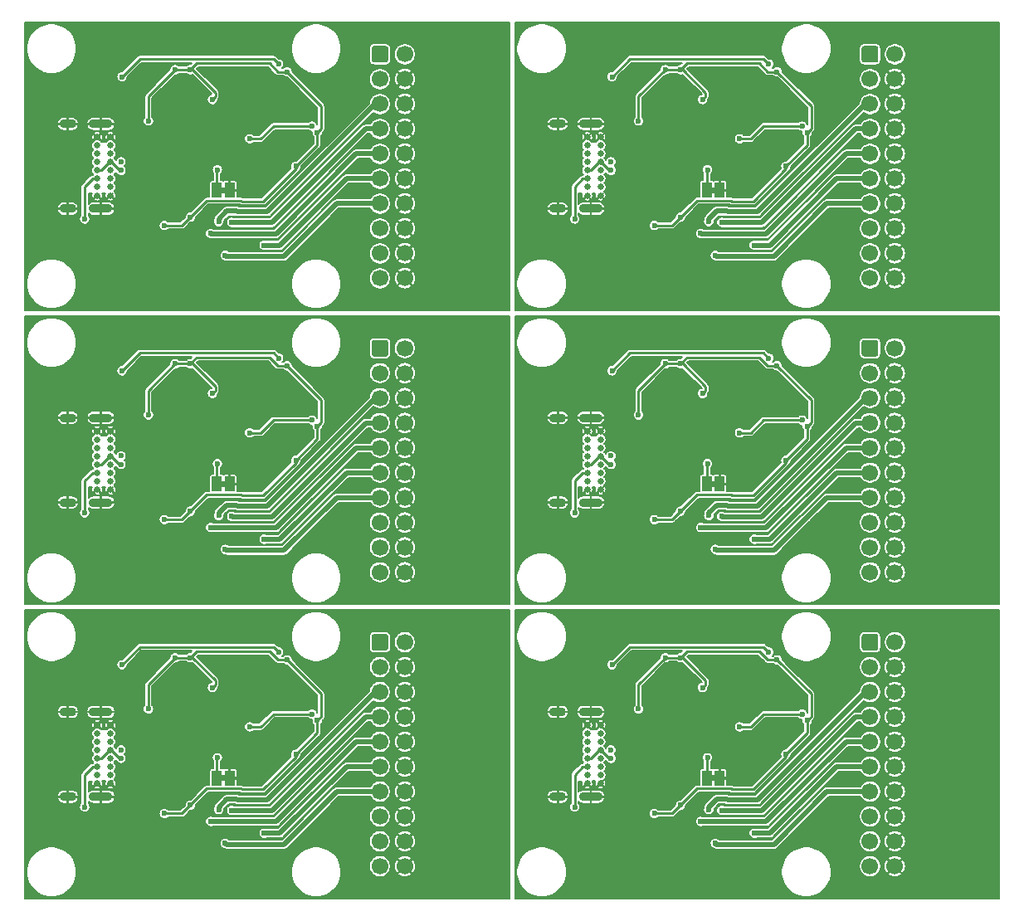
<source format=gbl>
G04 #@! TF.GenerationSoftware,KiCad,Pcbnew,(5.1.8-0-10_14)*
G04 #@! TF.CreationDate,2021-07-17T16:22:24+09:00*
G04 #@! TF.ProjectId,ft2232_jtag_tap,66743232-3332-45f6-9a74-61675f746170,rev?*
G04 #@! TF.SameCoordinates,Original*
G04 #@! TF.FileFunction,Copper,L2,Bot*
G04 #@! TF.FilePolarity,Positive*
%FSLAX46Y46*%
G04 Gerber Fmt 4.6, Leading zero omitted, Abs format (unit mm)*
G04 Created by KiCad (PCBNEW (5.1.8-0-10_14)) date 2021-07-17 16:22:24*
%MOMM*%
%LPD*%
G01*
G04 APERTURE LIST*
G04 #@! TA.AperFunction,EtchedComponent*
%ADD10C,0.100000*%
G04 #@! TD*
G04 #@! TA.AperFunction,SMDPad,CuDef*
%ADD11R,1.000000X1.500000*%
G04 #@! TD*
G04 #@! TA.AperFunction,ComponentPad*
%ADD12C,0.650000*%
G04 #@! TD*
G04 #@! TA.AperFunction,ComponentPad*
%ADD13O,2.400000X0.900000*%
G04 #@! TD*
G04 #@! TA.AperFunction,ComponentPad*
%ADD14O,1.700000X0.900000*%
G04 #@! TD*
G04 #@! TA.AperFunction,ComponentPad*
%ADD15C,1.700000*%
G04 #@! TD*
G04 #@! TA.AperFunction,ViaPad*
%ADD16C,0.600000*%
G04 #@! TD*
G04 #@! TA.AperFunction,Conductor*
%ADD17C,0.250000*%
G04 #@! TD*
G04 #@! TA.AperFunction,Conductor*
%ADD18C,0.200000*%
G04 #@! TD*
G04 #@! TA.AperFunction,Conductor*
%ADD19C,0.300000*%
G04 #@! TD*
G04 #@! TA.AperFunction,Conductor*
%ADD20C,0.500000*%
G04 #@! TD*
G04 #@! TA.AperFunction,Conductor*
%ADD21C,0.127000*%
G04 #@! TD*
G04 #@! TA.AperFunction,Conductor*
%ADD22C,0.100000*%
G04 #@! TD*
G04 APERTURE END LIST*
D10*
G36*
X120270000Y-177730000D02*
G01*
X120770000Y-177730000D01*
X120770000Y-177130000D01*
X120270000Y-177130000D01*
X120270000Y-177730000D01*
G37*
G36*
X70270000Y-177730000D02*
G01*
X70770000Y-177730000D01*
X70770000Y-177130000D01*
X70270000Y-177130000D01*
X70270000Y-177730000D01*
G37*
G36*
X120270000Y-147730000D02*
G01*
X120770000Y-147730000D01*
X120770000Y-147130000D01*
X120270000Y-147130000D01*
X120270000Y-147730000D01*
G37*
G36*
X70270000Y-147730000D02*
G01*
X70770000Y-147730000D01*
X70770000Y-147130000D01*
X70270000Y-147130000D01*
X70270000Y-147730000D01*
G37*
G36*
X120270000Y-117730000D02*
G01*
X120770000Y-117730000D01*
X120770000Y-117130000D01*
X120270000Y-117130000D01*
X120270000Y-117730000D01*
G37*
G36*
X70270000Y-117730000D02*
G01*
X70770000Y-117730000D01*
X70770000Y-117130000D01*
X70270000Y-117130000D01*
X70270000Y-117730000D01*
G37*
D11*
X119870000Y-177430000D03*
X121170000Y-177430000D03*
X69870000Y-177430000D03*
X71170000Y-177430000D03*
X119870000Y-147430000D03*
X121170000Y-147430000D03*
X69870000Y-147430000D03*
X71170000Y-147430000D03*
X119870000Y-117430000D03*
X121170000Y-117430000D03*
D12*
X109000000Y-172025000D03*
X109000000Y-172875000D03*
X109000000Y-173725000D03*
X109000000Y-174575000D03*
X109000000Y-175425000D03*
X109000000Y-176275000D03*
X109000000Y-177125000D03*
X109000000Y-177975000D03*
X107650000Y-172875000D03*
X107650000Y-174575000D03*
X107650000Y-173725000D03*
X107650000Y-172025000D03*
X107650000Y-176275000D03*
X107650000Y-177125000D03*
X107650000Y-177975000D03*
X107650000Y-175425000D03*
D13*
X108020000Y-170675000D03*
X108020000Y-179325000D03*
D14*
X104640000Y-170675000D03*
X104640000Y-179325000D03*
D12*
X59000000Y-172025000D03*
X59000000Y-172875000D03*
X59000000Y-173725000D03*
X59000000Y-174575000D03*
X59000000Y-175425000D03*
X59000000Y-176275000D03*
X59000000Y-177125000D03*
X59000000Y-177975000D03*
X57650000Y-172875000D03*
X57650000Y-174575000D03*
X57650000Y-173725000D03*
X57650000Y-172025000D03*
X57650000Y-176275000D03*
X57650000Y-177125000D03*
X57650000Y-177975000D03*
X57650000Y-175425000D03*
D13*
X58020000Y-170675000D03*
X58020000Y-179325000D03*
D14*
X54640000Y-170675000D03*
X54640000Y-179325000D03*
D12*
X109000000Y-142025000D03*
X109000000Y-142875000D03*
X109000000Y-143725000D03*
X109000000Y-144575000D03*
X109000000Y-145425000D03*
X109000000Y-146275000D03*
X109000000Y-147125000D03*
X109000000Y-147975000D03*
X107650000Y-142875000D03*
X107650000Y-144575000D03*
X107650000Y-143725000D03*
X107650000Y-142025000D03*
X107650000Y-146275000D03*
X107650000Y-147125000D03*
X107650000Y-147975000D03*
X107650000Y-145425000D03*
D13*
X108020000Y-140675000D03*
X108020000Y-149325000D03*
D14*
X104640000Y-140675000D03*
X104640000Y-149325000D03*
D12*
X59000000Y-142025000D03*
X59000000Y-142875000D03*
X59000000Y-143725000D03*
X59000000Y-144575000D03*
X59000000Y-145425000D03*
X59000000Y-146275000D03*
X59000000Y-147125000D03*
X59000000Y-147975000D03*
X57650000Y-142875000D03*
X57650000Y-144575000D03*
X57650000Y-143725000D03*
X57650000Y-142025000D03*
X57650000Y-146275000D03*
X57650000Y-147125000D03*
X57650000Y-147975000D03*
X57650000Y-145425000D03*
D13*
X58020000Y-140675000D03*
X58020000Y-149325000D03*
D14*
X54640000Y-140675000D03*
X54640000Y-149325000D03*
D12*
X109000000Y-112025000D03*
X109000000Y-112875000D03*
X109000000Y-113725000D03*
X109000000Y-114575000D03*
X109000000Y-115425000D03*
X109000000Y-116275000D03*
X109000000Y-117125000D03*
X109000000Y-117975000D03*
X107650000Y-112875000D03*
X107650000Y-114575000D03*
X107650000Y-113725000D03*
X107650000Y-112025000D03*
X107650000Y-116275000D03*
X107650000Y-117125000D03*
X107650000Y-117975000D03*
X107650000Y-115425000D03*
D13*
X108020000Y-110675000D03*
X108020000Y-119325000D03*
D14*
X104640000Y-110675000D03*
X104640000Y-119325000D03*
G04 #@! TA.AperFunction,ComponentPad*
G36*
G01*
X135650000Y-164170000D02*
X135650000Y-162970000D01*
G75*
G02*
X135900000Y-162720000I250000J0D01*
G01*
X137100000Y-162720000D01*
G75*
G02*
X137350000Y-162970000I0J-250000D01*
G01*
X137350000Y-164170000D01*
G75*
G02*
X137100000Y-164420000I-250000J0D01*
G01*
X135900000Y-164420000D01*
G75*
G02*
X135650000Y-164170000I0J250000D01*
G01*
G37*
G04 #@! TD.AperFunction*
D15*
X136500000Y-166110000D03*
X136500000Y-168650000D03*
X136500000Y-171190000D03*
X136500000Y-173730000D03*
X136500000Y-176270000D03*
X136500000Y-178810000D03*
X136500000Y-181350000D03*
X136500000Y-183890000D03*
X136500000Y-186430000D03*
X139040000Y-163570000D03*
X139040000Y-166110000D03*
X139040000Y-168650000D03*
X139040000Y-171190000D03*
X139040000Y-173730000D03*
X139040000Y-176270000D03*
X139040000Y-178810000D03*
X139040000Y-181350000D03*
X139040000Y-183890000D03*
X139040000Y-186430000D03*
G04 #@! TA.AperFunction,ComponentPad*
G36*
G01*
X85650000Y-164170000D02*
X85650000Y-162970000D01*
G75*
G02*
X85900000Y-162720000I250000J0D01*
G01*
X87100000Y-162720000D01*
G75*
G02*
X87350000Y-162970000I0J-250000D01*
G01*
X87350000Y-164170000D01*
G75*
G02*
X87100000Y-164420000I-250000J0D01*
G01*
X85900000Y-164420000D01*
G75*
G02*
X85650000Y-164170000I0J250000D01*
G01*
G37*
G04 #@! TD.AperFunction*
X86500000Y-166110000D03*
X86500000Y-168650000D03*
X86500000Y-171190000D03*
X86500000Y-173730000D03*
X86500000Y-176270000D03*
X86500000Y-178810000D03*
X86500000Y-181350000D03*
X86500000Y-183890000D03*
X86500000Y-186430000D03*
X89040000Y-163570000D03*
X89040000Y-166110000D03*
X89040000Y-168650000D03*
X89040000Y-171190000D03*
X89040000Y-173730000D03*
X89040000Y-176270000D03*
X89040000Y-178810000D03*
X89040000Y-181350000D03*
X89040000Y-183890000D03*
X89040000Y-186430000D03*
G04 #@! TA.AperFunction,ComponentPad*
G36*
G01*
X135650000Y-134170000D02*
X135650000Y-132970000D01*
G75*
G02*
X135900000Y-132720000I250000J0D01*
G01*
X137100000Y-132720000D01*
G75*
G02*
X137350000Y-132970000I0J-250000D01*
G01*
X137350000Y-134170000D01*
G75*
G02*
X137100000Y-134420000I-250000J0D01*
G01*
X135900000Y-134420000D01*
G75*
G02*
X135650000Y-134170000I0J250000D01*
G01*
G37*
G04 #@! TD.AperFunction*
X136500000Y-136110000D03*
X136500000Y-138650000D03*
X136500000Y-141190000D03*
X136500000Y-143730000D03*
X136500000Y-146270000D03*
X136500000Y-148810000D03*
X136500000Y-151350000D03*
X136500000Y-153890000D03*
X136500000Y-156430000D03*
X139040000Y-133570000D03*
X139040000Y-136110000D03*
X139040000Y-138650000D03*
X139040000Y-141190000D03*
X139040000Y-143730000D03*
X139040000Y-146270000D03*
X139040000Y-148810000D03*
X139040000Y-151350000D03*
X139040000Y-153890000D03*
X139040000Y-156430000D03*
G04 #@! TA.AperFunction,ComponentPad*
G36*
G01*
X85650000Y-134170000D02*
X85650000Y-132970000D01*
G75*
G02*
X85900000Y-132720000I250000J0D01*
G01*
X87100000Y-132720000D01*
G75*
G02*
X87350000Y-132970000I0J-250000D01*
G01*
X87350000Y-134170000D01*
G75*
G02*
X87100000Y-134420000I-250000J0D01*
G01*
X85900000Y-134420000D01*
G75*
G02*
X85650000Y-134170000I0J250000D01*
G01*
G37*
G04 #@! TD.AperFunction*
X86500000Y-136110000D03*
X86500000Y-138650000D03*
X86500000Y-141190000D03*
X86500000Y-143730000D03*
X86500000Y-146270000D03*
X86500000Y-148810000D03*
X86500000Y-151350000D03*
X86500000Y-153890000D03*
X86500000Y-156430000D03*
X89040000Y-133570000D03*
X89040000Y-136110000D03*
X89040000Y-138650000D03*
X89040000Y-141190000D03*
X89040000Y-143730000D03*
X89040000Y-146270000D03*
X89040000Y-148810000D03*
X89040000Y-151350000D03*
X89040000Y-153890000D03*
X89040000Y-156430000D03*
G04 #@! TA.AperFunction,ComponentPad*
G36*
G01*
X135650000Y-104170000D02*
X135650000Y-102970000D01*
G75*
G02*
X135900000Y-102720000I250000J0D01*
G01*
X137100000Y-102720000D01*
G75*
G02*
X137350000Y-102970000I0J-250000D01*
G01*
X137350000Y-104170000D01*
G75*
G02*
X137100000Y-104420000I-250000J0D01*
G01*
X135900000Y-104420000D01*
G75*
G02*
X135650000Y-104170000I0J250000D01*
G01*
G37*
G04 #@! TD.AperFunction*
X136500000Y-106110000D03*
X136500000Y-108650000D03*
X136500000Y-111190000D03*
X136500000Y-113730000D03*
X136500000Y-116270000D03*
X136500000Y-118810000D03*
X136500000Y-121350000D03*
X136500000Y-123890000D03*
X136500000Y-126430000D03*
X139040000Y-103570000D03*
X139040000Y-106110000D03*
X139040000Y-108650000D03*
X139040000Y-111190000D03*
X139040000Y-113730000D03*
X139040000Y-116270000D03*
X139040000Y-118810000D03*
X139040000Y-121350000D03*
X139040000Y-123890000D03*
X139040000Y-126430000D03*
X89040000Y-126430000D03*
X89040000Y-123890000D03*
X89040000Y-121350000D03*
X89040000Y-118810000D03*
X89040000Y-116270000D03*
X89040000Y-113730000D03*
X89040000Y-111190000D03*
X89040000Y-108650000D03*
X89040000Y-106110000D03*
X89040000Y-103570000D03*
X86500000Y-126430000D03*
X86500000Y-123890000D03*
X86500000Y-121350000D03*
X86500000Y-118810000D03*
X86500000Y-116270000D03*
X86500000Y-113730000D03*
X86500000Y-111190000D03*
X86500000Y-108650000D03*
X86500000Y-106110000D03*
G04 #@! TA.AperFunction,ComponentPad*
G36*
G01*
X85650000Y-104170000D02*
X85650000Y-102970000D01*
G75*
G02*
X85900000Y-102720000I250000J0D01*
G01*
X87100000Y-102720000D01*
G75*
G02*
X87350000Y-102970000I0J-250000D01*
G01*
X87350000Y-104170000D01*
G75*
G02*
X87100000Y-104420000I-250000J0D01*
G01*
X85900000Y-104420000D01*
G75*
G02*
X85650000Y-104170000I0J250000D01*
G01*
G37*
G04 #@! TD.AperFunction*
D14*
X54640000Y-119325000D03*
X54640000Y-110675000D03*
D13*
X58020000Y-119325000D03*
X58020000Y-110675000D03*
D12*
X57650000Y-115425000D03*
X57650000Y-117975000D03*
X57650000Y-117125000D03*
X57650000Y-116275000D03*
X57650000Y-112025000D03*
X57650000Y-113725000D03*
X57650000Y-114575000D03*
X57650000Y-112875000D03*
X59000000Y-117975000D03*
X59000000Y-117125000D03*
X59000000Y-116275000D03*
X59000000Y-115425000D03*
X59000000Y-114575000D03*
X59000000Y-113725000D03*
X59000000Y-112875000D03*
X59000000Y-112025000D03*
D11*
X71170000Y-117430000D03*
X69870000Y-117430000D03*
D16*
X72390000Y-115062000D03*
X71628000Y-115062000D03*
X71628000Y-115824000D03*
X72390000Y-115824000D03*
X73152000Y-115824000D03*
X73152000Y-115062000D03*
X73152000Y-114300000D03*
X72390000Y-114300000D03*
X71628000Y-114300000D03*
X72680000Y-103240000D03*
X55430000Y-101000000D03*
X59000000Y-101000000D03*
X63000000Y-101000000D03*
X67000000Y-101000000D03*
X71000000Y-101000000D03*
X75000000Y-101000000D03*
X83000000Y-101000000D03*
X87000000Y-101000000D03*
X91000000Y-101000000D03*
X95000000Y-101000000D03*
X99000000Y-101000000D03*
X55440000Y-129000000D03*
X59000000Y-129000000D03*
X63000000Y-129000000D03*
X67000000Y-129000000D03*
X71000000Y-129000000D03*
X75000000Y-129000000D03*
X77500000Y-129000000D03*
X83000000Y-129000000D03*
X87000000Y-129000000D03*
X91000000Y-129000000D03*
X95000000Y-129000000D03*
X51010000Y-105390000D03*
X51000000Y-109000000D03*
X51000000Y-113000000D03*
X51000000Y-117000000D03*
X51000000Y-121000000D03*
X51000000Y-124640000D03*
X99000000Y-105000000D03*
X99000000Y-109000000D03*
X99000000Y-113000000D03*
X99000000Y-117000000D03*
X99000000Y-121000000D03*
X99000000Y-125000000D03*
X99000000Y-129000000D03*
X77500000Y-101000000D03*
X61340000Y-110370000D03*
X74676000Y-105410007D03*
X73496265Y-105406265D03*
X75405000Y-112505000D03*
X65169998Y-110610000D03*
X63790000Y-110500000D03*
X64730000Y-108940000D03*
X60060000Y-102810000D03*
X59020000Y-121520000D03*
X63499996Y-116929996D03*
X63480002Y-118470000D03*
X69930000Y-112040000D03*
X72190000Y-112160000D03*
X67130000Y-116980000D03*
X68210000Y-102580000D03*
X72890000Y-109490000D03*
X79590000Y-109380000D03*
X68792553Y-107436452D03*
X60140000Y-109070000D03*
X60150000Y-107460000D03*
X74388564Y-117898564D03*
X68279992Y-122570000D03*
X70110000Y-106320000D03*
X72470000Y-117430000D03*
X69180000Y-109570000D03*
X78020000Y-105200000D03*
X85230000Y-104930000D03*
X85270000Y-107400000D03*
X81150000Y-112290000D03*
X83030000Y-110140000D03*
X84500000Y-108520000D03*
X81440000Y-109030000D03*
X79650000Y-106950000D03*
X92200000Y-103570000D03*
X92200000Y-107570000D03*
X92200000Y-111570000D03*
X92200000Y-115570000D03*
X92200000Y-119570000D03*
X92200000Y-123570000D03*
X92200000Y-127570000D03*
X82420000Y-119740000D03*
X72140000Y-125340000D03*
X74980000Y-126090000D03*
X76950000Y-126100000D03*
X79850000Y-123180000D03*
X85140000Y-123190000D03*
X82660000Y-123180000D03*
X85190000Y-119770000D03*
X82520000Y-117990000D03*
X83600000Y-115430000D03*
X84530000Y-112880000D03*
X83500000Y-117110000D03*
X84590000Y-114550000D03*
X65660000Y-121710000D03*
X67100000Y-121710000D03*
X60090000Y-116910000D03*
X60310000Y-111190000D03*
X67090000Y-119100000D03*
X76220000Y-103230000D03*
X64660000Y-105030000D03*
X64840000Y-106810000D03*
X63810000Y-108240000D03*
X68326000Y-105156000D03*
X69342000Y-105156000D03*
X63310000Y-106260000D03*
X81280000Y-110998000D03*
X74930000Y-116332000D03*
X74930000Y-113284000D03*
X74930000Y-114808000D03*
X66910000Y-110590000D03*
X56440000Y-105090000D03*
X56460000Y-103530000D03*
X58120000Y-101790000D03*
X58120000Y-106660000D03*
X58160000Y-103580000D03*
X56370000Y-112840000D03*
X56350000Y-114410000D03*
X56350000Y-116080000D03*
X60070000Y-105000000D03*
X62290000Y-104810000D03*
X61050000Y-105980000D03*
X63020000Y-103340000D03*
X73400000Y-122720000D03*
X73390000Y-123430000D03*
X71480000Y-123030000D03*
X69980000Y-122670000D03*
X76030000Y-111530000D03*
X129590000Y-109380000D03*
X79590000Y-139380000D03*
X129590000Y-139380000D03*
X79590000Y-169380000D03*
X129590000Y-169380000D03*
X118792553Y-107436452D03*
X68792553Y-137436452D03*
X118792553Y-137436452D03*
X68792553Y-167436452D03*
X118792553Y-167436452D03*
X110140000Y-109070000D03*
X60140000Y-139070000D03*
X110140000Y-139070000D03*
X60140000Y-169070000D03*
X110140000Y-169070000D03*
X110150000Y-107460000D03*
X60150000Y-137460000D03*
X110150000Y-137460000D03*
X60150000Y-167460000D03*
X110150000Y-167460000D03*
X124388564Y-117898564D03*
X74388564Y-147898564D03*
X124388564Y-147898564D03*
X74388564Y-177898564D03*
X124388564Y-177898564D03*
X118279992Y-122570000D03*
X68279992Y-152570000D03*
X118279992Y-152570000D03*
X68279992Y-182570000D03*
X118279992Y-182570000D03*
X120110000Y-106320000D03*
X70110000Y-136320000D03*
X120110000Y-136320000D03*
X70110000Y-166320000D03*
X120110000Y-166320000D03*
X122470000Y-117430000D03*
X72470000Y-147430000D03*
X122470000Y-147430000D03*
X72470000Y-177430000D03*
X122470000Y-177430000D03*
X119180000Y-109570000D03*
X69180000Y-139570000D03*
X119180000Y-139570000D03*
X69180000Y-169570000D03*
X119180000Y-169570000D03*
X128020000Y-105200000D03*
X78020000Y-135200000D03*
X128020000Y-135200000D03*
X78020000Y-165200000D03*
X128020000Y-165200000D03*
X135230000Y-104930000D03*
X85230000Y-134930000D03*
X135230000Y-134930000D03*
X85230000Y-164930000D03*
X135230000Y-164930000D03*
X135270000Y-107400000D03*
X85270000Y-137400000D03*
X135270000Y-137400000D03*
X85270000Y-167400000D03*
X135270000Y-167400000D03*
X131150000Y-112290000D03*
X81150000Y-142290000D03*
X131150000Y-142290000D03*
X81150000Y-172290000D03*
X131150000Y-172290000D03*
X133030000Y-110140000D03*
X83030000Y-140140000D03*
X133030000Y-140140000D03*
X83030000Y-170140000D03*
X133030000Y-170140000D03*
X134500000Y-108520000D03*
X84500000Y-138520000D03*
X134500000Y-138520000D03*
X84500000Y-168520000D03*
X134500000Y-168520000D03*
X131440000Y-109030000D03*
X81440000Y-139030000D03*
X131440000Y-139030000D03*
X81440000Y-169030000D03*
X131440000Y-169030000D03*
X129650000Y-106950000D03*
X79650000Y-136950000D03*
X129650000Y-136950000D03*
X79650000Y-166950000D03*
X129650000Y-166950000D03*
X142200000Y-103570000D03*
X92200000Y-133570000D03*
X142200000Y-133570000D03*
X92200000Y-163570000D03*
X142200000Y-163570000D03*
X142200000Y-107570000D03*
X92200000Y-137570000D03*
X142200000Y-137570000D03*
X92200000Y-167570000D03*
X142200000Y-167570000D03*
X142200000Y-111570000D03*
X92200000Y-141570000D03*
X142200000Y-141570000D03*
X92200000Y-171570000D03*
X142200000Y-171570000D03*
X142200000Y-115570000D03*
X92200000Y-145570000D03*
X142200000Y-145570000D03*
X92200000Y-175570000D03*
X142200000Y-175570000D03*
X142200000Y-119570000D03*
X92200000Y-149570000D03*
X142200000Y-149570000D03*
X92200000Y-179570000D03*
X142200000Y-179570000D03*
X142200000Y-123570000D03*
X92200000Y-153570000D03*
X142200000Y-153570000D03*
X92200000Y-183570000D03*
X142200000Y-183570000D03*
X142200000Y-127570000D03*
X92200000Y-157570000D03*
X142200000Y-157570000D03*
X92200000Y-187570000D03*
X142200000Y-187570000D03*
X132420000Y-119740000D03*
X82420000Y-149740000D03*
X132420000Y-149740000D03*
X82420000Y-179740000D03*
X132420000Y-179740000D03*
X122140000Y-125340000D03*
X72140000Y-155340000D03*
X122140000Y-155340000D03*
X72140000Y-185340000D03*
X122140000Y-185340000D03*
X124980000Y-126090000D03*
X74980000Y-156090000D03*
X124980000Y-156090000D03*
X74980000Y-186090000D03*
X124980000Y-186090000D03*
X126950000Y-126100000D03*
X76950000Y-156100000D03*
X126950000Y-156100000D03*
X76950000Y-186100000D03*
X126950000Y-186100000D03*
X129850000Y-123180000D03*
X79850000Y-153180000D03*
X129850000Y-153180000D03*
X79850000Y-183180000D03*
X129850000Y-183180000D03*
X135140000Y-123190000D03*
X85140000Y-153190000D03*
X135140000Y-153190000D03*
X85140000Y-183190000D03*
X135140000Y-183190000D03*
X132660000Y-123180000D03*
X82660000Y-153180000D03*
X132660000Y-153180000D03*
X82660000Y-183180000D03*
X132660000Y-183180000D03*
X135190000Y-119770000D03*
X85190000Y-149770000D03*
X135190000Y-149770000D03*
X85190000Y-179770000D03*
X135190000Y-179770000D03*
X132520000Y-117990000D03*
X82520000Y-147990000D03*
X132520000Y-147990000D03*
X82520000Y-177990000D03*
X132520000Y-177990000D03*
X133600000Y-115430000D03*
X83600000Y-145430000D03*
X133600000Y-145430000D03*
X83600000Y-175430000D03*
X133600000Y-175430000D03*
X134530000Y-112880000D03*
X84530000Y-142880000D03*
X134530000Y-142880000D03*
X84530000Y-172880000D03*
X134530000Y-172880000D03*
X133500000Y-117110000D03*
X83500000Y-147110000D03*
X133500000Y-147110000D03*
X83500000Y-177110000D03*
X133500000Y-177110000D03*
X134590000Y-114550000D03*
X84590000Y-144550000D03*
X134590000Y-144550000D03*
X84590000Y-174550000D03*
X134590000Y-174550000D03*
X115660000Y-121710000D03*
X65660000Y-151710000D03*
X115660000Y-151710000D03*
X65660000Y-181710000D03*
X115660000Y-181710000D03*
X117100000Y-121710000D03*
X67100000Y-151710000D03*
X117100000Y-151710000D03*
X67100000Y-181710000D03*
X117100000Y-181710000D03*
X110090000Y-116910000D03*
X60090000Y-146910000D03*
X110090000Y-146910000D03*
X60090000Y-176910000D03*
X110090000Y-176910000D03*
X110310000Y-111190000D03*
X60310000Y-141190000D03*
X110310000Y-141190000D03*
X60310000Y-171190000D03*
X110310000Y-171190000D03*
X117090000Y-119100000D03*
X67090000Y-149100000D03*
X117090000Y-149100000D03*
X67090000Y-179100000D03*
X117090000Y-179100000D03*
X126220000Y-103230000D03*
X76220000Y-133230000D03*
X126220000Y-133230000D03*
X76220000Y-163230000D03*
X126220000Y-163230000D03*
X114660000Y-105030000D03*
X64660000Y-135030000D03*
X114660000Y-135030000D03*
X64660000Y-165030000D03*
X114660000Y-165030000D03*
X114840000Y-106810000D03*
X64840000Y-136810000D03*
X114840000Y-136810000D03*
X64840000Y-166810000D03*
X114840000Y-166810000D03*
X113810000Y-108240000D03*
X63810000Y-138240000D03*
X113810000Y-138240000D03*
X63810000Y-168240000D03*
X113810000Y-168240000D03*
X118326000Y-105156000D03*
X68326000Y-135156000D03*
X118326000Y-135156000D03*
X68326000Y-165156000D03*
X118326000Y-165156000D03*
X119342000Y-105156000D03*
X69342000Y-135156000D03*
X119342000Y-135156000D03*
X69342000Y-165156000D03*
X119342000Y-165156000D03*
X113310000Y-106260000D03*
X63310000Y-136260000D03*
X113310000Y-136260000D03*
X63310000Y-166260000D03*
X113310000Y-166260000D03*
X131280000Y-110998000D03*
X81280000Y-140998000D03*
X131280000Y-140998000D03*
X81280000Y-170998000D03*
X131280000Y-170998000D03*
X124930000Y-116332000D03*
X74930000Y-146332000D03*
X124930000Y-146332000D03*
X74930000Y-176332000D03*
X124930000Y-176332000D03*
X124930000Y-113284000D03*
X74930000Y-143284000D03*
X124930000Y-143284000D03*
X74930000Y-173284000D03*
X124930000Y-173284000D03*
X124930000Y-114808000D03*
X74930000Y-144808000D03*
X124930000Y-144808000D03*
X74930000Y-174808000D03*
X124930000Y-174808000D03*
X116910000Y-110590000D03*
X66910000Y-140590000D03*
X116910000Y-140590000D03*
X66910000Y-170590000D03*
X116910000Y-170590000D03*
X106440000Y-105090000D03*
X56440000Y-135090000D03*
X106440000Y-135090000D03*
X56440000Y-165090000D03*
X106440000Y-165090000D03*
X106460000Y-103530000D03*
X56460000Y-133530000D03*
X106460000Y-133530000D03*
X56460000Y-163530000D03*
X106460000Y-163530000D03*
X108120000Y-101790000D03*
X58120000Y-131790000D03*
X108120000Y-131790000D03*
X58120000Y-161790000D03*
X108120000Y-161790000D03*
X108120000Y-106660000D03*
X58120000Y-136660000D03*
X108120000Y-136660000D03*
X58120000Y-166660000D03*
X108120000Y-166660000D03*
X108160000Y-103580000D03*
X58160000Y-133580000D03*
X108160000Y-133580000D03*
X58160000Y-163580000D03*
X108160000Y-163580000D03*
X106370000Y-112840000D03*
X56370000Y-142840000D03*
X106370000Y-142840000D03*
X56370000Y-172840000D03*
X106370000Y-172840000D03*
X106350000Y-114410000D03*
X56350000Y-144410000D03*
X106350000Y-144410000D03*
X56350000Y-174410000D03*
X106350000Y-174410000D03*
X106350000Y-116080000D03*
X56350000Y-146080000D03*
X106350000Y-146080000D03*
X56350000Y-176080000D03*
X106350000Y-176080000D03*
X110070000Y-105000000D03*
X60070000Y-135000000D03*
X110070000Y-135000000D03*
X60070000Y-165000000D03*
X110070000Y-165000000D03*
X112290000Y-104810000D03*
X62290000Y-134810000D03*
X112290000Y-134810000D03*
X62290000Y-164810000D03*
X112290000Y-164810000D03*
X111050000Y-105980000D03*
X61050000Y-135980000D03*
X111050000Y-135980000D03*
X61050000Y-165980000D03*
X111050000Y-165980000D03*
X113020000Y-103340000D03*
X63020000Y-133340000D03*
X113020000Y-133340000D03*
X63020000Y-163340000D03*
X113020000Y-163340000D03*
X123400000Y-122720000D03*
X73400000Y-152720000D03*
X123400000Y-152720000D03*
X73400000Y-182720000D03*
X123400000Y-182720000D03*
X123390000Y-123430000D03*
X73390000Y-153430000D03*
X123390000Y-153430000D03*
X73390000Y-183430000D03*
X123390000Y-183430000D03*
X121480000Y-123030000D03*
X71480000Y-153030000D03*
X121480000Y-153030000D03*
X71480000Y-183030000D03*
X121480000Y-183030000D03*
X119980000Y-122670000D03*
X69980000Y-152670000D03*
X119980000Y-152670000D03*
X69980000Y-182670000D03*
X119980000Y-182670000D03*
X126030000Y-111530000D03*
X76030000Y-141530000D03*
X126030000Y-141530000D03*
X76030000Y-171530000D03*
X126030000Y-171530000D03*
X113480002Y-118470000D03*
X63480002Y-148470000D03*
X113480002Y-148470000D03*
X63480002Y-178470000D03*
X113480002Y-178470000D03*
X122390000Y-115062000D03*
X72390000Y-145062000D03*
X122390000Y-145062000D03*
X72390000Y-175062000D03*
X122390000Y-175062000D03*
X121628000Y-115062000D03*
X71628000Y-145062000D03*
X121628000Y-145062000D03*
X71628000Y-175062000D03*
X121628000Y-175062000D03*
X121628000Y-115824000D03*
X71628000Y-145824000D03*
X121628000Y-145824000D03*
X71628000Y-175824000D03*
X121628000Y-175824000D03*
X122390000Y-115824000D03*
X72390000Y-145824000D03*
X122390000Y-145824000D03*
X72390000Y-175824000D03*
X122390000Y-175824000D03*
X123152000Y-115824000D03*
X73152000Y-145824000D03*
X123152000Y-145824000D03*
X73152000Y-175824000D03*
X123152000Y-175824000D03*
X123152000Y-115062000D03*
X73152000Y-145062000D03*
X123152000Y-145062000D03*
X73152000Y-175062000D03*
X123152000Y-175062000D03*
X123152000Y-114300000D03*
X73152000Y-144300000D03*
X123152000Y-144300000D03*
X73152000Y-174300000D03*
X123152000Y-174300000D03*
X122390000Y-114300000D03*
X72390000Y-144300000D03*
X122390000Y-144300000D03*
X72390000Y-174300000D03*
X122390000Y-174300000D03*
X121628000Y-114300000D03*
X71628000Y-144300000D03*
X121628000Y-144300000D03*
X71628000Y-174300000D03*
X121628000Y-174300000D03*
X122680000Y-103240000D03*
X72680000Y-133240000D03*
X122680000Y-133240000D03*
X72680000Y-163240000D03*
X122680000Y-163240000D03*
X105430000Y-101000000D03*
X55430000Y-131000000D03*
X105430000Y-131000000D03*
X55430000Y-161000000D03*
X105430000Y-161000000D03*
X109000000Y-101000000D03*
X59000000Y-131000000D03*
X109000000Y-131000000D03*
X59000000Y-161000000D03*
X109000000Y-161000000D03*
X113000000Y-101000000D03*
X63000000Y-131000000D03*
X113000000Y-131000000D03*
X63000000Y-161000000D03*
X113000000Y-161000000D03*
X117000000Y-101000000D03*
X67000000Y-131000000D03*
X117000000Y-131000000D03*
X67000000Y-161000000D03*
X117000000Y-161000000D03*
X121000000Y-101000000D03*
X71000000Y-131000000D03*
X121000000Y-131000000D03*
X71000000Y-161000000D03*
X121000000Y-161000000D03*
X125000000Y-101000000D03*
X75000000Y-131000000D03*
X125000000Y-131000000D03*
X75000000Y-161000000D03*
X125000000Y-161000000D03*
X133000000Y-101000000D03*
X83000000Y-131000000D03*
X133000000Y-131000000D03*
X83000000Y-161000000D03*
X133000000Y-161000000D03*
X137000000Y-101000000D03*
X87000000Y-131000000D03*
X137000000Y-131000000D03*
X87000000Y-161000000D03*
X137000000Y-161000000D03*
X141000000Y-101000000D03*
X91000000Y-131000000D03*
X141000000Y-131000000D03*
X91000000Y-161000000D03*
X141000000Y-161000000D03*
X145000000Y-101000000D03*
X95000000Y-131000000D03*
X145000000Y-131000000D03*
X95000000Y-161000000D03*
X145000000Y-161000000D03*
X149000000Y-101000000D03*
X99000000Y-131000000D03*
X149000000Y-131000000D03*
X99000000Y-161000000D03*
X149000000Y-161000000D03*
X105440000Y-129000000D03*
X55440000Y-159000000D03*
X105440000Y-159000000D03*
X55440000Y-189000000D03*
X105440000Y-189000000D03*
X109000000Y-129000000D03*
X59000000Y-159000000D03*
X109000000Y-159000000D03*
X59000000Y-189000000D03*
X109000000Y-189000000D03*
X113000000Y-129000000D03*
X63000000Y-159000000D03*
X113000000Y-159000000D03*
X63000000Y-189000000D03*
X113000000Y-189000000D03*
X117000000Y-129000000D03*
X67000000Y-159000000D03*
X117000000Y-159000000D03*
X67000000Y-189000000D03*
X117000000Y-189000000D03*
X121000000Y-129000000D03*
X71000000Y-159000000D03*
X121000000Y-159000000D03*
X71000000Y-189000000D03*
X121000000Y-189000000D03*
X125000000Y-129000000D03*
X75000000Y-159000000D03*
X125000000Y-159000000D03*
X75000000Y-189000000D03*
X125000000Y-189000000D03*
X127500000Y-129000000D03*
X77500000Y-159000000D03*
X127500000Y-159000000D03*
X77500000Y-189000000D03*
X127500000Y-189000000D03*
X133000000Y-129000000D03*
X83000000Y-159000000D03*
X133000000Y-159000000D03*
X83000000Y-189000000D03*
X133000000Y-189000000D03*
X137000000Y-129000000D03*
X87000000Y-159000000D03*
X137000000Y-159000000D03*
X87000000Y-189000000D03*
X137000000Y-189000000D03*
X141000000Y-129000000D03*
X91000000Y-159000000D03*
X141000000Y-159000000D03*
X91000000Y-189000000D03*
X141000000Y-189000000D03*
X145000000Y-129000000D03*
X95000000Y-159000000D03*
X145000000Y-159000000D03*
X95000000Y-189000000D03*
X145000000Y-189000000D03*
X101010000Y-105390000D03*
X51010000Y-135390000D03*
X101010000Y-135390000D03*
X51010000Y-165390000D03*
X101010000Y-165390000D03*
X101000000Y-109000000D03*
X51000000Y-139000000D03*
X101000000Y-139000000D03*
X51000000Y-169000000D03*
X101000000Y-169000000D03*
X101000000Y-113000000D03*
X51000000Y-143000000D03*
X101000000Y-143000000D03*
X51000000Y-173000000D03*
X101000000Y-173000000D03*
X101000000Y-117000000D03*
X51000000Y-147000000D03*
X101000000Y-147000000D03*
X51000000Y-177000000D03*
X101000000Y-177000000D03*
X101000000Y-121000000D03*
X51000000Y-151000000D03*
X101000000Y-151000000D03*
X51000000Y-181000000D03*
X101000000Y-181000000D03*
X101000000Y-124640000D03*
X51000000Y-154640000D03*
X101000000Y-154640000D03*
X51000000Y-184640000D03*
X101000000Y-184640000D03*
X149000000Y-105000000D03*
X99000000Y-135000000D03*
X149000000Y-135000000D03*
X99000000Y-165000000D03*
X149000000Y-165000000D03*
X149000000Y-109000000D03*
X99000000Y-139000000D03*
X149000000Y-139000000D03*
X99000000Y-169000000D03*
X149000000Y-169000000D03*
X149000000Y-113000000D03*
X99000000Y-143000000D03*
X149000000Y-143000000D03*
X99000000Y-173000000D03*
X149000000Y-173000000D03*
X149000000Y-117000000D03*
X99000000Y-147000000D03*
X149000000Y-147000000D03*
X99000000Y-177000000D03*
X149000000Y-177000000D03*
X149000000Y-121000000D03*
X99000000Y-151000000D03*
X149000000Y-151000000D03*
X99000000Y-181000000D03*
X149000000Y-181000000D03*
X149000000Y-125000000D03*
X99000000Y-155000000D03*
X149000000Y-155000000D03*
X99000000Y-185000000D03*
X149000000Y-185000000D03*
X149000000Y-129000000D03*
X99000000Y-159000000D03*
X149000000Y-159000000D03*
X99000000Y-189000000D03*
X149000000Y-189000000D03*
X127500000Y-101000000D03*
X77500000Y-131000000D03*
X127500000Y-131000000D03*
X77500000Y-161000000D03*
X127500000Y-161000000D03*
X111340000Y-110370000D03*
X61340000Y-140370000D03*
X111340000Y-140370000D03*
X61340000Y-170370000D03*
X111340000Y-170370000D03*
X124676000Y-105410007D03*
X74676000Y-135410007D03*
X124676000Y-135410007D03*
X74676000Y-165410007D03*
X124676000Y-165410007D03*
X123496265Y-105406265D03*
X73496265Y-135406265D03*
X123496265Y-135406265D03*
X73496265Y-165406265D03*
X123496265Y-165406265D03*
X125405000Y-112505000D03*
X75405000Y-142505000D03*
X125405000Y-142505000D03*
X75405000Y-172505000D03*
X125405000Y-172505000D03*
X115169998Y-110610000D03*
X65169998Y-140610000D03*
X115169998Y-140610000D03*
X65169998Y-170610000D03*
X115169998Y-170610000D03*
X113790000Y-110500000D03*
X63790000Y-140500000D03*
X113790000Y-140500000D03*
X63790000Y-170500000D03*
X113790000Y-170500000D03*
X114730000Y-108940000D03*
X64730000Y-138940000D03*
X114730000Y-138940000D03*
X64730000Y-168940000D03*
X114730000Y-168940000D03*
X110060000Y-102810000D03*
X60060000Y-132810000D03*
X110060000Y-132810000D03*
X60060000Y-162810000D03*
X110060000Y-162810000D03*
X109020000Y-121520000D03*
X59020000Y-151520000D03*
X109020000Y-151520000D03*
X59020000Y-181520000D03*
X109020000Y-181520000D03*
X113499996Y-116929996D03*
X63499996Y-146929996D03*
X113499996Y-146929996D03*
X63499996Y-176929996D03*
X113499996Y-176929996D03*
X119930000Y-112040000D03*
X69930000Y-142040000D03*
X119930000Y-142040000D03*
X69930000Y-172040000D03*
X119930000Y-172040000D03*
X118210000Y-102580000D03*
X68210000Y-132580000D03*
X118210000Y-132580000D03*
X68210000Y-162580000D03*
X118210000Y-162580000D03*
X117130000Y-116980000D03*
X67130000Y-146980000D03*
X117130000Y-146980000D03*
X67130000Y-176980000D03*
X117130000Y-176980000D03*
X122190000Y-112160000D03*
X72190000Y-142160000D03*
X122190000Y-142160000D03*
X72190000Y-172160000D03*
X122190000Y-172160000D03*
X122890000Y-109490000D03*
X72890000Y-139490000D03*
X122890000Y-139490000D03*
X72890000Y-169490000D03*
X122890000Y-169490000D03*
X62880000Y-110380000D03*
X67160000Y-105150000D03*
X65610000Y-105150000D03*
X64500000Y-121050000D03*
X69415010Y-108190000D03*
X77023006Y-105363002D03*
X80100000Y-111560000D03*
X67160004Y-120200000D03*
X77919770Y-115003770D03*
X130100000Y-111560000D03*
X80100000Y-141560000D03*
X130100000Y-141560000D03*
X80100000Y-171560000D03*
X130100000Y-171560000D03*
X117160004Y-120200000D03*
X67160004Y-150200000D03*
X117160004Y-150200000D03*
X67160004Y-180200000D03*
X117160004Y-180200000D03*
X127919770Y-115003770D03*
X77919770Y-145003770D03*
X127919770Y-145003770D03*
X77919770Y-175003770D03*
X127919770Y-175003770D03*
X112880000Y-110380000D03*
X62880000Y-140380000D03*
X112880000Y-140380000D03*
X62880000Y-170380000D03*
X112880000Y-170380000D03*
X117160000Y-105150000D03*
X67160000Y-135150000D03*
X117160000Y-135150000D03*
X67160000Y-165150000D03*
X117160000Y-165150000D03*
X115610000Y-105150000D03*
X65610000Y-135150000D03*
X115610000Y-135150000D03*
X65610000Y-165150000D03*
X115610000Y-165150000D03*
X114500000Y-121050000D03*
X64500000Y-151050000D03*
X114500000Y-151050000D03*
X64500000Y-181050000D03*
X114500000Y-181050000D03*
X119415010Y-108190000D03*
X69415010Y-138190000D03*
X119415010Y-138190000D03*
X69415010Y-168190000D03*
X119415010Y-168190000D03*
X127023006Y-105363002D03*
X77023006Y-135363002D03*
X127023006Y-135363002D03*
X77023006Y-165363002D03*
X127023006Y-165363002D03*
X60180000Y-105870000D03*
X76166167Y-104570066D03*
X110180000Y-105870000D03*
X60180000Y-135870000D03*
X110180000Y-135870000D03*
X60180000Y-165870000D03*
X110180000Y-165870000D03*
X126166167Y-104570066D03*
X76166167Y-134570066D03*
X126166167Y-134570066D03*
X76166167Y-164570066D03*
X126166167Y-164570066D03*
X56370000Y-120380000D03*
X106370000Y-120380000D03*
X56370000Y-150380000D03*
X106370000Y-150380000D03*
X56370000Y-180380000D03*
X106370000Y-180380000D03*
X70720000Y-124090000D03*
X120720000Y-124090000D03*
X70720000Y-154090000D03*
X120720000Y-154090000D03*
X70720000Y-184090000D03*
X120720000Y-184090000D03*
X74685272Y-123055979D03*
X124685272Y-123055979D03*
X74685272Y-153055979D03*
X124685272Y-153055979D03*
X74685272Y-183055979D03*
X124685272Y-183055979D03*
X69230000Y-121860000D03*
X119230000Y-121860000D03*
X69230000Y-151860000D03*
X119230000Y-151860000D03*
X69230000Y-181860000D03*
X119230000Y-181860000D03*
X71374008Y-120730048D03*
X121374008Y-120730048D03*
X71374008Y-150730048D03*
X121374008Y-150730048D03*
X71374008Y-180730048D03*
X121374008Y-180730048D03*
X70049990Y-120650000D03*
X120049990Y-120650000D03*
X70049990Y-150650000D03*
X120049990Y-150650000D03*
X70049990Y-180650000D03*
X120049990Y-180650000D03*
X60077483Y-114557495D03*
X110077483Y-114557495D03*
X60077483Y-144557495D03*
X110077483Y-144557495D03*
X60077483Y-174557495D03*
X110077483Y-174557495D03*
X60080000Y-115419998D03*
X110080000Y-115419998D03*
X60080000Y-145419998D03*
X110080000Y-145419998D03*
X60080000Y-175419998D03*
X110080000Y-175419998D03*
X79570000Y-110900000D03*
X73200000Y-112200000D03*
X69920000Y-115350000D03*
X123200000Y-112200000D03*
X73200000Y-142200000D03*
X123200000Y-142200000D03*
X73200000Y-172200000D03*
X123200000Y-172200000D03*
X119920000Y-115350000D03*
X69920000Y-145350000D03*
X119920000Y-145350000D03*
X69920000Y-175350000D03*
X119920000Y-175350000D03*
X129570000Y-110900000D03*
X79570000Y-140900000D03*
X129570000Y-140900000D03*
X79570000Y-170900000D03*
X129570000Y-170900000D03*
D17*
X72000000Y-102560000D02*
X72680000Y-103240000D01*
X68230000Y-102560000D02*
X72000000Y-102560000D01*
X68210000Y-102580000D02*
X68230000Y-102560000D01*
X72170000Y-112140000D02*
X72190000Y-112160000D01*
X72170000Y-106670000D02*
X72170000Y-112140000D01*
X73433735Y-105406265D02*
X72170000Y-106670000D01*
X73496265Y-105406265D02*
X73433735Y-105406265D01*
X79480000Y-109490000D02*
X79590000Y-109380000D01*
X72890000Y-109490000D02*
X79480000Y-109490000D01*
X63550000Y-116980000D02*
X63499996Y-116929996D01*
X67130000Y-116980000D02*
X63550000Y-116980000D01*
X63499996Y-118450006D02*
X63480002Y-118470000D01*
X63499996Y-116929996D02*
X63499996Y-118450006D01*
X68492554Y-110602554D02*
X68492554Y-107736451D01*
X68492554Y-107736451D02*
X68792553Y-107436452D01*
X69930000Y-112040000D02*
X68492554Y-110602554D01*
X68086101Y-106730000D02*
X68792553Y-107436452D01*
X66940000Y-106730000D02*
X68086101Y-106730000D01*
X64730000Y-108940000D02*
X66940000Y-106730000D01*
X65059998Y-110500000D02*
X65169998Y-110610000D01*
X63790000Y-110500000D02*
X65059998Y-110500000D01*
X68500000Y-110610000D02*
X69930000Y-112040000D01*
X65169998Y-110610000D02*
X66682000Y-110610000D01*
X63284999Y-111005001D02*
X63790000Y-110500000D01*
X61975001Y-111005001D02*
X63284999Y-111005001D01*
X61340000Y-110370000D02*
X61975001Y-111005001D01*
D18*
X68280000Y-121355000D02*
X68280000Y-122570000D01*
X68569001Y-121065999D02*
X68280000Y-121355000D01*
X69577987Y-121065999D02*
X68569001Y-121065999D01*
D17*
X73920000Y-117430000D02*
X74388564Y-117898564D01*
X71170000Y-117430000D02*
X72470000Y-117430000D01*
X72470000Y-117430000D02*
X73920000Y-117430000D01*
D18*
X69408002Y-122570000D02*
X68280000Y-122570000D01*
X69538001Y-122440001D02*
X69408002Y-122570000D01*
X87889999Y-114880001D02*
X83700501Y-114880001D01*
X89040000Y-113730000D02*
X87889999Y-114880001D01*
X72192641Y-122430080D02*
X72117654Y-122505067D01*
X69622909Y-122505067D02*
X69547922Y-122430080D01*
X83700501Y-114880001D02*
X76150422Y-122430080D01*
X73079093Y-122505067D02*
X69622909Y-122505067D01*
X76150422Y-122430080D02*
X72192641Y-122430080D01*
X69603067Y-122505067D02*
X69538001Y-122440001D01*
X72117654Y-122505067D02*
X69603067Y-122505067D01*
X73154080Y-122430080D02*
X73079093Y-122505067D01*
D17*
X66682000Y-110610000D02*
X68500000Y-110610000D01*
D18*
X74335980Y-123655980D02*
X73400000Y-122720000D01*
X87889999Y-117420001D02*
X82716167Y-117420001D01*
X82716167Y-117420001D02*
X76480188Y-123655980D01*
X89040000Y-116270000D02*
X87889999Y-117420001D01*
X76480188Y-123655980D02*
X74335980Y-123655980D01*
D19*
X68279992Y-122994264D02*
X68279992Y-122570000D01*
X70095728Y-124810000D02*
X68279992Y-122994264D01*
X89040000Y-118810000D02*
X87839999Y-120010001D01*
X81779999Y-120010001D02*
X76980000Y-124810000D01*
X76980000Y-124810000D02*
X70095728Y-124810000D01*
X87839999Y-120010001D02*
X81779999Y-120010001D01*
X72213349Y-119055011D02*
X72138363Y-118980025D01*
D18*
X70773998Y-120439966D02*
X70773998Y-120813994D01*
X71083917Y-120130047D02*
X70773998Y-120439966D01*
X89040000Y-108650000D02*
X87889999Y-109800001D01*
X75694778Y-121330058D02*
X69842046Y-121330058D01*
D19*
X68280000Y-121307588D02*
X68280000Y-122570000D01*
D18*
X75264136Y-120205033D02*
X71736995Y-120205033D01*
X87889999Y-109800001D02*
X85669169Y-109800001D01*
X71736995Y-120205033D02*
X71662009Y-120130047D01*
X69842046Y-121330058D02*
X69577987Y-121065999D01*
X71662009Y-120130047D02*
X71083917Y-120130047D01*
X70337991Y-121250001D02*
X69761989Y-121250001D01*
X87889999Y-112340001D02*
X84684835Y-112340001D01*
X84684835Y-112340001D02*
X75694778Y-121330058D01*
X85669169Y-109800001D02*
X75264136Y-120205033D01*
X69761989Y-121250001D02*
X69577987Y-121065999D01*
D19*
X70607563Y-118980025D02*
X68280000Y-121307588D01*
D18*
X70773998Y-120813994D02*
X70337991Y-121250001D01*
X89040000Y-111190000D02*
X87889999Y-112340001D01*
D19*
X85923999Y-107449999D02*
X85299999Y-108073999D01*
X85299999Y-108073999D02*
X85299999Y-108542795D01*
X74787782Y-119055011D02*
X72213349Y-119055011D01*
X85299999Y-108542795D02*
X74787782Y-119055011D01*
X87700001Y-107449999D02*
X85923999Y-107449999D01*
X89040000Y-106110000D02*
X87700001Y-107449999D01*
X72138363Y-118980025D02*
X70607563Y-118980025D01*
D17*
X129480000Y-109490000D02*
X129590000Y-109380000D01*
X79480000Y-139490000D02*
X79590000Y-139380000D01*
X129480000Y-139490000D02*
X129590000Y-139380000D01*
X79480000Y-169490000D02*
X79590000Y-169380000D01*
X129480000Y-169490000D02*
X129590000Y-169380000D01*
X122890000Y-109490000D02*
X129480000Y-109490000D01*
X72890000Y-139490000D02*
X79480000Y-139490000D01*
X122890000Y-139490000D02*
X129480000Y-139490000D01*
X72890000Y-169490000D02*
X79480000Y-169490000D01*
X122890000Y-169490000D02*
X129480000Y-169490000D01*
X113550000Y-116980000D02*
X113499996Y-116929996D01*
X63550000Y-146980000D02*
X63499996Y-146929996D01*
X113550000Y-146980000D02*
X113499996Y-146929996D01*
X63550000Y-176980000D02*
X63499996Y-176929996D01*
X113550000Y-176980000D02*
X113499996Y-176929996D01*
X117130000Y-116980000D02*
X113550000Y-116980000D01*
X67130000Y-146980000D02*
X63550000Y-146980000D01*
X117130000Y-146980000D02*
X113550000Y-146980000D01*
X67130000Y-176980000D02*
X63550000Y-176980000D01*
X117130000Y-176980000D02*
X113550000Y-176980000D01*
X113499996Y-118450006D02*
X113480002Y-118470000D01*
X63499996Y-148450006D02*
X63480002Y-148470000D01*
X113499996Y-148450006D02*
X113480002Y-148470000D01*
X63499996Y-178450006D02*
X63480002Y-178470000D01*
X113499996Y-178450006D02*
X113480002Y-178470000D01*
X113499996Y-116929996D02*
X113499996Y-118450006D01*
X63499996Y-146929996D02*
X63499996Y-148450006D01*
X113499996Y-146929996D02*
X113499996Y-148450006D01*
X63499996Y-176929996D02*
X63499996Y-178450006D01*
X113499996Y-176929996D02*
X113499996Y-178450006D01*
X118492554Y-110602554D02*
X118492554Y-107736451D01*
X68492554Y-140602554D02*
X68492554Y-137736451D01*
X118492554Y-140602554D02*
X118492554Y-137736451D01*
X68492554Y-170602554D02*
X68492554Y-167736451D01*
X118492554Y-170602554D02*
X118492554Y-167736451D01*
X118492554Y-107736451D02*
X118792553Y-107436452D01*
X68492554Y-137736451D02*
X68792553Y-137436452D01*
X118492554Y-137736451D02*
X118792553Y-137436452D01*
X68492554Y-167736451D02*
X68792553Y-167436452D01*
X118492554Y-167736451D02*
X118792553Y-167436452D01*
X119930000Y-112040000D02*
X118492554Y-110602554D01*
X69930000Y-142040000D02*
X68492554Y-140602554D01*
X119930000Y-142040000D02*
X118492554Y-140602554D01*
X69930000Y-172040000D02*
X68492554Y-170602554D01*
X119930000Y-172040000D02*
X118492554Y-170602554D01*
X118086101Y-106730000D02*
X118792553Y-107436452D01*
X68086101Y-136730000D02*
X68792553Y-137436452D01*
X118086101Y-136730000D02*
X118792553Y-137436452D01*
X68086101Y-166730000D02*
X68792553Y-167436452D01*
X118086101Y-166730000D02*
X118792553Y-167436452D01*
X116940000Y-106730000D02*
X118086101Y-106730000D01*
X66940000Y-136730000D02*
X68086101Y-136730000D01*
X116940000Y-136730000D02*
X118086101Y-136730000D01*
X66940000Y-166730000D02*
X68086101Y-166730000D01*
X116940000Y-166730000D02*
X118086101Y-166730000D01*
X114730000Y-108940000D02*
X116940000Y-106730000D01*
X64730000Y-138940000D02*
X66940000Y-136730000D01*
X114730000Y-138940000D02*
X116940000Y-136730000D01*
X64730000Y-168940000D02*
X66940000Y-166730000D01*
X114730000Y-168940000D02*
X116940000Y-166730000D01*
X115059998Y-110500000D02*
X115169998Y-110610000D01*
X65059998Y-140500000D02*
X65169998Y-140610000D01*
X115059998Y-140500000D02*
X115169998Y-140610000D01*
X65059998Y-170500000D02*
X65169998Y-170610000D01*
X115059998Y-170500000D02*
X115169998Y-170610000D01*
X113790000Y-110500000D02*
X115059998Y-110500000D01*
X63790000Y-140500000D02*
X65059998Y-140500000D01*
X113790000Y-140500000D02*
X115059998Y-140500000D01*
X63790000Y-170500000D02*
X65059998Y-170500000D01*
X113790000Y-170500000D02*
X115059998Y-170500000D01*
X118500000Y-110610000D02*
X119930000Y-112040000D01*
X68500000Y-140610000D02*
X69930000Y-142040000D01*
X118500000Y-140610000D02*
X119930000Y-142040000D01*
X68500000Y-170610000D02*
X69930000Y-172040000D01*
X118500000Y-170610000D02*
X119930000Y-172040000D01*
X115169998Y-110610000D02*
X116682000Y-110610000D01*
X65169998Y-140610000D02*
X66682000Y-140610000D01*
X115169998Y-140610000D02*
X116682000Y-140610000D01*
X65169998Y-170610000D02*
X66682000Y-170610000D01*
X115169998Y-170610000D02*
X116682000Y-170610000D01*
X113284999Y-111005001D02*
X113790000Y-110500000D01*
X63284999Y-141005001D02*
X63790000Y-140500000D01*
X113284999Y-141005001D02*
X113790000Y-140500000D01*
X63284999Y-171005001D02*
X63790000Y-170500000D01*
X113284999Y-171005001D02*
X113790000Y-170500000D01*
X111975001Y-111005001D02*
X113284999Y-111005001D01*
X61975001Y-141005001D02*
X63284999Y-141005001D01*
X111975001Y-141005001D02*
X113284999Y-141005001D01*
X61975001Y-171005001D02*
X63284999Y-171005001D01*
X111975001Y-171005001D02*
X113284999Y-171005001D01*
X111340000Y-110370000D02*
X111975001Y-111005001D01*
X61340000Y-140370000D02*
X61975001Y-141005001D01*
X111340000Y-140370000D02*
X111975001Y-141005001D01*
X61340000Y-170370000D02*
X61975001Y-171005001D01*
X111340000Y-170370000D02*
X111975001Y-171005001D01*
D18*
X118280000Y-121355000D02*
X118280000Y-122570000D01*
X68280000Y-151355000D02*
X68280000Y-152570000D01*
X118280000Y-151355000D02*
X118280000Y-152570000D01*
X68280000Y-181355000D02*
X68280000Y-182570000D01*
X118280000Y-181355000D02*
X118280000Y-182570000D01*
X118569001Y-121065999D02*
X118280000Y-121355000D01*
X68569001Y-151065999D02*
X68280000Y-151355000D01*
X118569001Y-151065999D02*
X118280000Y-151355000D01*
X68569001Y-181065999D02*
X68280000Y-181355000D01*
X118569001Y-181065999D02*
X118280000Y-181355000D01*
X119577987Y-121065999D02*
X118569001Y-121065999D01*
X69577987Y-151065999D02*
X68569001Y-151065999D01*
X119577987Y-151065999D02*
X118569001Y-151065999D01*
X69577987Y-181065999D02*
X68569001Y-181065999D01*
X119577987Y-181065999D02*
X118569001Y-181065999D01*
D17*
X123920000Y-117430000D02*
X124388564Y-117898564D01*
X73920000Y-147430000D02*
X74388564Y-147898564D01*
X123920000Y-147430000D02*
X124388564Y-147898564D01*
X73920000Y-177430000D02*
X74388564Y-177898564D01*
X123920000Y-177430000D02*
X124388564Y-177898564D01*
X121170000Y-117430000D02*
X122470000Y-117430000D01*
X71170000Y-147430000D02*
X72470000Y-147430000D01*
X121170000Y-147430000D02*
X122470000Y-147430000D01*
X71170000Y-177430000D02*
X72470000Y-177430000D01*
X121170000Y-177430000D02*
X122470000Y-177430000D01*
X122470000Y-117430000D02*
X123920000Y-117430000D01*
X72470000Y-147430000D02*
X73920000Y-147430000D01*
X122470000Y-147430000D02*
X123920000Y-147430000D01*
X72470000Y-177430000D02*
X73920000Y-177430000D01*
X122470000Y-177430000D02*
X123920000Y-177430000D01*
D18*
X119408002Y-122570000D02*
X118280000Y-122570000D01*
X69408002Y-152570000D02*
X68280000Y-152570000D01*
X119408002Y-152570000D02*
X118280000Y-152570000D01*
X69408002Y-182570000D02*
X68280000Y-182570000D01*
X119408002Y-182570000D02*
X118280000Y-182570000D01*
X119538001Y-122440001D02*
X119408002Y-122570000D01*
X69538001Y-152440001D02*
X69408002Y-152570000D01*
X119538001Y-152440001D02*
X119408002Y-152570000D01*
X69538001Y-182440001D02*
X69408002Y-182570000D01*
X119538001Y-182440001D02*
X119408002Y-182570000D01*
X137889999Y-114880001D02*
X133700501Y-114880001D01*
X87889999Y-144880001D02*
X83700501Y-144880001D01*
X137889999Y-144880001D02*
X133700501Y-144880001D01*
X87889999Y-174880001D02*
X83700501Y-174880001D01*
X137889999Y-174880001D02*
X133700501Y-174880001D01*
X139040000Y-113730000D02*
X137889999Y-114880001D01*
X89040000Y-143730000D02*
X87889999Y-144880001D01*
X139040000Y-143730000D02*
X137889999Y-144880001D01*
X89040000Y-173730000D02*
X87889999Y-174880001D01*
X139040000Y-173730000D02*
X137889999Y-174880001D01*
X122192641Y-122430080D02*
X122117654Y-122505067D01*
X72192641Y-152430080D02*
X72117654Y-152505067D01*
X122192641Y-152430080D02*
X122117654Y-152505067D01*
X72192641Y-182430080D02*
X72117654Y-182505067D01*
X122192641Y-182430080D02*
X122117654Y-182505067D01*
X119622909Y-122505067D02*
X119547922Y-122430080D01*
X69622909Y-152505067D02*
X69547922Y-152430080D01*
X119622909Y-152505067D02*
X119547922Y-152430080D01*
X69622909Y-182505067D02*
X69547922Y-182430080D01*
X119622909Y-182505067D02*
X119547922Y-182430080D01*
X133700501Y-114880001D02*
X126150422Y-122430080D01*
X83700501Y-144880001D02*
X76150422Y-152430080D01*
X133700501Y-144880001D02*
X126150422Y-152430080D01*
X83700501Y-174880001D02*
X76150422Y-182430080D01*
X133700501Y-174880001D02*
X126150422Y-182430080D01*
X123079093Y-122505067D02*
X119622909Y-122505067D01*
X73079093Y-152505067D02*
X69622909Y-152505067D01*
X123079093Y-152505067D02*
X119622909Y-152505067D01*
X73079093Y-182505067D02*
X69622909Y-182505067D01*
X123079093Y-182505067D02*
X119622909Y-182505067D01*
X126150422Y-122430080D02*
X122192641Y-122430080D01*
X76150422Y-152430080D02*
X72192641Y-152430080D01*
X126150422Y-152430080D02*
X122192641Y-152430080D01*
X76150422Y-182430080D02*
X72192641Y-182430080D01*
X126150422Y-182430080D02*
X122192641Y-182430080D01*
X119603067Y-122505067D02*
X119538001Y-122440001D01*
X69603067Y-152505067D02*
X69538001Y-152440001D01*
X119603067Y-152505067D02*
X119538001Y-152440001D01*
X69603067Y-182505067D02*
X69538001Y-182440001D01*
X119603067Y-182505067D02*
X119538001Y-182440001D01*
X122117654Y-122505067D02*
X119603067Y-122505067D01*
X72117654Y-152505067D02*
X69603067Y-152505067D01*
X122117654Y-152505067D02*
X119603067Y-152505067D01*
X72117654Y-182505067D02*
X69603067Y-182505067D01*
X122117654Y-182505067D02*
X119603067Y-182505067D01*
X123154080Y-122430080D02*
X123079093Y-122505067D01*
X73154080Y-152430080D02*
X73079093Y-152505067D01*
X123154080Y-152430080D02*
X123079093Y-152505067D01*
X73154080Y-182430080D02*
X73079093Y-182505067D01*
X123154080Y-182430080D02*
X123079093Y-182505067D01*
D17*
X116682000Y-110610000D02*
X118500000Y-110610000D01*
X66682000Y-140610000D02*
X68500000Y-140610000D01*
X116682000Y-140610000D02*
X118500000Y-140610000D01*
X66682000Y-170610000D02*
X68500000Y-170610000D01*
X116682000Y-170610000D02*
X118500000Y-170610000D01*
D18*
X124335980Y-123655980D02*
X123400000Y-122720000D01*
X74335980Y-153655980D02*
X73400000Y-152720000D01*
X124335980Y-153655980D02*
X123400000Y-152720000D01*
X74335980Y-183655980D02*
X73400000Y-182720000D01*
X124335980Y-183655980D02*
X123400000Y-182720000D01*
X137889999Y-117420001D02*
X132716167Y-117420001D01*
X87889999Y-147420001D02*
X82716167Y-147420001D01*
X137889999Y-147420001D02*
X132716167Y-147420001D01*
X87889999Y-177420001D02*
X82716167Y-177420001D01*
X137889999Y-177420001D02*
X132716167Y-177420001D01*
X132716167Y-117420001D02*
X126480188Y-123655980D01*
X82716167Y-147420001D02*
X76480188Y-153655980D01*
X132716167Y-147420001D02*
X126480188Y-153655980D01*
X82716167Y-177420001D02*
X76480188Y-183655980D01*
X132716167Y-177420001D02*
X126480188Y-183655980D01*
X139040000Y-116270000D02*
X137889999Y-117420001D01*
X89040000Y-146270000D02*
X87889999Y-147420001D01*
X139040000Y-146270000D02*
X137889999Y-147420001D01*
X89040000Y-176270000D02*
X87889999Y-177420001D01*
X139040000Y-176270000D02*
X137889999Y-177420001D01*
X126480188Y-123655980D02*
X124335980Y-123655980D01*
X76480188Y-153655980D02*
X74335980Y-153655980D01*
X126480188Y-153655980D02*
X124335980Y-153655980D01*
X76480188Y-183655980D02*
X74335980Y-183655980D01*
X126480188Y-183655980D02*
X124335980Y-183655980D01*
D19*
X118279992Y-122994264D02*
X118279992Y-122570000D01*
X68279992Y-152994264D02*
X68279992Y-152570000D01*
X118279992Y-152994264D02*
X118279992Y-152570000D01*
X68279992Y-182994264D02*
X68279992Y-182570000D01*
X118279992Y-182994264D02*
X118279992Y-182570000D01*
X120095728Y-124810000D02*
X118279992Y-122994264D01*
X70095728Y-154810000D02*
X68279992Y-152994264D01*
X120095728Y-154810000D02*
X118279992Y-152994264D01*
X70095728Y-184810000D02*
X68279992Y-182994264D01*
X120095728Y-184810000D02*
X118279992Y-182994264D01*
X139040000Y-118810000D02*
X137839999Y-120010001D01*
X89040000Y-148810000D02*
X87839999Y-150010001D01*
X139040000Y-148810000D02*
X137839999Y-150010001D01*
X89040000Y-178810000D02*
X87839999Y-180010001D01*
X139040000Y-178810000D02*
X137839999Y-180010001D01*
X131779999Y-120010001D02*
X126980000Y-124810000D01*
X81779999Y-150010001D02*
X76980000Y-154810000D01*
X131779999Y-150010001D02*
X126980000Y-154810000D01*
X81779999Y-180010001D02*
X76980000Y-184810000D01*
X131779999Y-180010001D02*
X126980000Y-184810000D01*
X126980000Y-124810000D02*
X120095728Y-124810000D01*
X76980000Y-154810000D02*
X70095728Y-154810000D01*
X126980000Y-154810000D02*
X120095728Y-154810000D01*
X76980000Y-184810000D02*
X70095728Y-184810000D01*
X126980000Y-184810000D02*
X120095728Y-184810000D01*
X137839999Y-120010001D02*
X131779999Y-120010001D01*
X87839999Y-150010001D02*
X81779999Y-150010001D01*
X137839999Y-150010001D02*
X131779999Y-150010001D01*
X87839999Y-180010001D02*
X81779999Y-180010001D01*
X137839999Y-180010001D02*
X131779999Y-180010001D01*
X122213349Y-119055011D02*
X122138363Y-118980025D01*
X72213349Y-149055011D02*
X72138363Y-148980025D01*
X122213349Y-149055011D02*
X122138363Y-148980025D01*
X72213349Y-179055011D02*
X72138363Y-178980025D01*
X122213349Y-179055011D02*
X122138363Y-178980025D01*
D18*
X120773998Y-120439966D02*
X120773998Y-120813994D01*
X70773998Y-150439966D02*
X70773998Y-150813994D01*
X120773998Y-150439966D02*
X120773998Y-150813994D01*
X70773998Y-180439966D02*
X70773998Y-180813994D01*
X120773998Y-180439966D02*
X120773998Y-180813994D01*
X121083917Y-120130047D02*
X120773998Y-120439966D01*
X71083917Y-150130047D02*
X70773998Y-150439966D01*
X121083917Y-150130047D02*
X120773998Y-150439966D01*
X71083917Y-180130047D02*
X70773998Y-180439966D01*
X121083917Y-180130047D02*
X120773998Y-180439966D01*
X139040000Y-108650000D02*
X137889999Y-109800001D01*
X89040000Y-138650000D02*
X87889999Y-139800001D01*
X139040000Y-138650000D02*
X137889999Y-139800001D01*
X89040000Y-168650000D02*
X87889999Y-169800001D01*
X139040000Y-168650000D02*
X137889999Y-169800001D01*
X125694778Y-121330058D02*
X119842046Y-121330058D01*
X75694778Y-151330058D02*
X69842046Y-151330058D01*
X125694778Y-151330058D02*
X119842046Y-151330058D01*
X75694778Y-181330058D02*
X69842046Y-181330058D01*
X125694778Y-181330058D02*
X119842046Y-181330058D01*
D19*
X118280000Y-121307588D02*
X118280000Y-122570000D01*
X68280000Y-151307588D02*
X68280000Y-152570000D01*
X118280000Y-151307588D02*
X118280000Y-152570000D01*
X68280000Y-181307588D02*
X68280000Y-182570000D01*
X118280000Y-181307588D02*
X118280000Y-182570000D01*
D18*
X125264136Y-120205033D02*
X121736995Y-120205033D01*
X75264136Y-150205033D02*
X71736995Y-150205033D01*
X125264136Y-150205033D02*
X121736995Y-150205033D01*
X75264136Y-180205033D02*
X71736995Y-180205033D01*
X125264136Y-180205033D02*
X121736995Y-180205033D01*
X137889999Y-109800001D02*
X135669169Y-109800001D01*
X87889999Y-139800001D02*
X85669169Y-139800001D01*
X137889999Y-139800001D02*
X135669169Y-139800001D01*
X87889999Y-169800001D02*
X85669169Y-169800001D01*
X137889999Y-169800001D02*
X135669169Y-169800001D01*
X121736995Y-120205033D02*
X121662009Y-120130047D01*
X71736995Y-150205033D02*
X71662009Y-150130047D01*
X121736995Y-150205033D02*
X121662009Y-150130047D01*
X71736995Y-180205033D02*
X71662009Y-180130047D01*
X121736995Y-180205033D02*
X121662009Y-180130047D01*
X119842046Y-121330058D02*
X119577987Y-121065999D01*
X69842046Y-151330058D02*
X69577987Y-151065999D01*
X119842046Y-151330058D02*
X119577987Y-151065999D01*
X69842046Y-181330058D02*
X69577987Y-181065999D01*
X119842046Y-181330058D02*
X119577987Y-181065999D01*
X121662009Y-120130047D02*
X121083917Y-120130047D01*
X71662009Y-150130047D02*
X71083917Y-150130047D01*
X121662009Y-150130047D02*
X121083917Y-150130047D01*
X71662009Y-180130047D02*
X71083917Y-180130047D01*
X121662009Y-180130047D02*
X121083917Y-180130047D01*
X120337991Y-121250001D02*
X119761989Y-121250001D01*
X70337991Y-151250001D02*
X69761989Y-151250001D01*
X120337991Y-151250001D02*
X119761989Y-151250001D01*
X70337991Y-181250001D02*
X69761989Y-181250001D01*
X120337991Y-181250001D02*
X119761989Y-181250001D01*
X137889999Y-112340001D02*
X134684835Y-112340001D01*
X87889999Y-142340001D02*
X84684835Y-142340001D01*
X137889999Y-142340001D02*
X134684835Y-142340001D01*
X87889999Y-172340001D02*
X84684835Y-172340001D01*
X137889999Y-172340001D02*
X134684835Y-172340001D01*
X134684835Y-112340001D02*
X125694778Y-121330058D01*
X84684835Y-142340001D02*
X75694778Y-151330058D01*
X134684835Y-142340001D02*
X125694778Y-151330058D01*
X84684835Y-172340001D02*
X75694778Y-181330058D01*
X134684835Y-172340001D02*
X125694778Y-181330058D01*
X135669169Y-109800001D02*
X125264136Y-120205033D01*
X85669169Y-139800001D02*
X75264136Y-150205033D01*
X135669169Y-139800001D02*
X125264136Y-150205033D01*
X85669169Y-169800001D02*
X75264136Y-180205033D01*
X135669169Y-169800001D02*
X125264136Y-180205033D01*
X119761989Y-121250001D02*
X119577987Y-121065999D01*
X69761989Y-151250001D02*
X69577987Y-151065999D01*
X119761989Y-151250001D02*
X119577987Y-151065999D01*
X69761989Y-181250001D02*
X69577987Y-181065999D01*
X119761989Y-181250001D02*
X119577987Y-181065999D01*
D19*
X120607563Y-118980025D02*
X118280000Y-121307588D01*
X70607563Y-148980025D02*
X68280000Y-151307588D01*
X120607563Y-148980025D02*
X118280000Y-151307588D01*
X70607563Y-178980025D02*
X68280000Y-181307588D01*
X120607563Y-178980025D02*
X118280000Y-181307588D01*
D18*
X120773998Y-120813994D02*
X120337991Y-121250001D01*
X70773998Y-150813994D02*
X70337991Y-151250001D01*
X120773998Y-150813994D02*
X120337991Y-151250001D01*
X70773998Y-180813994D02*
X70337991Y-181250001D01*
X120773998Y-180813994D02*
X120337991Y-181250001D01*
X139040000Y-111190000D02*
X137889999Y-112340001D01*
X89040000Y-141190000D02*
X87889999Y-142340001D01*
X139040000Y-141190000D02*
X137889999Y-142340001D01*
X89040000Y-171190000D02*
X87889999Y-172340001D01*
X139040000Y-171190000D02*
X137889999Y-172340001D01*
D19*
X135923999Y-107449999D02*
X135299999Y-108073999D01*
X85923999Y-137449999D02*
X85299999Y-138073999D01*
X135923999Y-137449999D02*
X135299999Y-138073999D01*
X85923999Y-167449999D02*
X85299999Y-168073999D01*
X135923999Y-167449999D02*
X135299999Y-168073999D01*
X135299999Y-108073999D02*
X135299999Y-108542795D01*
X85299999Y-138073999D02*
X85299999Y-138542795D01*
X135299999Y-138073999D02*
X135299999Y-138542795D01*
X85299999Y-168073999D02*
X85299999Y-168542795D01*
X135299999Y-168073999D02*
X135299999Y-168542795D01*
X124787782Y-119055011D02*
X122213349Y-119055011D01*
X74787782Y-149055011D02*
X72213349Y-149055011D01*
X124787782Y-149055011D02*
X122213349Y-149055011D01*
X74787782Y-179055011D02*
X72213349Y-179055011D01*
X124787782Y-179055011D02*
X122213349Y-179055011D01*
X135299999Y-108542795D02*
X124787782Y-119055011D01*
X85299999Y-138542795D02*
X74787782Y-149055011D01*
X135299999Y-138542795D02*
X124787782Y-149055011D01*
X85299999Y-168542795D02*
X74787782Y-179055011D01*
X135299999Y-168542795D02*
X124787782Y-179055011D01*
X137700001Y-107449999D02*
X135923999Y-107449999D01*
X87700001Y-137449999D02*
X85923999Y-137449999D01*
X137700001Y-137449999D02*
X135923999Y-137449999D01*
X87700001Y-167449999D02*
X85923999Y-167449999D01*
X137700001Y-167449999D02*
X135923999Y-167449999D01*
X139040000Y-106110000D02*
X137700001Y-107449999D01*
X89040000Y-136110000D02*
X87700001Y-137449999D01*
X139040000Y-136110000D02*
X137700001Y-137449999D01*
X89040000Y-166110000D02*
X87700001Y-167449999D01*
X139040000Y-166110000D02*
X137700001Y-167449999D01*
X122138363Y-118980025D02*
X120607563Y-118980025D01*
X72138363Y-148980025D02*
X70607563Y-148980025D01*
X122138363Y-148980025D02*
X120607563Y-148980025D01*
X72138363Y-178980025D02*
X70607563Y-178980025D01*
X122138363Y-178980025D02*
X120607563Y-178980025D01*
D17*
X122000000Y-102560000D02*
X122680000Y-103240000D01*
X72000000Y-132560000D02*
X72680000Y-133240000D01*
X122000000Y-132560000D02*
X122680000Y-133240000D01*
X72000000Y-162560000D02*
X72680000Y-163240000D01*
X122000000Y-162560000D02*
X122680000Y-163240000D01*
X118230000Y-102560000D02*
X122000000Y-102560000D01*
X68230000Y-132560000D02*
X72000000Y-132560000D01*
X118230000Y-132560000D02*
X122000000Y-132560000D01*
X68230000Y-162560000D02*
X72000000Y-162560000D01*
X118230000Y-162560000D02*
X122000000Y-162560000D01*
X118210000Y-102580000D02*
X118230000Y-102560000D01*
X68210000Y-132580000D02*
X68230000Y-132560000D01*
X118210000Y-132580000D02*
X118230000Y-132560000D01*
X68210000Y-162580000D02*
X68230000Y-162560000D01*
X118210000Y-162580000D02*
X118230000Y-162560000D01*
X122170000Y-112140000D02*
X122190000Y-112160000D01*
X72170000Y-142140000D02*
X72190000Y-142160000D01*
X122170000Y-142140000D02*
X122190000Y-142160000D01*
X72170000Y-172140000D02*
X72190000Y-172160000D01*
X122170000Y-172140000D02*
X122190000Y-172160000D01*
X122170000Y-106670000D02*
X122170000Y-112140000D01*
X72170000Y-136670000D02*
X72170000Y-142140000D01*
X122170000Y-136670000D02*
X122170000Y-142140000D01*
X72170000Y-166670000D02*
X72170000Y-172140000D01*
X122170000Y-166670000D02*
X122170000Y-172140000D01*
X123496265Y-105406265D02*
X123433735Y-105406265D01*
X73496265Y-135406265D02*
X73433735Y-135406265D01*
X123496265Y-135406265D02*
X123433735Y-135406265D01*
X73496265Y-165406265D02*
X73433735Y-165406265D01*
X123496265Y-165406265D02*
X123433735Y-165406265D01*
X123433735Y-105406265D02*
X122170000Y-106670000D01*
X73433735Y-135406265D02*
X72170000Y-136670000D01*
X123433735Y-135406265D02*
X122170000Y-136670000D01*
X73433735Y-165406265D02*
X72170000Y-166670000D01*
X123433735Y-165406265D02*
X122170000Y-166670000D01*
X67160000Y-105150000D02*
X65610000Y-105150000D01*
X62880000Y-107880000D02*
X62880000Y-110380000D01*
X65610000Y-105150000D02*
X62880000Y-107880000D01*
X75211097Y-104500000D02*
X76074099Y-105363002D01*
X76074099Y-105363002D02*
X77023006Y-105363002D01*
X67810000Y-104500000D02*
X75211097Y-104500000D01*
X67160000Y-105150000D02*
X67810000Y-104500000D01*
X67390000Y-105150000D02*
X67160000Y-105150000D01*
X69715009Y-107475009D02*
X67390000Y-105150000D01*
X69715009Y-107890001D02*
X69715009Y-107475009D01*
X69415010Y-108190000D02*
X69715009Y-107890001D01*
X80499999Y-108839995D02*
X80499999Y-111160001D01*
X77023006Y-105363002D02*
X80499999Y-108839995D01*
X80499999Y-111160001D02*
X80100000Y-111560000D01*
X66310004Y-121050000D02*
X67160004Y-120200000D01*
X64500000Y-121050000D02*
X66310004Y-121050000D01*
X80100000Y-111560000D02*
X80100000Y-112823540D01*
X80100000Y-112823540D02*
X77919770Y-115003770D01*
X74591027Y-118580000D02*
X77919770Y-115251258D01*
X72335118Y-118505014D02*
X72410104Y-118580000D01*
X77919770Y-115251258D02*
X77919770Y-115003770D01*
X68854990Y-118505014D02*
X72335118Y-118505014D01*
X67160004Y-120200000D02*
X68854990Y-118505014D01*
X72410104Y-118580000D02*
X74591027Y-118580000D01*
X116310004Y-121050000D02*
X117160004Y-120200000D01*
X66310004Y-151050000D02*
X67160004Y-150200000D01*
X116310004Y-151050000D02*
X117160004Y-150200000D01*
X66310004Y-181050000D02*
X67160004Y-180200000D01*
X116310004Y-181050000D02*
X117160004Y-180200000D01*
X114500000Y-121050000D02*
X116310004Y-121050000D01*
X64500000Y-151050000D02*
X66310004Y-151050000D01*
X114500000Y-151050000D02*
X116310004Y-151050000D01*
X64500000Y-181050000D02*
X66310004Y-181050000D01*
X114500000Y-181050000D02*
X116310004Y-181050000D01*
X130100000Y-111560000D02*
X130100000Y-112823540D01*
X80100000Y-141560000D02*
X80100000Y-142823540D01*
X130100000Y-141560000D02*
X130100000Y-142823540D01*
X80100000Y-171560000D02*
X80100000Y-172823540D01*
X130100000Y-171560000D02*
X130100000Y-172823540D01*
X130100000Y-112823540D02*
X127919770Y-115003770D01*
X80100000Y-142823540D02*
X77919770Y-145003770D01*
X130100000Y-142823540D02*
X127919770Y-145003770D01*
X80100000Y-172823540D02*
X77919770Y-175003770D01*
X130100000Y-172823540D02*
X127919770Y-175003770D01*
X124591027Y-118580000D02*
X127919770Y-115251258D01*
X74591027Y-148580000D02*
X77919770Y-145251258D01*
X124591027Y-148580000D02*
X127919770Y-145251258D01*
X74591027Y-178580000D02*
X77919770Y-175251258D01*
X124591027Y-178580000D02*
X127919770Y-175251258D01*
X122335118Y-118505014D02*
X122410104Y-118580000D01*
X72335118Y-148505014D02*
X72410104Y-148580000D01*
X122335118Y-148505014D02*
X122410104Y-148580000D01*
X72335118Y-178505014D02*
X72410104Y-178580000D01*
X122335118Y-178505014D02*
X122410104Y-178580000D01*
X127919770Y-115251258D02*
X127919770Y-115003770D01*
X77919770Y-145251258D02*
X77919770Y-145003770D01*
X127919770Y-145251258D02*
X127919770Y-145003770D01*
X77919770Y-175251258D02*
X77919770Y-175003770D01*
X127919770Y-175251258D02*
X127919770Y-175003770D01*
X118854990Y-118505014D02*
X122335118Y-118505014D01*
X68854990Y-148505014D02*
X72335118Y-148505014D01*
X118854990Y-148505014D02*
X122335118Y-148505014D01*
X68854990Y-178505014D02*
X72335118Y-178505014D01*
X118854990Y-178505014D02*
X122335118Y-178505014D01*
X117160004Y-120200000D02*
X118854990Y-118505014D01*
X67160004Y-150200000D02*
X68854990Y-148505014D01*
X117160004Y-150200000D02*
X118854990Y-148505014D01*
X67160004Y-180200000D02*
X68854990Y-178505014D01*
X117160004Y-180200000D02*
X118854990Y-178505014D01*
X122410104Y-118580000D02*
X124591027Y-118580000D01*
X72410104Y-148580000D02*
X74591027Y-148580000D01*
X122410104Y-148580000D02*
X124591027Y-148580000D01*
X72410104Y-178580000D02*
X74591027Y-178580000D01*
X122410104Y-178580000D02*
X124591027Y-178580000D01*
X117160000Y-105150000D02*
X115610000Y-105150000D01*
X67160000Y-135150000D02*
X65610000Y-135150000D01*
X117160000Y-135150000D02*
X115610000Y-135150000D01*
X67160000Y-165150000D02*
X65610000Y-165150000D01*
X117160000Y-165150000D02*
X115610000Y-165150000D01*
X112880000Y-107880000D02*
X112880000Y-110380000D01*
X62880000Y-137880000D02*
X62880000Y-140380000D01*
X112880000Y-137880000D02*
X112880000Y-140380000D01*
X62880000Y-167880000D02*
X62880000Y-170380000D01*
X112880000Y-167880000D02*
X112880000Y-170380000D01*
X115610000Y-105150000D02*
X112880000Y-107880000D01*
X65610000Y-135150000D02*
X62880000Y-137880000D01*
X115610000Y-135150000D02*
X112880000Y-137880000D01*
X65610000Y-165150000D02*
X62880000Y-167880000D01*
X115610000Y-165150000D02*
X112880000Y-167880000D01*
X125211097Y-104500000D02*
X126074099Y-105363002D01*
X75211097Y-134500000D02*
X76074099Y-135363002D01*
X125211097Y-134500000D02*
X126074099Y-135363002D01*
X75211097Y-164500000D02*
X76074099Y-165363002D01*
X125211097Y-164500000D02*
X126074099Y-165363002D01*
X126074099Y-105363002D02*
X127023006Y-105363002D01*
X76074099Y-135363002D02*
X77023006Y-135363002D01*
X126074099Y-135363002D02*
X127023006Y-135363002D01*
X76074099Y-165363002D02*
X77023006Y-165363002D01*
X126074099Y-165363002D02*
X127023006Y-165363002D01*
X117810000Y-104500000D02*
X125211097Y-104500000D01*
X67810000Y-134500000D02*
X75211097Y-134500000D01*
X117810000Y-134500000D02*
X125211097Y-134500000D01*
X67810000Y-164500000D02*
X75211097Y-164500000D01*
X117810000Y-164500000D02*
X125211097Y-164500000D01*
X117160000Y-105150000D02*
X117810000Y-104500000D01*
X67160000Y-135150000D02*
X67810000Y-134500000D01*
X117160000Y-135150000D02*
X117810000Y-134500000D01*
X67160000Y-165150000D02*
X67810000Y-164500000D01*
X117160000Y-165150000D02*
X117810000Y-164500000D01*
X117390000Y-105150000D02*
X117160000Y-105150000D01*
X67390000Y-135150000D02*
X67160000Y-135150000D01*
X117390000Y-135150000D02*
X117160000Y-135150000D01*
X67390000Y-165150000D02*
X67160000Y-165150000D01*
X117390000Y-165150000D02*
X117160000Y-165150000D01*
X119715009Y-107475009D02*
X117390000Y-105150000D01*
X69715009Y-137475009D02*
X67390000Y-135150000D01*
X119715009Y-137475009D02*
X117390000Y-135150000D01*
X69715009Y-167475009D02*
X67390000Y-165150000D01*
X119715009Y-167475009D02*
X117390000Y-165150000D01*
X119715009Y-107890001D02*
X119715009Y-107475009D01*
X69715009Y-137890001D02*
X69715009Y-137475009D01*
X119715009Y-137890001D02*
X119715009Y-137475009D01*
X69715009Y-167890001D02*
X69715009Y-167475009D01*
X119715009Y-167890001D02*
X119715009Y-167475009D01*
X119415010Y-108190000D02*
X119715009Y-107890001D01*
X69415010Y-138190000D02*
X69715009Y-137890001D01*
X119415010Y-138190000D02*
X119715009Y-137890001D01*
X69415010Y-168190000D02*
X69715009Y-167890001D01*
X119415010Y-168190000D02*
X119715009Y-167890001D01*
X130499999Y-108839995D02*
X130499999Y-111160001D01*
X80499999Y-138839995D02*
X80499999Y-141160001D01*
X130499999Y-138839995D02*
X130499999Y-141160001D01*
X80499999Y-168839995D02*
X80499999Y-171160001D01*
X130499999Y-168839995D02*
X130499999Y-171160001D01*
X127023006Y-105363002D02*
X130499999Y-108839995D01*
X77023006Y-135363002D02*
X80499999Y-138839995D01*
X127023006Y-135363002D02*
X130499999Y-138839995D01*
X77023006Y-165363002D02*
X80499999Y-168839995D01*
X127023006Y-165363002D02*
X130499999Y-168839995D01*
X130499999Y-111160001D02*
X130100000Y-111560000D01*
X80499999Y-141160001D02*
X80100000Y-141560000D01*
X130499999Y-141160001D02*
X130100000Y-141560000D01*
X80499999Y-171160001D02*
X80100000Y-171560000D01*
X130499999Y-171160001D02*
X130100000Y-171560000D01*
X60180000Y-105870000D02*
X62009999Y-104040001D01*
X62009999Y-104040001D02*
X75636102Y-104040001D01*
X75636102Y-104040001D02*
X76166167Y-104570066D01*
X110180000Y-105870000D02*
X112009999Y-104040001D01*
X60180000Y-135870000D02*
X62009999Y-134040001D01*
X110180000Y-135870000D02*
X112009999Y-134040001D01*
X60180000Y-165870000D02*
X62009999Y-164040001D01*
X110180000Y-165870000D02*
X112009999Y-164040001D01*
X112009999Y-104040001D02*
X125636102Y-104040001D01*
X62009999Y-134040001D02*
X75636102Y-134040001D01*
X112009999Y-134040001D02*
X125636102Y-134040001D01*
X62009999Y-164040001D02*
X75636102Y-164040001D01*
X112009999Y-164040001D02*
X125636102Y-164040001D01*
X125636102Y-104040001D02*
X126166167Y-104570066D01*
X75636102Y-134040001D02*
X76166167Y-134570066D01*
X125636102Y-134040001D02*
X126166167Y-134570066D01*
X75636102Y-164040001D02*
X76166167Y-164570066D01*
X125636102Y-164040001D02*
X126166167Y-164570066D01*
X57190381Y-116275000D02*
X56370000Y-117095381D01*
X56370000Y-117095381D02*
X56370000Y-120380000D01*
X57650000Y-116275000D02*
X57190381Y-116275000D01*
X107190381Y-116275000D02*
X106370000Y-117095381D01*
X57190381Y-146275000D02*
X56370000Y-147095381D01*
X107190381Y-146275000D02*
X106370000Y-147095381D01*
X57190381Y-176275000D02*
X56370000Y-177095381D01*
X107190381Y-176275000D02*
X106370000Y-177095381D01*
X106370000Y-117095381D02*
X106370000Y-120380000D01*
X56370000Y-147095381D02*
X56370000Y-150380000D01*
X106370000Y-147095381D02*
X106370000Y-150380000D01*
X56370000Y-177095381D02*
X56370000Y-180380000D01*
X106370000Y-177095381D02*
X106370000Y-180380000D01*
X107650000Y-116275000D02*
X107190381Y-116275000D01*
X57650000Y-146275000D02*
X57190381Y-146275000D01*
X107650000Y-146275000D02*
X107190381Y-146275000D01*
X57650000Y-176275000D02*
X57190381Y-176275000D01*
X107650000Y-176275000D02*
X107190381Y-176275000D01*
D20*
X86500000Y-118810000D02*
X82104000Y-118810000D01*
X82104000Y-118810000D02*
X76708000Y-124206000D01*
X70836000Y-124206000D02*
X70720000Y-124090000D01*
X76708000Y-124206000D02*
X70836000Y-124206000D01*
X136500000Y-118810000D02*
X132104000Y-118810000D01*
X86500000Y-148810000D02*
X82104000Y-148810000D01*
X136500000Y-148810000D02*
X132104000Y-148810000D01*
X86500000Y-178810000D02*
X82104000Y-178810000D01*
X136500000Y-178810000D02*
X132104000Y-178810000D01*
X132104000Y-118810000D02*
X126708000Y-124206000D01*
X82104000Y-148810000D02*
X76708000Y-154206000D01*
X132104000Y-148810000D02*
X126708000Y-154206000D01*
X82104000Y-178810000D02*
X76708000Y-184206000D01*
X132104000Y-178810000D02*
X126708000Y-184206000D01*
X120836000Y-124206000D02*
X120720000Y-124090000D01*
X70836000Y-154206000D02*
X70720000Y-154090000D01*
X120836000Y-154206000D02*
X120720000Y-154090000D01*
X70836000Y-184206000D02*
X70720000Y-184090000D01*
X120836000Y-184206000D02*
X120720000Y-184090000D01*
X126708000Y-124206000D02*
X120836000Y-124206000D01*
X76708000Y-154206000D02*
X70836000Y-154206000D01*
X126708000Y-154206000D02*
X120836000Y-154206000D01*
X76708000Y-184206000D02*
X70836000Y-184206000D01*
X126708000Y-184206000D02*
X120836000Y-184206000D01*
X83088335Y-116270000D02*
X76302356Y-123055979D01*
X76302356Y-123055979D02*
X74685272Y-123055979D01*
X86500000Y-116270000D02*
X83088335Y-116270000D01*
X133088335Y-116270000D02*
X126302356Y-123055979D01*
X83088335Y-146270000D02*
X76302356Y-153055979D01*
X133088335Y-146270000D02*
X126302356Y-153055979D01*
X83088335Y-176270000D02*
X76302356Y-183055979D01*
X133088335Y-176270000D02*
X126302356Y-183055979D01*
X126302356Y-123055979D02*
X124685272Y-123055979D01*
X76302356Y-153055979D02*
X74685272Y-153055979D01*
X126302356Y-153055979D02*
X124685272Y-153055979D01*
X76302356Y-183055979D02*
X74685272Y-183055979D01*
X126302356Y-183055979D02*
X124685272Y-183055979D01*
X136500000Y-116270000D02*
X133088335Y-116270000D01*
X86500000Y-146270000D02*
X83088335Y-146270000D01*
X136500000Y-146270000D02*
X133088335Y-146270000D01*
X86500000Y-176270000D02*
X83088335Y-176270000D01*
X136500000Y-176270000D02*
X133088335Y-176270000D01*
X69250069Y-121880069D02*
X69230000Y-121860000D01*
X75922600Y-121880069D02*
X69250069Y-121880069D01*
X86500000Y-113730000D02*
X84072669Y-113730000D01*
X84072669Y-113730000D02*
X75922600Y-121880069D01*
X119250069Y-121880069D02*
X119230000Y-121860000D01*
X69250069Y-151880069D02*
X69230000Y-151860000D01*
X119250069Y-151880069D02*
X119230000Y-151860000D01*
X69250069Y-181880069D02*
X69230000Y-181860000D01*
X119250069Y-181880069D02*
X119230000Y-181860000D01*
X125922600Y-121880069D02*
X119250069Y-121880069D01*
X75922600Y-151880069D02*
X69250069Y-151880069D01*
X125922600Y-151880069D02*
X119250069Y-151880069D01*
X75922600Y-181880069D02*
X69250069Y-181880069D01*
X125922600Y-181880069D02*
X119250069Y-181880069D01*
X136500000Y-113730000D02*
X134072669Y-113730000D01*
X86500000Y-143730000D02*
X84072669Y-143730000D01*
X136500000Y-143730000D02*
X134072669Y-143730000D01*
X86500000Y-173730000D02*
X84072669Y-173730000D01*
X136500000Y-173730000D02*
X134072669Y-173730000D01*
X134072669Y-113730000D02*
X125922600Y-121880069D01*
X84072669Y-143730000D02*
X75922600Y-151880069D01*
X134072669Y-143730000D02*
X125922600Y-151880069D01*
X84072669Y-173730000D02*
X75922600Y-181880069D01*
X134072669Y-173730000D02*
X125922600Y-181880069D01*
X85057003Y-111190000D02*
X75483050Y-120763953D01*
X71407913Y-120763953D02*
X71374008Y-120730048D01*
X86500000Y-111190000D02*
X85057003Y-111190000D01*
X75483050Y-120763953D02*
X71407913Y-120763953D01*
X135057003Y-111190000D02*
X125483050Y-120763953D01*
X85057003Y-141190000D02*
X75483050Y-150763953D01*
X135057003Y-141190000D02*
X125483050Y-150763953D01*
X85057003Y-171190000D02*
X75483050Y-180763953D01*
X135057003Y-171190000D02*
X125483050Y-180763953D01*
X121407913Y-120763953D02*
X121374008Y-120730048D01*
X71407913Y-150763953D02*
X71374008Y-150730048D01*
X121407913Y-150763953D02*
X121374008Y-150730048D01*
X71407913Y-180763953D02*
X71374008Y-180730048D01*
X121407913Y-180763953D02*
X121374008Y-180730048D01*
X136500000Y-111190000D02*
X135057003Y-111190000D01*
X86500000Y-141190000D02*
X85057003Y-141190000D01*
X136500000Y-141190000D02*
X135057003Y-141190000D01*
X86500000Y-171190000D02*
X85057003Y-171190000D01*
X136500000Y-171190000D02*
X135057003Y-171190000D01*
X125483050Y-120763953D02*
X121407913Y-120763953D01*
X75483050Y-150763953D02*
X71407913Y-150763953D01*
X125483050Y-150763953D02*
X121407913Y-150763953D01*
X75483050Y-180763953D02*
X71407913Y-180763953D01*
X125483050Y-180763953D02*
X121407913Y-180763953D01*
X86041337Y-108650000D02*
X75036314Y-119655022D01*
X71964817Y-119655022D02*
X71889831Y-119580036D01*
X70856096Y-119580036D02*
X70049990Y-120386142D01*
X70049990Y-120386142D02*
X70049990Y-120650000D01*
X71889831Y-119580036D02*
X70856096Y-119580036D01*
X86500000Y-108650000D02*
X86041337Y-108650000D01*
X75036314Y-119655022D02*
X71964817Y-119655022D01*
X136041337Y-108650000D02*
X125036314Y-119655022D01*
X86041337Y-138650000D02*
X75036314Y-149655022D01*
X136041337Y-138650000D02*
X125036314Y-149655022D01*
X86041337Y-168650000D02*
X75036314Y-179655022D01*
X136041337Y-168650000D02*
X125036314Y-179655022D01*
X121964817Y-119655022D02*
X121889831Y-119580036D01*
X71964817Y-149655022D02*
X71889831Y-149580036D01*
X121964817Y-149655022D02*
X121889831Y-149580036D01*
X71964817Y-179655022D02*
X71889831Y-179580036D01*
X121964817Y-179655022D02*
X121889831Y-179580036D01*
X120856096Y-119580036D02*
X120049990Y-120386142D01*
X70856096Y-149580036D02*
X70049990Y-150386142D01*
X120856096Y-149580036D02*
X120049990Y-150386142D01*
X70856096Y-179580036D02*
X70049990Y-180386142D01*
X120856096Y-179580036D02*
X120049990Y-180386142D01*
X120049990Y-120386142D02*
X120049990Y-120650000D01*
X70049990Y-150386142D02*
X70049990Y-150650000D01*
X120049990Y-150386142D02*
X120049990Y-150650000D01*
X70049990Y-180386142D02*
X70049990Y-180650000D01*
X120049990Y-180386142D02*
X120049990Y-180650000D01*
X121889831Y-119580036D02*
X120856096Y-119580036D01*
X71889831Y-149580036D02*
X70856096Y-149580036D01*
X121889831Y-149580036D02*
X120856096Y-149580036D01*
X71889831Y-179580036D02*
X70856096Y-179580036D01*
X121889831Y-179580036D02*
X120856096Y-179580036D01*
X136500000Y-108650000D02*
X136041337Y-108650000D01*
X86500000Y-138650000D02*
X86041337Y-138650000D01*
X136500000Y-138650000D02*
X136041337Y-138650000D01*
X86500000Y-168650000D02*
X86041337Y-168650000D01*
X136500000Y-168650000D02*
X136041337Y-168650000D01*
X125036314Y-119655022D02*
X121964817Y-119655022D01*
X75036314Y-149655022D02*
X71964817Y-149655022D01*
X125036314Y-149655022D02*
X121964817Y-149655022D01*
X75036314Y-179655022D02*
X71964817Y-179655022D01*
X125036314Y-179655022D02*
X121964817Y-179655022D01*
D17*
X58887998Y-114575000D02*
X59000000Y-114575000D01*
X58037998Y-115425000D02*
X58887998Y-114575000D01*
X57650000Y-115425000D02*
X58037998Y-115425000D01*
X59915003Y-115419998D02*
X60060000Y-115419998D01*
X59070005Y-114575000D02*
X59915003Y-115419998D01*
X59000000Y-114575000D02*
X59070005Y-114575000D01*
X108887998Y-114575000D02*
X109000000Y-114575000D01*
X58887998Y-144575000D02*
X59000000Y-144575000D01*
X108887998Y-144575000D02*
X109000000Y-144575000D01*
X58887998Y-174575000D02*
X59000000Y-174575000D01*
X108887998Y-174575000D02*
X109000000Y-174575000D01*
X108037998Y-115425000D02*
X108887998Y-114575000D01*
X58037998Y-145425000D02*
X58887998Y-144575000D01*
X108037998Y-145425000D02*
X108887998Y-144575000D01*
X58037998Y-175425000D02*
X58887998Y-174575000D01*
X108037998Y-175425000D02*
X108887998Y-174575000D01*
X107650000Y-115425000D02*
X108037998Y-115425000D01*
X57650000Y-145425000D02*
X58037998Y-145425000D01*
X107650000Y-145425000D02*
X108037998Y-145425000D01*
X57650000Y-175425000D02*
X58037998Y-175425000D01*
X107650000Y-175425000D02*
X108037998Y-175425000D01*
X109915003Y-115419998D02*
X110060000Y-115419998D01*
X59915003Y-145419998D02*
X60060000Y-145419998D01*
X109915003Y-145419998D02*
X110060000Y-145419998D01*
X59915003Y-175419998D02*
X60060000Y-175419998D01*
X109915003Y-175419998D02*
X110060000Y-175419998D01*
X109070005Y-114575000D02*
X109915003Y-115419998D01*
X59070005Y-144575000D02*
X59915003Y-145419998D01*
X109070005Y-144575000D02*
X109915003Y-145419998D01*
X59070005Y-174575000D02*
X59915003Y-175419998D01*
X109070005Y-174575000D02*
X109915003Y-175419998D01*
X109000000Y-114575000D02*
X109070005Y-114575000D01*
X59000000Y-144575000D02*
X59070005Y-144575000D01*
X109000000Y-144575000D02*
X109070005Y-144575000D01*
X59000000Y-174575000D02*
X59070005Y-174575000D01*
X109000000Y-174575000D02*
X109070005Y-174575000D01*
X74340000Y-112200000D02*
X73200000Y-112200000D01*
X75640000Y-110900000D02*
X74340000Y-112200000D01*
X79570000Y-110900000D02*
X75640000Y-110900000D01*
X69870000Y-117430000D02*
X69870000Y-115400000D01*
X69870000Y-115400000D02*
X69920000Y-115350000D01*
X124340000Y-112200000D02*
X123200000Y-112200000D01*
X74340000Y-142200000D02*
X73200000Y-142200000D01*
X124340000Y-142200000D02*
X123200000Y-142200000D01*
X74340000Y-172200000D02*
X73200000Y-172200000D01*
X124340000Y-172200000D02*
X123200000Y-172200000D01*
X125640000Y-110900000D02*
X124340000Y-112200000D01*
X75640000Y-140900000D02*
X74340000Y-142200000D01*
X125640000Y-140900000D02*
X124340000Y-142200000D01*
X75640000Y-170900000D02*
X74340000Y-172200000D01*
X125640000Y-170900000D02*
X124340000Y-172200000D01*
X129570000Y-110900000D02*
X125640000Y-110900000D01*
X79570000Y-140900000D02*
X75640000Y-140900000D01*
X129570000Y-140900000D02*
X125640000Y-140900000D01*
X79570000Y-170900000D02*
X75640000Y-170900000D01*
X129570000Y-170900000D02*
X125640000Y-170900000D01*
X119870000Y-117430000D02*
X119870000Y-115400000D01*
X69870000Y-147430000D02*
X69870000Y-145400000D01*
X119870000Y-147430000D02*
X119870000Y-145400000D01*
X69870000Y-177430000D02*
X69870000Y-175400000D01*
X119870000Y-177430000D02*
X119870000Y-175400000D01*
X119870000Y-115400000D02*
X119920000Y-115350000D01*
X69870000Y-145400000D02*
X69920000Y-145350000D01*
X119870000Y-145400000D02*
X119920000Y-145350000D01*
X69870000Y-175400000D02*
X69920000Y-175350000D01*
X119870000Y-175400000D02*
X119920000Y-175350000D01*
D21*
X99711500Y-129711500D02*
X50288500Y-129711500D01*
X50288500Y-126747517D01*
X50436500Y-126747517D01*
X50436500Y-127252483D01*
X50535014Y-127747745D01*
X50728255Y-128214273D01*
X51008799Y-128634136D01*
X51365864Y-128991201D01*
X51785727Y-129271745D01*
X52252255Y-129464986D01*
X52747517Y-129563500D01*
X53252483Y-129563500D01*
X53747745Y-129464986D01*
X54214273Y-129271745D01*
X54634136Y-128991201D01*
X54991201Y-128634136D01*
X55271745Y-128214273D01*
X55464986Y-127747745D01*
X55563500Y-127252483D01*
X55563500Y-126747517D01*
X77436500Y-126747517D01*
X77436500Y-127252483D01*
X77535014Y-127747745D01*
X77728255Y-128214273D01*
X78008799Y-128634136D01*
X78365864Y-128991201D01*
X78785727Y-129271745D01*
X79252255Y-129464986D01*
X79747517Y-129563500D01*
X80252483Y-129563500D01*
X80747745Y-129464986D01*
X81214273Y-129271745D01*
X81634136Y-128991201D01*
X81991201Y-128634136D01*
X82271745Y-128214273D01*
X82464986Y-127747745D01*
X82563500Y-127252483D01*
X82563500Y-126747517D01*
X82478527Y-126320330D01*
X85386500Y-126320330D01*
X85386500Y-126539670D01*
X85429291Y-126754796D01*
X85513229Y-126957440D01*
X85635088Y-127139815D01*
X85790185Y-127294912D01*
X85972560Y-127416771D01*
X86175204Y-127500709D01*
X86390330Y-127543500D01*
X86609670Y-127543500D01*
X86824796Y-127500709D01*
X87027440Y-127416771D01*
X87209815Y-127294912D01*
X87304773Y-127199954D01*
X88321664Y-127199954D01*
X88412214Y-127356171D01*
X88604964Y-127460850D01*
X88814432Y-127525914D01*
X89032568Y-127548862D01*
X89250990Y-127528814D01*
X89461304Y-127466538D01*
X89655428Y-127364429D01*
X89667786Y-127356171D01*
X89758336Y-127199954D01*
X89040000Y-126481619D01*
X88321664Y-127199954D01*
X87304773Y-127199954D01*
X87364912Y-127139815D01*
X87486771Y-126957440D01*
X87570709Y-126754796D01*
X87613500Y-126539670D01*
X87613500Y-126422568D01*
X87921138Y-126422568D01*
X87941186Y-126640990D01*
X88003462Y-126851304D01*
X88105571Y-127045428D01*
X88113829Y-127057786D01*
X88270046Y-127148336D01*
X88988381Y-126430000D01*
X89091619Y-126430000D01*
X89809954Y-127148336D01*
X89966171Y-127057786D01*
X90070850Y-126865036D01*
X90135914Y-126655568D01*
X90158862Y-126437432D01*
X90138814Y-126219010D01*
X90076538Y-126008696D01*
X89974429Y-125814572D01*
X89966171Y-125802214D01*
X89809954Y-125711664D01*
X89091619Y-126430000D01*
X88988381Y-126430000D01*
X88270046Y-125711664D01*
X88113829Y-125802214D01*
X88009150Y-125994964D01*
X87944086Y-126204432D01*
X87921138Y-126422568D01*
X87613500Y-126422568D01*
X87613500Y-126320330D01*
X87570709Y-126105204D01*
X87486771Y-125902560D01*
X87364912Y-125720185D01*
X87304773Y-125660046D01*
X88321664Y-125660046D01*
X89040000Y-126378381D01*
X89758336Y-125660046D01*
X89667786Y-125503829D01*
X89475036Y-125399150D01*
X89265568Y-125334086D01*
X89047432Y-125311138D01*
X88829010Y-125331186D01*
X88618696Y-125393462D01*
X88424572Y-125495571D01*
X88412214Y-125503829D01*
X88321664Y-125660046D01*
X87304773Y-125660046D01*
X87209815Y-125565088D01*
X87027440Y-125443229D01*
X86824796Y-125359291D01*
X86609670Y-125316500D01*
X86390330Y-125316500D01*
X86175204Y-125359291D01*
X85972560Y-125443229D01*
X85790185Y-125565088D01*
X85635088Y-125720185D01*
X85513229Y-125902560D01*
X85429291Y-126105204D01*
X85386500Y-126320330D01*
X82478527Y-126320330D01*
X82464986Y-126252255D01*
X82271745Y-125785727D01*
X81991201Y-125365864D01*
X81634136Y-125008799D01*
X81214273Y-124728255D01*
X80747745Y-124535014D01*
X80252483Y-124436500D01*
X79747517Y-124436500D01*
X79252255Y-124535014D01*
X78785727Y-124728255D01*
X78365864Y-125008799D01*
X78008799Y-125365864D01*
X77728255Y-125785727D01*
X77535014Y-126252255D01*
X77436500Y-126747517D01*
X55563500Y-126747517D01*
X55464986Y-126252255D01*
X55271745Y-125785727D01*
X54991201Y-125365864D01*
X54634136Y-125008799D01*
X54214273Y-124728255D01*
X53747745Y-124535014D01*
X53252483Y-124436500D01*
X52747517Y-124436500D01*
X52252255Y-124535014D01*
X51785727Y-124728255D01*
X51365864Y-125008799D01*
X51008799Y-125365864D01*
X50728255Y-125785727D01*
X50535014Y-126252255D01*
X50436500Y-126747517D01*
X50288500Y-126747517D01*
X50288500Y-124034500D01*
X70156500Y-124034500D01*
X70156500Y-124145500D01*
X70178155Y-124254367D01*
X70220632Y-124356918D01*
X70282301Y-124449211D01*
X70360789Y-124527699D01*
X70453082Y-124589368D01*
X70535094Y-124623337D01*
X70549335Y-124635025D01*
X70638541Y-124682707D01*
X70735337Y-124712070D01*
X70810778Y-124719500D01*
X70810781Y-124719500D01*
X70836000Y-124721984D01*
X70861219Y-124719500D01*
X76682781Y-124719500D01*
X76708000Y-124721984D01*
X76733219Y-124719500D01*
X76733222Y-124719500D01*
X76808663Y-124712070D01*
X76905459Y-124682707D01*
X76960101Y-124653500D01*
X76994666Y-124635025D01*
X77014827Y-124618479D01*
X77072856Y-124570856D01*
X77088942Y-124551255D01*
X77859867Y-123780330D01*
X85386500Y-123780330D01*
X85386500Y-123999670D01*
X85429291Y-124214796D01*
X85513229Y-124417440D01*
X85635088Y-124599815D01*
X85790185Y-124754912D01*
X85972560Y-124876771D01*
X86175204Y-124960709D01*
X86390330Y-125003500D01*
X86609670Y-125003500D01*
X86824796Y-124960709D01*
X87027440Y-124876771D01*
X87209815Y-124754912D01*
X87304773Y-124659954D01*
X88321664Y-124659954D01*
X88412214Y-124816171D01*
X88604964Y-124920850D01*
X88814432Y-124985914D01*
X89032568Y-125008862D01*
X89250990Y-124988814D01*
X89461304Y-124926538D01*
X89655428Y-124824429D01*
X89667786Y-124816171D01*
X89758336Y-124659954D01*
X89040000Y-123941619D01*
X88321664Y-124659954D01*
X87304773Y-124659954D01*
X87364912Y-124599815D01*
X87486771Y-124417440D01*
X87570709Y-124214796D01*
X87613500Y-123999670D01*
X87613500Y-123882568D01*
X87921138Y-123882568D01*
X87941186Y-124100990D01*
X88003462Y-124311304D01*
X88105571Y-124505428D01*
X88113829Y-124517786D01*
X88270046Y-124608336D01*
X88988381Y-123890000D01*
X89091619Y-123890000D01*
X89809954Y-124608336D01*
X89966171Y-124517786D01*
X90070850Y-124325036D01*
X90135914Y-124115568D01*
X90158862Y-123897432D01*
X90138814Y-123679010D01*
X90076538Y-123468696D01*
X89974429Y-123274572D01*
X89966171Y-123262214D01*
X89809954Y-123171664D01*
X89091619Y-123890000D01*
X88988381Y-123890000D01*
X88270046Y-123171664D01*
X88113829Y-123262214D01*
X88009150Y-123454964D01*
X87944086Y-123664432D01*
X87921138Y-123882568D01*
X87613500Y-123882568D01*
X87613500Y-123780330D01*
X87570709Y-123565204D01*
X87486771Y-123362560D01*
X87364912Y-123180185D01*
X87304773Y-123120046D01*
X88321664Y-123120046D01*
X89040000Y-123838381D01*
X89758336Y-123120046D01*
X89667786Y-122963829D01*
X89475036Y-122859150D01*
X89265568Y-122794086D01*
X89047432Y-122771138D01*
X88829010Y-122791186D01*
X88618696Y-122853462D01*
X88424572Y-122955571D01*
X88412214Y-122963829D01*
X88321664Y-123120046D01*
X87304773Y-123120046D01*
X87209815Y-123025088D01*
X87027440Y-122903229D01*
X86824796Y-122819291D01*
X86609670Y-122776500D01*
X86390330Y-122776500D01*
X86175204Y-122819291D01*
X85972560Y-122903229D01*
X85790185Y-123025088D01*
X85635088Y-123180185D01*
X85513229Y-123362560D01*
X85429291Y-123565204D01*
X85386500Y-123780330D01*
X77859867Y-123780330D01*
X80399867Y-121240330D01*
X85386500Y-121240330D01*
X85386500Y-121459670D01*
X85429291Y-121674796D01*
X85513229Y-121877440D01*
X85635088Y-122059815D01*
X85790185Y-122214912D01*
X85972560Y-122336771D01*
X86175204Y-122420709D01*
X86390330Y-122463500D01*
X86609670Y-122463500D01*
X86824796Y-122420709D01*
X87027440Y-122336771D01*
X87209815Y-122214912D01*
X87304773Y-122119954D01*
X88321664Y-122119954D01*
X88412214Y-122276171D01*
X88604964Y-122380850D01*
X88814432Y-122445914D01*
X89032568Y-122468862D01*
X89250990Y-122448814D01*
X89461304Y-122386538D01*
X89655428Y-122284429D01*
X89667786Y-122276171D01*
X89758336Y-122119954D01*
X89040000Y-121401619D01*
X88321664Y-122119954D01*
X87304773Y-122119954D01*
X87364912Y-122059815D01*
X87486771Y-121877440D01*
X87570709Y-121674796D01*
X87613500Y-121459670D01*
X87613500Y-121342568D01*
X87921138Y-121342568D01*
X87941186Y-121560990D01*
X88003462Y-121771304D01*
X88105571Y-121965428D01*
X88113829Y-121977786D01*
X88270046Y-122068336D01*
X88988381Y-121350000D01*
X89091619Y-121350000D01*
X89809954Y-122068336D01*
X89966171Y-121977786D01*
X90070850Y-121785036D01*
X90135914Y-121575568D01*
X90158862Y-121357432D01*
X90138814Y-121139010D01*
X90076538Y-120928696D01*
X89974429Y-120734572D01*
X89966171Y-120722214D01*
X89809954Y-120631664D01*
X89091619Y-121350000D01*
X88988381Y-121350000D01*
X88270046Y-120631664D01*
X88113829Y-120722214D01*
X88009150Y-120914964D01*
X87944086Y-121124432D01*
X87921138Y-121342568D01*
X87613500Y-121342568D01*
X87613500Y-121240330D01*
X87570709Y-121025204D01*
X87486771Y-120822560D01*
X87364912Y-120640185D01*
X87304773Y-120580046D01*
X88321664Y-120580046D01*
X89040000Y-121298381D01*
X89758336Y-120580046D01*
X89667786Y-120423829D01*
X89475036Y-120319150D01*
X89265568Y-120254086D01*
X89047432Y-120231138D01*
X88829010Y-120251186D01*
X88618696Y-120313462D01*
X88424572Y-120415571D01*
X88412214Y-120423829D01*
X88321664Y-120580046D01*
X87304773Y-120580046D01*
X87209815Y-120485088D01*
X87027440Y-120363229D01*
X86824796Y-120279291D01*
X86609670Y-120236500D01*
X86390330Y-120236500D01*
X86175204Y-120279291D01*
X85972560Y-120363229D01*
X85790185Y-120485088D01*
X85635088Y-120640185D01*
X85513229Y-120822560D01*
X85429291Y-121025204D01*
X85386500Y-121240330D01*
X80399867Y-121240330D01*
X82316698Y-119323500D01*
X85507455Y-119323500D01*
X85513229Y-119337440D01*
X85635088Y-119519815D01*
X85790185Y-119674912D01*
X85972560Y-119796771D01*
X86175204Y-119880709D01*
X86390330Y-119923500D01*
X86609670Y-119923500D01*
X86824796Y-119880709D01*
X87027440Y-119796771D01*
X87209815Y-119674912D01*
X87304773Y-119579954D01*
X88321664Y-119579954D01*
X88412214Y-119736171D01*
X88604964Y-119840850D01*
X88814432Y-119905914D01*
X89032568Y-119928862D01*
X89250990Y-119908814D01*
X89461304Y-119846538D01*
X89655428Y-119744429D01*
X89667786Y-119736171D01*
X89758336Y-119579954D01*
X89040000Y-118861619D01*
X88321664Y-119579954D01*
X87304773Y-119579954D01*
X87364912Y-119519815D01*
X87486771Y-119337440D01*
X87570709Y-119134796D01*
X87613500Y-118919670D01*
X87613500Y-118802568D01*
X87921138Y-118802568D01*
X87941186Y-119020990D01*
X88003462Y-119231304D01*
X88105571Y-119425428D01*
X88113829Y-119437786D01*
X88270046Y-119528336D01*
X88988381Y-118810000D01*
X89091619Y-118810000D01*
X89809954Y-119528336D01*
X89966171Y-119437786D01*
X90070850Y-119245036D01*
X90135914Y-119035568D01*
X90158862Y-118817432D01*
X90138814Y-118599010D01*
X90076538Y-118388696D01*
X89974429Y-118194572D01*
X89966171Y-118182214D01*
X89809954Y-118091664D01*
X89091619Y-118810000D01*
X88988381Y-118810000D01*
X88270046Y-118091664D01*
X88113829Y-118182214D01*
X88009150Y-118374964D01*
X87944086Y-118584432D01*
X87921138Y-118802568D01*
X87613500Y-118802568D01*
X87613500Y-118700330D01*
X87570709Y-118485204D01*
X87486771Y-118282560D01*
X87364912Y-118100185D01*
X87304773Y-118040046D01*
X88321664Y-118040046D01*
X89040000Y-118758381D01*
X89758336Y-118040046D01*
X89667786Y-117883829D01*
X89475036Y-117779150D01*
X89265568Y-117714086D01*
X89047432Y-117691138D01*
X88829010Y-117711186D01*
X88618696Y-117773462D01*
X88424572Y-117875571D01*
X88412214Y-117883829D01*
X88321664Y-118040046D01*
X87304773Y-118040046D01*
X87209815Y-117945088D01*
X87027440Y-117823229D01*
X86824796Y-117739291D01*
X86609670Y-117696500D01*
X86390330Y-117696500D01*
X86175204Y-117739291D01*
X85972560Y-117823229D01*
X85790185Y-117945088D01*
X85635088Y-118100185D01*
X85513229Y-118282560D01*
X85507455Y-118296500D01*
X82129216Y-118296500D01*
X82103999Y-118294016D01*
X82078782Y-118296500D01*
X82078778Y-118296500D01*
X82003337Y-118303930D01*
X81906541Y-118333293D01*
X81817333Y-118380976D01*
X81790205Y-118403240D01*
X81739144Y-118445144D01*
X81723063Y-118464739D01*
X76495303Y-123692500D01*
X71119410Y-123692500D01*
X71079211Y-123652301D01*
X70986918Y-123590632D01*
X70884367Y-123548155D01*
X70775500Y-123526500D01*
X70664500Y-123526500D01*
X70555633Y-123548155D01*
X70453082Y-123590632D01*
X70360789Y-123652301D01*
X70282301Y-123730789D01*
X70220632Y-123823082D01*
X70178155Y-123925633D01*
X70156500Y-124034500D01*
X50288500Y-124034500D01*
X50288500Y-123000479D01*
X74121772Y-123000479D01*
X74121772Y-123111479D01*
X74143427Y-123220346D01*
X74185904Y-123322897D01*
X74247573Y-123415190D01*
X74326061Y-123493678D01*
X74418354Y-123555347D01*
X74520905Y-123597824D01*
X74629772Y-123619479D01*
X74740772Y-123619479D01*
X74849639Y-123597824D01*
X74918072Y-123569479D01*
X76277137Y-123569479D01*
X76302356Y-123571963D01*
X76327575Y-123569479D01*
X76327578Y-123569479D01*
X76403019Y-123562049D01*
X76499815Y-123532686D01*
X76544418Y-123508845D01*
X76589022Y-123485004D01*
X76609183Y-123468458D01*
X76667212Y-123420835D01*
X76683298Y-123401234D01*
X83301034Y-116783500D01*
X85507455Y-116783500D01*
X85513229Y-116797440D01*
X85635088Y-116979815D01*
X85790185Y-117134912D01*
X85972560Y-117256771D01*
X86175204Y-117340709D01*
X86390330Y-117383500D01*
X86609670Y-117383500D01*
X86824796Y-117340709D01*
X87027440Y-117256771D01*
X87209815Y-117134912D01*
X87304773Y-117039954D01*
X88321664Y-117039954D01*
X88412214Y-117196171D01*
X88604964Y-117300850D01*
X88814432Y-117365914D01*
X89032568Y-117388862D01*
X89250990Y-117368814D01*
X89461304Y-117306538D01*
X89655428Y-117204429D01*
X89667786Y-117196171D01*
X89758336Y-117039954D01*
X89040000Y-116321619D01*
X88321664Y-117039954D01*
X87304773Y-117039954D01*
X87364912Y-116979815D01*
X87486771Y-116797440D01*
X87570709Y-116594796D01*
X87613500Y-116379670D01*
X87613500Y-116262568D01*
X87921138Y-116262568D01*
X87941186Y-116480990D01*
X88003462Y-116691304D01*
X88105571Y-116885428D01*
X88113829Y-116897786D01*
X88270046Y-116988336D01*
X88988381Y-116270000D01*
X89091619Y-116270000D01*
X89809954Y-116988336D01*
X89966171Y-116897786D01*
X90070850Y-116705036D01*
X90135914Y-116495568D01*
X90158862Y-116277432D01*
X90138814Y-116059010D01*
X90076538Y-115848696D01*
X89974429Y-115654572D01*
X89966171Y-115642214D01*
X89809954Y-115551664D01*
X89091619Y-116270000D01*
X88988381Y-116270000D01*
X88270046Y-115551664D01*
X88113829Y-115642214D01*
X88009150Y-115834964D01*
X87944086Y-116044432D01*
X87921138Y-116262568D01*
X87613500Y-116262568D01*
X87613500Y-116160330D01*
X87570709Y-115945204D01*
X87486771Y-115742560D01*
X87364912Y-115560185D01*
X87304773Y-115500046D01*
X88321664Y-115500046D01*
X89040000Y-116218381D01*
X89758336Y-115500046D01*
X89667786Y-115343829D01*
X89475036Y-115239150D01*
X89265568Y-115174086D01*
X89047432Y-115151138D01*
X88829010Y-115171186D01*
X88618696Y-115233462D01*
X88424572Y-115335571D01*
X88412214Y-115343829D01*
X88321664Y-115500046D01*
X87304773Y-115500046D01*
X87209815Y-115405088D01*
X87027440Y-115283229D01*
X86824796Y-115199291D01*
X86609670Y-115156500D01*
X86390330Y-115156500D01*
X86175204Y-115199291D01*
X85972560Y-115283229D01*
X85790185Y-115405088D01*
X85635088Y-115560185D01*
X85513229Y-115742560D01*
X85507455Y-115756500D01*
X83113554Y-115756500D01*
X83088335Y-115754016D01*
X83063116Y-115756500D01*
X83063113Y-115756500D01*
X82987672Y-115763930D01*
X82890876Y-115793293D01*
X82853072Y-115813500D01*
X82801669Y-115840975D01*
X82746197Y-115886500D01*
X82723479Y-115905144D01*
X82707402Y-115924734D01*
X76089659Y-122542479D01*
X74918072Y-122542479D01*
X74849639Y-122514134D01*
X74740772Y-122492479D01*
X74629772Y-122492479D01*
X74520905Y-122514134D01*
X74418354Y-122556611D01*
X74326061Y-122618280D01*
X74247573Y-122696768D01*
X74185904Y-122789061D01*
X74143427Y-122891612D01*
X74121772Y-123000479D01*
X50288500Y-123000479D01*
X50288500Y-121804500D01*
X68666500Y-121804500D01*
X68666500Y-121915500D01*
X68688155Y-122024367D01*
X68730632Y-122126918D01*
X68792301Y-122219211D01*
X68870789Y-122297699D01*
X68963082Y-122359368D01*
X69065633Y-122401845D01*
X69174500Y-122423500D01*
X69285500Y-122423500D01*
X69394367Y-122401845D01*
X69414348Y-122393569D01*
X75897381Y-122393569D01*
X75922600Y-122396053D01*
X75947819Y-122393569D01*
X75947822Y-122393569D01*
X76023263Y-122386139D01*
X76120059Y-122356776D01*
X76164662Y-122332935D01*
X76209266Y-122309094D01*
X76229427Y-122292548D01*
X76287456Y-122244925D01*
X76303542Y-122225324D01*
X84285367Y-114243500D01*
X85507455Y-114243500D01*
X85513229Y-114257440D01*
X85635088Y-114439815D01*
X85790185Y-114594912D01*
X85972560Y-114716771D01*
X86175204Y-114800709D01*
X86390330Y-114843500D01*
X86609670Y-114843500D01*
X86824796Y-114800709D01*
X87027440Y-114716771D01*
X87209815Y-114594912D01*
X87304773Y-114499954D01*
X88321664Y-114499954D01*
X88412214Y-114656171D01*
X88604964Y-114760850D01*
X88814432Y-114825914D01*
X89032568Y-114848862D01*
X89250990Y-114828814D01*
X89461304Y-114766538D01*
X89655428Y-114664429D01*
X89667786Y-114656171D01*
X89758336Y-114499954D01*
X89040000Y-113781619D01*
X88321664Y-114499954D01*
X87304773Y-114499954D01*
X87364912Y-114439815D01*
X87486771Y-114257440D01*
X87570709Y-114054796D01*
X87613500Y-113839670D01*
X87613500Y-113722568D01*
X87921138Y-113722568D01*
X87941186Y-113940990D01*
X88003462Y-114151304D01*
X88105571Y-114345428D01*
X88113829Y-114357786D01*
X88270046Y-114448336D01*
X88988381Y-113730000D01*
X89091619Y-113730000D01*
X89809954Y-114448336D01*
X89966171Y-114357786D01*
X90070850Y-114165036D01*
X90135914Y-113955568D01*
X90158862Y-113737432D01*
X90138814Y-113519010D01*
X90076538Y-113308696D01*
X89974429Y-113114572D01*
X89966171Y-113102214D01*
X89809954Y-113011664D01*
X89091619Y-113730000D01*
X88988381Y-113730000D01*
X88270046Y-113011664D01*
X88113829Y-113102214D01*
X88009150Y-113294964D01*
X87944086Y-113504432D01*
X87921138Y-113722568D01*
X87613500Y-113722568D01*
X87613500Y-113620330D01*
X87570709Y-113405204D01*
X87486771Y-113202560D01*
X87364912Y-113020185D01*
X87304773Y-112960046D01*
X88321664Y-112960046D01*
X89040000Y-113678381D01*
X89758336Y-112960046D01*
X89667786Y-112803829D01*
X89475036Y-112699150D01*
X89265568Y-112634086D01*
X89047432Y-112611138D01*
X88829010Y-112631186D01*
X88618696Y-112693462D01*
X88424572Y-112795571D01*
X88412214Y-112803829D01*
X88321664Y-112960046D01*
X87304773Y-112960046D01*
X87209815Y-112865088D01*
X87027440Y-112743229D01*
X86824796Y-112659291D01*
X86609670Y-112616500D01*
X86390330Y-112616500D01*
X86175204Y-112659291D01*
X85972560Y-112743229D01*
X85790185Y-112865088D01*
X85635088Y-113020185D01*
X85513229Y-113202560D01*
X85507455Y-113216500D01*
X84097887Y-113216500D01*
X84072668Y-113214016D01*
X84047449Y-113216500D01*
X84047447Y-113216500D01*
X83972006Y-113223930D01*
X83885581Y-113250147D01*
X83875210Y-113253293D01*
X83786002Y-113300976D01*
X83758874Y-113323240D01*
X83707813Y-113365144D01*
X83691732Y-113384739D01*
X75709903Y-121366569D01*
X69505803Y-121366569D01*
X69496918Y-121360632D01*
X69394367Y-121318155D01*
X69285500Y-121296500D01*
X69174500Y-121296500D01*
X69065633Y-121318155D01*
X68963082Y-121360632D01*
X68870789Y-121422301D01*
X68792301Y-121500789D01*
X68730632Y-121593082D01*
X68688155Y-121695633D01*
X68666500Y-121804500D01*
X50288500Y-121804500D01*
X50288500Y-120324500D01*
X55806500Y-120324500D01*
X55806500Y-120435500D01*
X55828155Y-120544367D01*
X55870632Y-120646918D01*
X55932301Y-120739211D01*
X56010789Y-120817699D01*
X56103082Y-120879368D01*
X56205633Y-120921845D01*
X56314500Y-120943500D01*
X56425500Y-120943500D01*
X56534367Y-120921845D01*
X56636918Y-120879368D01*
X56729211Y-120817699D01*
X56807699Y-120739211D01*
X56869368Y-120646918D01*
X56911845Y-120544367D01*
X56933500Y-120435500D01*
X56933500Y-120324500D01*
X56911845Y-120215633D01*
X56869368Y-120113082D01*
X56807699Y-120020789D01*
X56758500Y-119971590D01*
X56758500Y-119820849D01*
X56843251Y-119897976D01*
X56963233Y-119970221D01*
X57095004Y-120017670D01*
X57233500Y-120038500D01*
X57983500Y-120038500D01*
X57983500Y-119361500D01*
X58056500Y-119361500D01*
X58056500Y-120038500D01*
X58806500Y-120038500D01*
X58944996Y-120017670D01*
X59076767Y-119970221D01*
X59196749Y-119897976D01*
X59300331Y-119803712D01*
X59383533Y-119691051D01*
X59443157Y-119564323D01*
X59468083Y-119472521D01*
X59416596Y-119361500D01*
X58056500Y-119361500D01*
X57983500Y-119361500D01*
X57963500Y-119361500D01*
X57963500Y-119288500D01*
X57983500Y-119288500D01*
X57983500Y-118611500D01*
X58056500Y-118611500D01*
X58056500Y-119288500D01*
X59416596Y-119288500D01*
X59468083Y-119177479D01*
X59443157Y-119085677D01*
X59383533Y-118958949D01*
X59300331Y-118846288D01*
X59196749Y-118752024D01*
X59076767Y-118679779D01*
X58944996Y-118632330D01*
X58806500Y-118611500D01*
X58056500Y-118611500D01*
X57983500Y-118611500D01*
X57233500Y-118611500D01*
X57095004Y-118632330D01*
X56963233Y-118679779D01*
X56843251Y-118752024D01*
X56758500Y-118829151D01*
X56758500Y-118371477D01*
X57305142Y-118371477D01*
X57332607Y-118473952D01*
X57436046Y-118526285D01*
X57547707Y-118557433D01*
X57663299Y-118566198D01*
X57778381Y-118552244D01*
X57888528Y-118516106D01*
X57967393Y-118473952D01*
X57994858Y-118371477D01*
X58655142Y-118371477D01*
X58682607Y-118473952D01*
X58786046Y-118526285D01*
X58897707Y-118557433D01*
X59013299Y-118566198D01*
X59128381Y-118552244D01*
X59238528Y-118516106D01*
X59317393Y-118473952D01*
X59344858Y-118371477D01*
X59000000Y-118026619D01*
X58655142Y-118371477D01*
X57994858Y-118371477D01*
X57650000Y-118026619D01*
X57305142Y-118371477D01*
X56758500Y-118371477D01*
X56758500Y-117753500D01*
X57102533Y-117753500D01*
X57098715Y-117761046D01*
X57067567Y-117872707D01*
X57058802Y-117988299D01*
X57072756Y-118103381D01*
X57108894Y-118213528D01*
X57151048Y-118292393D01*
X57253523Y-118319858D01*
X57598381Y-117975000D01*
X57584239Y-117960858D01*
X57635858Y-117909239D01*
X57650000Y-117923381D01*
X57664142Y-117909239D01*
X57715761Y-117960858D01*
X57701619Y-117975000D01*
X58046477Y-118319858D01*
X58148952Y-118292393D01*
X58201285Y-118188954D01*
X58232433Y-118077293D01*
X58241198Y-117961701D01*
X58227244Y-117846619D01*
X58191106Y-117736472D01*
X58187306Y-117729362D01*
X58463018Y-117732775D01*
X58448715Y-117761046D01*
X58417567Y-117872707D01*
X58408802Y-117988299D01*
X58422756Y-118103381D01*
X58458894Y-118213528D01*
X58501048Y-118292393D01*
X58603523Y-118319858D01*
X58948381Y-117975000D01*
X58934239Y-117960858D01*
X58985858Y-117909239D01*
X59000000Y-117923381D01*
X59181712Y-117741669D01*
X59283687Y-117742932D01*
X59051619Y-117975000D01*
X59396477Y-118319858D01*
X59498952Y-118292393D01*
X59551285Y-118188954D01*
X59582433Y-118077293D01*
X59591198Y-117961701D01*
X59577244Y-117846619D01*
X59541106Y-117736472D01*
X59498952Y-117657607D01*
X59396477Y-117630142D01*
X59393500Y-117633119D01*
X59393500Y-117563764D01*
X59457117Y-117500147D01*
X59521521Y-117403759D01*
X59565884Y-117296659D01*
X59588500Y-117182962D01*
X59588500Y-117067038D01*
X59565884Y-116953341D01*
X59521521Y-116846241D01*
X59457117Y-116749853D01*
X59407264Y-116700000D01*
X59457117Y-116650147D01*
X59521521Y-116553759D01*
X59565884Y-116446659D01*
X59588500Y-116332962D01*
X59588500Y-116217038D01*
X59565884Y-116103341D01*
X59521521Y-115996241D01*
X59457117Y-115899853D01*
X59407264Y-115850000D01*
X59457117Y-115800147D01*
X59521521Y-115703759D01*
X59554565Y-115623984D01*
X59580632Y-115686916D01*
X59642301Y-115779209D01*
X59720789Y-115857697D01*
X59813082Y-115919366D01*
X59915633Y-115961843D01*
X60024500Y-115983498D01*
X60135500Y-115983498D01*
X60244367Y-115961843D01*
X60346918Y-115919366D01*
X60439211Y-115857697D01*
X60517699Y-115779209D01*
X60579368Y-115686916D01*
X60621845Y-115584365D01*
X60643500Y-115475498D01*
X60643500Y-115364498D01*
X60621845Y-115255631D01*
X60579368Y-115153080D01*
X60517699Y-115060787D01*
X60444400Y-114987488D01*
X60515182Y-114916706D01*
X60576851Y-114824413D01*
X60619328Y-114721862D01*
X60640983Y-114612995D01*
X60640983Y-114501995D01*
X60619328Y-114393128D01*
X60576851Y-114290577D01*
X60515182Y-114198284D01*
X60436694Y-114119796D01*
X60344401Y-114058127D01*
X60241850Y-114015650D01*
X60132983Y-113993995D01*
X60021983Y-113993995D01*
X59913116Y-114015650D01*
X59810565Y-114058127D01*
X59718272Y-114119796D01*
X59639784Y-114198284D01*
X59578115Y-114290577D01*
X59548646Y-114361724D01*
X59521521Y-114296241D01*
X59457117Y-114199853D01*
X59407264Y-114150000D01*
X59457117Y-114100147D01*
X59521521Y-114003759D01*
X59565884Y-113896659D01*
X59588500Y-113782962D01*
X59588500Y-113667038D01*
X59565884Y-113553341D01*
X59521521Y-113446241D01*
X59457117Y-113349853D01*
X59407264Y-113300000D01*
X59457117Y-113250147D01*
X59521521Y-113153759D01*
X59565884Y-113046659D01*
X59588500Y-112932962D01*
X59588500Y-112817038D01*
X59565884Y-112703341D01*
X59521521Y-112596241D01*
X59457117Y-112499853D01*
X59375147Y-112417883D01*
X59278759Y-112353479D01*
X59275517Y-112352136D01*
X59000000Y-112076619D01*
X58724483Y-112352136D01*
X58721241Y-112353479D01*
X58624853Y-112417883D01*
X58556236Y-112486500D01*
X58093764Y-112486500D01*
X58025147Y-112417883D01*
X57928759Y-112353479D01*
X57925517Y-112352136D01*
X57650000Y-112076619D01*
X57374483Y-112352136D01*
X57371241Y-112353479D01*
X57274853Y-112417883D01*
X57192883Y-112499853D01*
X57128479Y-112596241D01*
X57084116Y-112703341D01*
X57061500Y-112817038D01*
X57061500Y-112932962D01*
X57084116Y-113046659D01*
X57128479Y-113153759D01*
X57192883Y-113250147D01*
X57242736Y-113300000D01*
X57192883Y-113349853D01*
X57128479Y-113446241D01*
X57084116Y-113553341D01*
X57061500Y-113667038D01*
X57061500Y-113782962D01*
X57084116Y-113896659D01*
X57128479Y-114003759D01*
X57192883Y-114100147D01*
X57242736Y-114150000D01*
X57192883Y-114199853D01*
X57128479Y-114296241D01*
X57084116Y-114403341D01*
X57061500Y-114517038D01*
X57061500Y-114632962D01*
X57084116Y-114746659D01*
X57128479Y-114853759D01*
X57192883Y-114950147D01*
X57242736Y-115000000D01*
X57192883Y-115049853D01*
X57128479Y-115146241D01*
X57084116Y-115253341D01*
X57061500Y-115367038D01*
X57061500Y-115482962D01*
X57084116Y-115596659D01*
X57128479Y-115703759D01*
X57192883Y-115800147D01*
X57242736Y-115850000D01*
X57206525Y-115886211D01*
X57190381Y-115884621D01*
X57171306Y-115886500D01*
X57171303Y-115886500D01*
X57114222Y-115892122D01*
X57043748Y-115913500D01*
X57040989Y-115914337D01*
X56973497Y-115950412D01*
X56959569Y-115961843D01*
X56914341Y-115998960D01*
X56902178Y-116013781D01*
X56108787Y-116807173D01*
X56093960Y-116819341D01*
X56076281Y-116840884D01*
X56045412Y-116878498D01*
X56011611Y-116941736D01*
X56009337Y-116945990D01*
X55987122Y-117019223D01*
X55982413Y-117067038D01*
X55979621Y-117095381D01*
X55981500Y-117114456D01*
X55981501Y-119971589D01*
X55932301Y-120020789D01*
X55870632Y-120113082D01*
X55828155Y-120215633D01*
X55806500Y-120324500D01*
X50288500Y-120324500D01*
X50288500Y-119472521D01*
X53541917Y-119472521D01*
X53566843Y-119564323D01*
X53626467Y-119691051D01*
X53709669Y-119803712D01*
X53813251Y-119897976D01*
X53933233Y-119970221D01*
X54065004Y-120017670D01*
X54203500Y-120038500D01*
X54603500Y-120038500D01*
X54603500Y-119361500D01*
X54676500Y-119361500D01*
X54676500Y-120038500D01*
X55076500Y-120038500D01*
X55214996Y-120017670D01*
X55346767Y-119970221D01*
X55466749Y-119897976D01*
X55570331Y-119803712D01*
X55653533Y-119691051D01*
X55713157Y-119564323D01*
X55738083Y-119472521D01*
X55686596Y-119361500D01*
X54676500Y-119361500D01*
X54603500Y-119361500D01*
X53593404Y-119361500D01*
X53541917Y-119472521D01*
X50288500Y-119472521D01*
X50288500Y-119177479D01*
X53541917Y-119177479D01*
X53593404Y-119288500D01*
X54603500Y-119288500D01*
X54603500Y-118611500D01*
X54676500Y-118611500D01*
X54676500Y-119288500D01*
X55686596Y-119288500D01*
X55738083Y-119177479D01*
X55713157Y-119085677D01*
X55653533Y-118958949D01*
X55570331Y-118846288D01*
X55466749Y-118752024D01*
X55346767Y-118679779D01*
X55214996Y-118632330D01*
X55076500Y-118611500D01*
X54676500Y-118611500D01*
X54603500Y-118611500D01*
X54203500Y-118611500D01*
X54065004Y-118632330D01*
X53933233Y-118679779D01*
X53813251Y-118752024D01*
X53709669Y-118846288D01*
X53626467Y-118958949D01*
X53566843Y-119085677D01*
X53541917Y-119177479D01*
X50288500Y-119177479D01*
X50288500Y-112038299D01*
X57058802Y-112038299D01*
X57072756Y-112153381D01*
X57108894Y-112263528D01*
X57151048Y-112342393D01*
X57253523Y-112369858D01*
X57598381Y-112025000D01*
X57701619Y-112025000D01*
X58046477Y-112369858D01*
X58148952Y-112342393D01*
X58201285Y-112238954D01*
X58232433Y-112127293D01*
X58239181Y-112038299D01*
X58408802Y-112038299D01*
X58422756Y-112153381D01*
X58458894Y-112263528D01*
X58501048Y-112342393D01*
X58603523Y-112369858D01*
X58948381Y-112025000D01*
X59051619Y-112025000D01*
X59396477Y-112369858D01*
X59498952Y-112342393D01*
X59551285Y-112238954D01*
X59582433Y-112127293D01*
X59591198Y-112011701D01*
X59577244Y-111896619D01*
X59541106Y-111786472D01*
X59498952Y-111707607D01*
X59396477Y-111680142D01*
X59051619Y-112025000D01*
X58948381Y-112025000D01*
X58603523Y-111680142D01*
X58501048Y-111707607D01*
X58448715Y-111811046D01*
X58417567Y-111922707D01*
X58408802Y-112038299D01*
X58239181Y-112038299D01*
X58241198Y-112011701D01*
X58227244Y-111896619D01*
X58191106Y-111786472D01*
X58148952Y-111707607D01*
X58046477Y-111680142D01*
X57701619Y-112025000D01*
X57598381Y-112025000D01*
X57253523Y-111680142D01*
X57151048Y-111707607D01*
X57098715Y-111811046D01*
X57067567Y-111922707D01*
X57058802Y-112038299D01*
X50288500Y-112038299D01*
X50288500Y-111628523D01*
X57305142Y-111628523D01*
X57650000Y-111973381D01*
X57994858Y-111628523D01*
X58655142Y-111628523D01*
X59000000Y-111973381D01*
X59344858Y-111628523D01*
X59317393Y-111526048D01*
X59213954Y-111473715D01*
X59102293Y-111442567D01*
X58986701Y-111433802D01*
X58871619Y-111447756D01*
X58761472Y-111483894D01*
X58682607Y-111526048D01*
X58655142Y-111628523D01*
X57994858Y-111628523D01*
X57967393Y-111526048D01*
X57863954Y-111473715D01*
X57752293Y-111442567D01*
X57636701Y-111433802D01*
X57521619Y-111447756D01*
X57411472Y-111483894D01*
X57332607Y-111526048D01*
X57305142Y-111628523D01*
X50288500Y-111628523D01*
X50288500Y-110822521D01*
X53541917Y-110822521D01*
X53566843Y-110914323D01*
X53626467Y-111041051D01*
X53709669Y-111153712D01*
X53813251Y-111247976D01*
X53933233Y-111320221D01*
X54065004Y-111367670D01*
X54203500Y-111388500D01*
X54603500Y-111388500D01*
X54603500Y-110711500D01*
X54676500Y-110711500D01*
X54676500Y-111388500D01*
X55076500Y-111388500D01*
X55214996Y-111367670D01*
X55346767Y-111320221D01*
X55466749Y-111247976D01*
X55570331Y-111153712D01*
X55653533Y-111041051D01*
X55713157Y-110914323D01*
X55738083Y-110822521D01*
X56571917Y-110822521D01*
X56596843Y-110914323D01*
X56656467Y-111041051D01*
X56739669Y-111153712D01*
X56843251Y-111247976D01*
X56963233Y-111320221D01*
X57095004Y-111367670D01*
X57233500Y-111388500D01*
X57983500Y-111388500D01*
X57983500Y-110711500D01*
X58056500Y-110711500D01*
X58056500Y-111388500D01*
X58806500Y-111388500D01*
X58944996Y-111367670D01*
X59076767Y-111320221D01*
X59196749Y-111247976D01*
X59300331Y-111153712D01*
X59383533Y-111041051D01*
X59443157Y-110914323D01*
X59468083Y-110822521D01*
X59416596Y-110711500D01*
X58056500Y-110711500D01*
X57983500Y-110711500D01*
X56623404Y-110711500D01*
X56571917Y-110822521D01*
X55738083Y-110822521D01*
X55686596Y-110711500D01*
X54676500Y-110711500D01*
X54603500Y-110711500D01*
X53593404Y-110711500D01*
X53541917Y-110822521D01*
X50288500Y-110822521D01*
X50288500Y-110527479D01*
X53541917Y-110527479D01*
X53593404Y-110638500D01*
X54603500Y-110638500D01*
X54603500Y-109961500D01*
X54676500Y-109961500D01*
X54676500Y-110638500D01*
X55686596Y-110638500D01*
X55738083Y-110527479D01*
X56571917Y-110527479D01*
X56623404Y-110638500D01*
X57983500Y-110638500D01*
X57983500Y-109961500D01*
X58056500Y-109961500D01*
X58056500Y-110638500D01*
X59416596Y-110638500D01*
X59468083Y-110527479D01*
X59443157Y-110435677D01*
X59383533Y-110308949D01*
X59300331Y-110196288D01*
X59196749Y-110102024D01*
X59076767Y-110029779D01*
X58944996Y-109982330D01*
X58806500Y-109961500D01*
X58056500Y-109961500D01*
X57983500Y-109961500D01*
X57233500Y-109961500D01*
X57095004Y-109982330D01*
X56963233Y-110029779D01*
X56843251Y-110102024D01*
X56739669Y-110196288D01*
X56656467Y-110308949D01*
X56596843Y-110435677D01*
X56571917Y-110527479D01*
X55738083Y-110527479D01*
X55713157Y-110435677D01*
X55653533Y-110308949D01*
X55570331Y-110196288D01*
X55466749Y-110102024D01*
X55346767Y-110029779D01*
X55214996Y-109982330D01*
X55076500Y-109961500D01*
X54676500Y-109961500D01*
X54603500Y-109961500D01*
X54203500Y-109961500D01*
X54065004Y-109982330D01*
X53933233Y-110029779D01*
X53813251Y-110102024D01*
X53709669Y-110196288D01*
X53626467Y-110308949D01*
X53566843Y-110435677D01*
X53541917Y-110527479D01*
X50288500Y-110527479D01*
X50288500Y-105814500D01*
X59616500Y-105814500D01*
X59616500Y-105925500D01*
X59638155Y-106034367D01*
X59680632Y-106136918D01*
X59742301Y-106229211D01*
X59820789Y-106307699D01*
X59913082Y-106369368D01*
X60015633Y-106411845D01*
X60124500Y-106433500D01*
X60235500Y-106433500D01*
X60344367Y-106411845D01*
X60446918Y-106369368D01*
X60539211Y-106307699D01*
X60617699Y-106229211D01*
X60679368Y-106136918D01*
X60721845Y-106034367D01*
X60743500Y-105925500D01*
X60743500Y-105855921D01*
X62170921Y-104428501D01*
X67332077Y-104428501D01*
X67174079Y-104586500D01*
X67104500Y-104586500D01*
X66995633Y-104608155D01*
X66893082Y-104650632D01*
X66800789Y-104712301D01*
X66751590Y-104761500D01*
X66018410Y-104761500D01*
X65969211Y-104712301D01*
X65876918Y-104650632D01*
X65774367Y-104608155D01*
X65665500Y-104586500D01*
X65554500Y-104586500D01*
X65445633Y-104608155D01*
X65343082Y-104650632D01*
X65250789Y-104712301D01*
X65172301Y-104790789D01*
X65110632Y-104883082D01*
X65068155Y-104985633D01*
X65046500Y-105094500D01*
X65046500Y-105164078D01*
X62618787Y-107591792D01*
X62603960Y-107603960D01*
X62585463Y-107626500D01*
X62555412Y-107663117D01*
X62540705Y-107690632D01*
X62519337Y-107730609D01*
X62497122Y-107803842D01*
X62491799Y-107857886D01*
X62489621Y-107880000D01*
X62491500Y-107899075D01*
X62491501Y-109971589D01*
X62442301Y-110020789D01*
X62380632Y-110113082D01*
X62338155Y-110215633D01*
X62316500Y-110324500D01*
X62316500Y-110435500D01*
X62338155Y-110544367D01*
X62380632Y-110646918D01*
X62442301Y-110739211D01*
X62520789Y-110817699D01*
X62613082Y-110879368D01*
X62715633Y-110921845D01*
X62824500Y-110943500D01*
X62935500Y-110943500D01*
X63044367Y-110921845D01*
X63146918Y-110879368D01*
X63239211Y-110817699D01*
X63317699Y-110739211D01*
X63379368Y-110646918D01*
X63421845Y-110544367D01*
X63443500Y-110435500D01*
X63443500Y-110324500D01*
X63421845Y-110215633D01*
X63379368Y-110113082D01*
X63317699Y-110020789D01*
X63268500Y-109971590D01*
X63268500Y-108040921D01*
X65595922Y-105713500D01*
X65665500Y-105713500D01*
X65774367Y-105691845D01*
X65876918Y-105649368D01*
X65969211Y-105587699D01*
X66018410Y-105538500D01*
X66751590Y-105538500D01*
X66800789Y-105587699D01*
X66893082Y-105649368D01*
X66995633Y-105691845D01*
X67104500Y-105713500D01*
X67215500Y-105713500D01*
X67324367Y-105691845D01*
X67365420Y-105674841D01*
X69324119Y-107633540D01*
X69250643Y-107648155D01*
X69148092Y-107690632D01*
X69055799Y-107752301D01*
X68977311Y-107830789D01*
X68915642Y-107923082D01*
X68873165Y-108025633D01*
X68851510Y-108134500D01*
X68851510Y-108245500D01*
X68873165Y-108354367D01*
X68915642Y-108456918D01*
X68977311Y-108549211D01*
X69055799Y-108627699D01*
X69148092Y-108689368D01*
X69250643Y-108731845D01*
X69359510Y-108753500D01*
X69470510Y-108753500D01*
X69579377Y-108731845D01*
X69681928Y-108689368D01*
X69774221Y-108627699D01*
X69852709Y-108549211D01*
X69914378Y-108456918D01*
X69956855Y-108354367D01*
X69978510Y-108245500D01*
X69978510Y-108176331D01*
X69991049Y-108166041D01*
X70039597Y-108106884D01*
X70075672Y-108039393D01*
X70097887Y-107966160D01*
X70103509Y-107909079D01*
X70103509Y-107909078D01*
X70105388Y-107890001D01*
X70103509Y-107870923D01*
X70103509Y-107494083D01*
X70105388Y-107475008D01*
X70103509Y-107455931D01*
X70097887Y-107398850D01*
X70075672Y-107325617D01*
X70039597Y-107258126D01*
X69991049Y-107198969D01*
X69976222Y-107186801D01*
X67824421Y-105035000D01*
X67970922Y-104888500D01*
X75050176Y-104888500D01*
X75785896Y-105624221D01*
X75798059Y-105639042D01*
X75815210Y-105653117D01*
X75857215Y-105687590D01*
X75924707Y-105723665D01*
X75997940Y-105745880D01*
X76055021Y-105751502D01*
X76055023Y-105751502D01*
X76074098Y-105753381D01*
X76093173Y-105751502D01*
X76614596Y-105751502D01*
X76663795Y-105800701D01*
X76756088Y-105862370D01*
X76858639Y-105904847D01*
X76967506Y-105926502D01*
X77037085Y-105926502D01*
X80111499Y-109000917D01*
X80111500Y-110734800D01*
X80069368Y-110633082D01*
X80007699Y-110540789D01*
X79929211Y-110462301D01*
X79836918Y-110400632D01*
X79734367Y-110358155D01*
X79625500Y-110336500D01*
X79514500Y-110336500D01*
X79405633Y-110358155D01*
X79303082Y-110400632D01*
X79210789Y-110462301D01*
X79161590Y-110511500D01*
X75659078Y-110511500D01*
X75640000Y-110509621D01*
X75620922Y-110511500D01*
X75563841Y-110517122D01*
X75490608Y-110539337D01*
X75423117Y-110575412D01*
X75363960Y-110623960D01*
X75351797Y-110638781D01*
X74179079Y-111811500D01*
X73608410Y-111811500D01*
X73559211Y-111762301D01*
X73466918Y-111700632D01*
X73364367Y-111658155D01*
X73255500Y-111636500D01*
X73144500Y-111636500D01*
X73035633Y-111658155D01*
X72933082Y-111700632D01*
X72840789Y-111762301D01*
X72762301Y-111840789D01*
X72700632Y-111933082D01*
X72658155Y-112035633D01*
X72636500Y-112144500D01*
X72636500Y-112255500D01*
X72658155Y-112364367D01*
X72700632Y-112466918D01*
X72762301Y-112559211D01*
X72840789Y-112637699D01*
X72933082Y-112699368D01*
X73035633Y-112741845D01*
X73144500Y-112763500D01*
X73255500Y-112763500D01*
X73364367Y-112741845D01*
X73466918Y-112699368D01*
X73559211Y-112637699D01*
X73608410Y-112588500D01*
X74320925Y-112588500D01*
X74340000Y-112590379D01*
X74359075Y-112588500D01*
X74359078Y-112588500D01*
X74416159Y-112582878D01*
X74489392Y-112560663D01*
X74556883Y-112524588D01*
X74616040Y-112476040D01*
X74628208Y-112461213D01*
X75800922Y-111288500D01*
X79161590Y-111288500D01*
X79210789Y-111337699D01*
X79303082Y-111399368D01*
X79405633Y-111441845D01*
X79514500Y-111463500D01*
X79544655Y-111463500D01*
X79536500Y-111504500D01*
X79536500Y-111615500D01*
X79558155Y-111724367D01*
X79600632Y-111826918D01*
X79662301Y-111919211D01*
X79711500Y-111968410D01*
X79711501Y-112662617D01*
X77933849Y-114440270D01*
X77864270Y-114440270D01*
X77755403Y-114461925D01*
X77652852Y-114504402D01*
X77560559Y-114566071D01*
X77482071Y-114644559D01*
X77420402Y-114736852D01*
X77377925Y-114839403D01*
X77356270Y-114948270D01*
X77356270Y-115059270D01*
X77377925Y-115168137D01*
X77400051Y-115221555D01*
X74430106Y-118191500D01*
X72565495Y-118191500D01*
X72552001Y-118180426D01*
X72484510Y-118144351D01*
X72411277Y-118122136D01*
X72354196Y-118116514D01*
X72354193Y-118116514D01*
X72335118Y-118114635D01*
X72316043Y-118116514D01*
X71934650Y-118116514D01*
X71933500Y-117532375D01*
X71867625Y-117466500D01*
X71206500Y-117466500D01*
X71206500Y-117486500D01*
X71133500Y-117486500D01*
X71133500Y-117466500D01*
X71113500Y-117466500D01*
X71113500Y-117393500D01*
X71133500Y-117393500D01*
X71133500Y-116482375D01*
X71206500Y-116482375D01*
X71206500Y-117393500D01*
X71867625Y-117393500D01*
X71933500Y-117327625D01*
X71934775Y-116680000D01*
X71929687Y-116628345D01*
X71914620Y-116578675D01*
X71890152Y-116532899D01*
X71857224Y-116492776D01*
X71817101Y-116459848D01*
X71771325Y-116435380D01*
X71721655Y-116420313D01*
X71670000Y-116415225D01*
X71272375Y-116416500D01*
X71206500Y-116482375D01*
X71133500Y-116482375D01*
X71067625Y-116416500D01*
X70670000Y-116415225D01*
X70618345Y-116420313D01*
X70568675Y-116435380D01*
X70522899Y-116459848D01*
X70520000Y-116462227D01*
X70517101Y-116459848D01*
X70471325Y-116435381D01*
X70421655Y-116420314D01*
X70370000Y-116415226D01*
X70258500Y-116415226D01*
X70258500Y-115801538D01*
X70279211Y-115787699D01*
X70357699Y-115709211D01*
X70419368Y-115616918D01*
X70461845Y-115514367D01*
X70483500Y-115405500D01*
X70483500Y-115294500D01*
X70461845Y-115185633D01*
X70419368Y-115083082D01*
X70357699Y-114990789D01*
X70279211Y-114912301D01*
X70186918Y-114850632D01*
X70084367Y-114808155D01*
X69975500Y-114786500D01*
X69864500Y-114786500D01*
X69755633Y-114808155D01*
X69653082Y-114850632D01*
X69560789Y-114912301D01*
X69482301Y-114990789D01*
X69420632Y-115083082D01*
X69378155Y-115185633D01*
X69356500Y-115294500D01*
X69356500Y-115405500D01*
X69378155Y-115514367D01*
X69420632Y-115616918D01*
X69481501Y-115708013D01*
X69481500Y-116415226D01*
X69370000Y-116415226D01*
X69318345Y-116420314D01*
X69268675Y-116435381D01*
X69222899Y-116459848D01*
X69182777Y-116492777D01*
X69149848Y-116532899D01*
X69125381Y-116578675D01*
X69110314Y-116628345D01*
X69105226Y-116680000D01*
X69105226Y-118116514D01*
X68874064Y-118116514D01*
X68854989Y-118114635D01*
X68835914Y-118116514D01*
X68835912Y-118116514D01*
X68778831Y-118122136D01*
X68705598Y-118144351D01*
X68638106Y-118180426D01*
X68617762Y-118197122D01*
X68578950Y-118228974D01*
X68566787Y-118243795D01*
X67174083Y-119636500D01*
X67104504Y-119636500D01*
X66995637Y-119658155D01*
X66893086Y-119700632D01*
X66800793Y-119762301D01*
X66722305Y-119840789D01*
X66660636Y-119933082D01*
X66618159Y-120035633D01*
X66596504Y-120144500D01*
X66596504Y-120214078D01*
X66149083Y-120661500D01*
X64908410Y-120661500D01*
X64859211Y-120612301D01*
X64766918Y-120550632D01*
X64664367Y-120508155D01*
X64555500Y-120486500D01*
X64444500Y-120486500D01*
X64335633Y-120508155D01*
X64233082Y-120550632D01*
X64140789Y-120612301D01*
X64062301Y-120690789D01*
X64000632Y-120783082D01*
X63958155Y-120885633D01*
X63936500Y-120994500D01*
X63936500Y-121105500D01*
X63958155Y-121214367D01*
X64000632Y-121316918D01*
X64062301Y-121409211D01*
X64140789Y-121487699D01*
X64233082Y-121549368D01*
X64335633Y-121591845D01*
X64444500Y-121613500D01*
X64555500Y-121613500D01*
X64664367Y-121591845D01*
X64766918Y-121549368D01*
X64859211Y-121487699D01*
X64908410Y-121438500D01*
X66290929Y-121438500D01*
X66310004Y-121440379D01*
X66329079Y-121438500D01*
X66329082Y-121438500D01*
X66386163Y-121432878D01*
X66459396Y-121410663D01*
X66526887Y-121374588D01*
X66586044Y-121326040D01*
X66598212Y-121311213D01*
X67145926Y-120763500D01*
X67215504Y-120763500D01*
X67324371Y-120741845D01*
X67426922Y-120699368D01*
X67519215Y-120637699D01*
X67562414Y-120594500D01*
X69486490Y-120594500D01*
X69486490Y-120705500D01*
X69508145Y-120814367D01*
X69550622Y-120916918D01*
X69612291Y-121009211D01*
X69690779Y-121087699D01*
X69783072Y-121149368D01*
X69885623Y-121191845D01*
X69994490Y-121213500D01*
X70105490Y-121213500D01*
X70214357Y-121191845D01*
X70316908Y-121149368D01*
X70409201Y-121087699D01*
X70487689Y-121009211D01*
X70549358Y-120916918D01*
X70591835Y-120814367D01*
X70613490Y-120705500D01*
X70613490Y-120674548D01*
X70810508Y-120674548D01*
X70810508Y-120785548D01*
X70832163Y-120894415D01*
X70874640Y-120996966D01*
X70936309Y-121089259D01*
X71014797Y-121167747D01*
X71107090Y-121229416D01*
X71209641Y-121271893D01*
X71318508Y-121293548D01*
X71429508Y-121293548D01*
X71510423Y-121277453D01*
X75457831Y-121277453D01*
X75483050Y-121279937D01*
X75508269Y-121277453D01*
X75508272Y-121277453D01*
X75583713Y-121270023D01*
X75680509Y-121240660D01*
X75731321Y-121213500D01*
X75769716Y-121192978D01*
X75800459Y-121167747D01*
X75847906Y-121128809D01*
X75863992Y-121109208D01*
X85269701Y-111703500D01*
X85507455Y-111703500D01*
X85513229Y-111717440D01*
X85635088Y-111899815D01*
X85790185Y-112054912D01*
X85972560Y-112176771D01*
X86175204Y-112260709D01*
X86390330Y-112303500D01*
X86609670Y-112303500D01*
X86824796Y-112260709D01*
X87027440Y-112176771D01*
X87209815Y-112054912D01*
X87304773Y-111959954D01*
X88321664Y-111959954D01*
X88412214Y-112116171D01*
X88604964Y-112220850D01*
X88814432Y-112285914D01*
X89032568Y-112308862D01*
X89250990Y-112288814D01*
X89461304Y-112226538D01*
X89655428Y-112124429D01*
X89667786Y-112116171D01*
X89758336Y-111959954D01*
X89040000Y-111241619D01*
X88321664Y-111959954D01*
X87304773Y-111959954D01*
X87364912Y-111899815D01*
X87486771Y-111717440D01*
X87570709Y-111514796D01*
X87613500Y-111299670D01*
X87613500Y-111182568D01*
X87921138Y-111182568D01*
X87941186Y-111400990D01*
X88003462Y-111611304D01*
X88105571Y-111805428D01*
X88113829Y-111817786D01*
X88270046Y-111908336D01*
X88988381Y-111190000D01*
X89091619Y-111190000D01*
X89809954Y-111908336D01*
X89966171Y-111817786D01*
X90070850Y-111625036D01*
X90135914Y-111415568D01*
X90158862Y-111197432D01*
X90138814Y-110979010D01*
X90076538Y-110768696D01*
X89974429Y-110574572D01*
X89966171Y-110562214D01*
X89809954Y-110471664D01*
X89091619Y-111190000D01*
X88988381Y-111190000D01*
X88270046Y-110471664D01*
X88113829Y-110562214D01*
X88009150Y-110754964D01*
X87944086Y-110964432D01*
X87921138Y-111182568D01*
X87613500Y-111182568D01*
X87613500Y-111080330D01*
X87570709Y-110865204D01*
X87486771Y-110662560D01*
X87364912Y-110480185D01*
X87304773Y-110420046D01*
X88321664Y-110420046D01*
X89040000Y-111138381D01*
X89758336Y-110420046D01*
X89667786Y-110263829D01*
X89475036Y-110159150D01*
X89265568Y-110094086D01*
X89047432Y-110071138D01*
X88829010Y-110091186D01*
X88618696Y-110153462D01*
X88424572Y-110255571D01*
X88412214Y-110263829D01*
X88321664Y-110420046D01*
X87304773Y-110420046D01*
X87209815Y-110325088D01*
X87027440Y-110203229D01*
X86824796Y-110119291D01*
X86609670Y-110076500D01*
X86390330Y-110076500D01*
X86175204Y-110119291D01*
X85972560Y-110203229D01*
X85790185Y-110325088D01*
X85635088Y-110480185D01*
X85513229Y-110662560D01*
X85507455Y-110676500D01*
X85082221Y-110676500D01*
X85057002Y-110674016D01*
X85031783Y-110676500D01*
X85031781Y-110676500D01*
X84956340Y-110683930D01*
X84865455Y-110711500D01*
X84859544Y-110713293D01*
X84770336Y-110760976D01*
X84759801Y-110769622D01*
X84692147Y-110825144D01*
X84676066Y-110844739D01*
X75270353Y-120250453D01*
X71670518Y-120250453D01*
X71640926Y-120230680D01*
X71538375Y-120188203D01*
X71429508Y-120166548D01*
X71318508Y-120166548D01*
X71209641Y-120188203D01*
X71107090Y-120230680D01*
X71014797Y-120292349D01*
X70936309Y-120370837D01*
X70874640Y-120463130D01*
X70832163Y-120565681D01*
X70810508Y-120674548D01*
X70613490Y-120674548D01*
X70613490Y-120594500D01*
X70605914Y-120556415D01*
X71068794Y-120093536D01*
X71695905Y-120093536D01*
X71767358Y-120131729D01*
X71864154Y-120161092D01*
X71939595Y-120168522D01*
X71939597Y-120168522D01*
X71964816Y-120171006D01*
X71990035Y-120168522D01*
X75011095Y-120168522D01*
X75036314Y-120171006D01*
X75061533Y-120168522D01*
X75061536Y-120168522D01*
X75136977Y-120161092D01*
X75233773Y-120131729D01*
X75294114Y-120099476D01*
X75322980Y-120084047D01*
X75356249Y-120056743D01*
X75401170Y-120019878D01*
X75417256Y-120000277D01*
X85857587Y-109559948D01*
X85972560Y-109636771D01*
X86175204Y-109720709D01*
X86390330Y-109763500D01*
X86609670Y-109763500D01*
X86824796Y-109720709D01*
X87027440Y-109636771D01*
X87209815Y-109514912D01*
X87304773Y-109419954D01*
X88321664Y-109419954D01*
X88412214Y-109576171D01*
X88604964Y-109680850D01*
X88814432Y-109745914D01*
X89032568Y-109768862D01*
X89250990Y-109748814D01*
X89461304Y-109686538D01*
X89655428Y-109584429D01*
X89667786Y-109576171D01*
X89758336Y-109419954D01*
X89040000Y-108701619D01*
X88321664Y-109419954D01*
X87304773Y-109419954D01*
X87364912Y-109359815D01*
X87486771Y-109177440D01*
X87570709Y-108974796D01*
X87613500Y-108759670D01*
X87613500Y-108642568D01*
X87921138Y-108642568D01*
X87941186Y-108860990D01*
X88003462Y-109071304D01*
X88105571Y-109265428D01*
X88113829Y-109277786D01*
X88270046Y-109368336D01*
X88988381Y-108650000D01*
X89091619Y-108650000D01*
X89809954Y-109368336D01*
X89966171Y-109277786D01*
X90070850Y-109085036D01*
X90135914Y-108875568D01*
X90158862Y-108657432D01*
X90138814Y-108439010D01*
X90076538Y-108228696D01*
X89974429Y-108034572D01*
X89966171Y-108022214D01*
X89809954Y-107931664D01*
X89091619Y-108650000D01*
X88988381Y-108650000D01*
X88270046Y-107931664D01*
X88113829Y-108022214D01*
X88009150Y-108214964D01*
X87944086Y-108424432D01*
X87921138Y-108642568D01*
X87613500Y-108642568D01*
X87613500Y-108540330D01*
X87570709Y-108325204D01*
X87486771Y-108122560D01*
X87364912Y-107940185D01*
X87304773Y-107880046D01*
X88321664Y-107880046D01*
X89040000Y-108598381D01*
X89758336Y-107880046D01*
X89667786Y-107723829D01*
X89475036Y-107619150D01*
X89265568Y-107554086D01*
X89047432Y-107531138D01*
X88829010Y-107551186D01*
X88618696Y-107613462D01*
X88424572Y-107715571D01*
X88412214Y-107723829D01*
X88321664Y-107880046D01*
X87304773Y-107880046D01*
X87209815Y-107785088D01*
X87027440Y-107663229D01*
X86824796Y-107579291D01*
X86609670Y-107536500D01*
X86390330Y-107536500D01*
X86175204Y-107579291D01*
X85972560Y-107663229D01*
X85790185Y-107785088D01*
X85635088Y-107940185D01*
X85513229Y-108122560D01*
X85429291Y-108325204D01*
X85386500Y-108540330D01*
X85386500Y-108578639D01*
X74823617Y-119141522D01*
X72158744Y-119141522D01*
X72131893Y-119127170D01*
X72087290Y-119103329D01*
X71990494Y-119073966D01*
X71915053Y-119066536D01*
X71915050Y-119066536D01*
X71889831Y-119064052D01*
X71864612Y-119066536D01*
X70881314Y-119066536D01*
X70856095Y-119064052D01*
X70830876Y-119066536D01*
X70830874Y-119066536D01*
X70755433Y-119073966D01*
X70658637Y-119103329D01*
X70569429Y-119151012D01*
X70564247Y-119155265D01*
X70491240Y-119215180D01*
X70475159Y-119234775D01*
X69704734Y-120005200D01*
X69685134Y-120021286D01*
X69656036Y-120056743D01*
X69620965Y-120099476D01*
X69603726Y-120131729D01*
X69573283Y-120188684D01*
X69543920Y-120285480D01*
X69539050Y-120334928D01*
X69534006Y-120386142D01*
X69536490Y-120411361D01*
X69536490Y-120417200D01*
X69508145Y-120485633D01*
X69486490Y-120594500D01*
X67562414Y-120594500D01*
X67597703Y-120559211D01*
X67659372Y-120466918D01*
X67701849Y-120364367D01*
X67723504Y-120255500D01*
X67723504Y-120185921D01*
X69015912Y-118893514D01*
X72179727Y-118893514D01*
X72193221Y-118904588D01*
X72260712Y-118940663D01*
X72333945Y-118962878D01*
X72391026Y-118968500D01*
X72391028Y-118968500D01*
X72410103Y-118970379D01*
X72429178Y-118968500D01*
X74571952Y-118968500D01*
X74591027Y-118970379D01*
X74610102Y-118968500D01*
X74610105Y-118968500D01*
X74667186Y-118962878D01*
X74740419Y-118940663D01*
X74807910Y-118904588D01*
X74867067Y-118856040D01*
X74879235Y-118841213D01*
X78180990Y-115539460D01*
X78195810Y-115527298D01*
X78244358Y-115468141D01*
X78247299Y-115462638D01*
X78278981Y-115441469D01*
X78357469Y-115362981D01*
X78419138Y-115270688D01*
X78461615Y-115168137D01*
X78483270Y-115059270D01*
X78483270Y-114989691D01*
X80361219Y-113111743D01*
X80376040Y-113099580D01*
X80424588Y-113040423D01*
X80460663Y-112972932D01*
X80482878Y-112899699D01*
X80488500Y-112842618D01*
X80488500Y-112842615D01*
X80490379Y-112823540D01*
X80488500Y-112804465D01*
X80488500Y-111968410D01*
X80537699Y-111919211D01*
X80599368Y-111826918D01*
X80641845Y-111724367D01*
X80663500Y-111615500D01*
X80663500Y-111545922D01*
X80761217Y-111448205D01*
X80776039Y-111436041D01*
X80806135Y-111399368D01*
X80824587Y-111376885D01*
X80860662Y-111309393D01*
X80866343Y-111290664D01*
X80882877Y-111236160D01*
X80888499Y-111179079D01*
X80888499Y-111179077D01*
X80890378Y-111160002D01*
X80888499Y-111140927D01*
X80888499Y-108859073D01*
X80890378Y-108839995D01*
X80882877Y-108763836D01*
X80878881Y-108750663D01*
X80860662Y-108690603D01*
X80824587Y-108623112D01*
X80776039Y-108563955D01*
X80761219Y-108551793D01*
X78209756Y-106000330D01*
X85386500Y-106000330D01*
X85386500Y-106219670D01*
X85429291Y-106434796D01*
X85513229Y-106637440D01*
X85635088Y-106819815D01*
X85790185Y-106974912D01*
X85972560Y-107096771D01*
X86175204Y-107180709D01*
X86390330Y-107223500D01*
X86609670Y-107223500D01*
X86824796Y-107180709D01*
X87027440Y-107096771D01*
X87209815Y-106974912D01*
X87304773Y-106879954D01*
X88321664Y-106879954D01*
X88412214Y-107036171D01*
X88604964Y-107140850D01*
X88814432Y-107205914D01*
X89032568Y-107228862D01*
X89250990Y-107208814D01*
X89461304Y-107146538D01*
X89655428Y-107044429D01*
X89667786Y-107036171D01*
X89758336Y-106879954D01*
X89040000Y-106161619D01*
X88321664Y-106879954D01*
X87304773Y-106879954D01*
X87364912Y-106819815D01*
X87486771Y-106637440D01*
X87570709Y-106434796D01*
X87613500Y-106219670D01*
X87613500Y-106102568D01*
X87921138Y-106102568D01*
X87941186Y-106320990D01*
X88003462Y-106531304D01*
X88105571Y-106725428D01*
X88113829Y-106737786D01*
X88270046Y-106828336D01*
X88988381Y-106110000D01*
X89091619Y-106110000D01*
X89809954Y-106828336D01*
X89966171Y-106737786D01*
X90070850Y-106545036D01*
X90135914Y-106335568D01*
X90158862Y-106117432D01*
X90138814Y-105899010D01*
X90076538Y-105688696D01*
X89974429Y-105494572D01*
X89966171Y-105482214D01*
X89809954Y-105391664D01*
X89091619Y-106110000D01*
X88988381Y-106110000D01*
X88270046Y-105391664D01*
X88113829Y-105482214D01*
X88009150Y-105674964D01*
X87944086Y-105884432D01*
X87921138Y-106102568D01*
X87613500Y-106102568D01*
X87613500Y-106000330D01*
X87570709Y-105785204D01*
X87486771Y-105582560D01*
X87364912Y-105400185D01*
X87304773Y-105340046D01*
X88321664Y-105340046D01*
X89040000Y-106058381D01*
X89758336Y-105340046D01*
X89667786Y-105183829D01*
X89475036Y-105079150D01*
X89265568Y-105014086D01*
X89047432Y-104991138D01*
X88829010Y-105011186D01*
X88618696Y-105073462D01*
X88424572Y-105175571D01*
X88412214Y-105183829D01*
X88321664Y-105340046D01*
X87304773Y-105340046D01*
X87209815Y-105245088D01*
X87027440Y-105123229D01*
X86824796Y-105039291D01*
X86609670Y-104996500D01*
X86390330Y-104996500D01*
X86175204Y-105039291D01*
X85972560Y-105123229D01*
X85790185Y-105245088D01*
X85635088Y-105400185D01*
X85513229Y-105582560D01*
X85429291Y-105785204D01*
X85386500Y-106000330D01*
X78209756Y-106000330D01*
X77586506Y-105377081D01*
X77586506Y-105307502D01*
X77564851Y-105198635D01*
X77522374Y-105096084D01*
X77460705Y-105003791D01*
X77382217Y-104925303D01*
X77289924Y-104863634D01*
X77187373Y-104821157D01*
X77078506Y-104799502D01*
X76967506Y-104799502D01*
X76858639Y-104821157D01*
X76756088Y-104863634D01*
X76663795Y-104925303D01*
X76614596Y-104974502D01*
X76558641Y-104974502D01*
X76603866Y-104929277D01*
X76665535Y-104836984D01*
X76708012Y-104734433D01*
X76729667Y-104625566D01*
X76729667Y-104514566D01*
X76708012Y-104405699D01*
X76665535Y-104303148D01*
X76603866Y-104210855D01*
X76525378Y-104132367D01*
X76433085Y-104070698D01*
X76330534Y-104028221D01*
X76221667Y-104006566D01*
X76152088Y-104006566D01*
X75924310Y-103778788D01*
X75912142Y-103763961D01*
X75852985Y-103715413D01*
X75785494Y-103679338D01*
X75712261Y-103657123D01*
X75655180Y-103651501D01*
X75655177Y-103651501D01*
X75636102Y-103649622D01*
X75617027Y-103651501D01*
X62029073Y-103651501D01*
X62009998Y-103649622D01*
X61990923Y-103651501D01*
X61990921Y-103651501D01*
X61933840Y-103657123D01*
X61860607Y-103679338D01*
X61793116Y-103715413D01*
X61733959Y-103763961D01*
X61721796Y-103778782D01*
X60194079Y-105306500D01*
X60124500Y-105306500D01*
X60015633Y-105328155D01*
X59913082Y-105370632D01*
X59820789Y-105432301D01*
X59742301Y-105510789D01*
X59680632Y-105603082D01*
X59638155Y-105705633D01*
X59616500Y-105814500D01*
X50288500Y-105814500D01*
X50288500Y-102747517D01*
X50436500Y-102747517D01*
X50436500Y-103252483D01*
X50535014Y-103747745D01*
X50728255Y-104214273D01*
X51008799Y-104634136D01*
X51365864Y-104991201D01*
X51785727Y-105271745D01*
X52252255Y-105464986D01*
X52747517Y-105563500D01*
X53252483Y-105563500D01*
X53747745Y-105464986D01*
X54214273Y-105271745D01*
X54634136Y-104991201D01*
X54991201Y-104634136D01*
X55271745Y-104214273D01*
X55464986Y-103747745D01*
X55563500Y-103252483D01*
X55563500Y-102747517D01*
X77436500Y-102747517D01*
X77436500Y-103252483D01*
X77535014Y-103747745D01*
X77728255Y-104214273D01*
X78008799Y-104634136D01*
X78365864Y-104991201D01*
X78785727Y-105271745D01*
X79252255Y-105464986D01*
X79747517Y-105563500D01*
X80252483Y-105563500D01*
X80747745Y-105464986D01*
X81214273Y-105271745D01*
X81634136Y-104991201D01*
X81991201Y-104634136D01*
X82271745Y-104214273D01*
X82464986Y-103747745D01*
X82563500Y-103252483D01*
X82563500Y-102970000D01*
X85385226Y-102970000D01*
X85385226Y-104170000D01*
X85395117Y-104270427D01*
X85424411Y-104366995D01*
X85471981Y-104455993D01*
X85536000Y-104534000D01*
X85614007Y-104598019D01*
X85703005Y-104645589D01*
X85799573Y-104674883D01*
X85900000Y-104684774D01*
X87100000Y-104684774D01*
X87200427Y-104674883D01*
X87296995Y-104645589D01*
X87385993Y-104598019D01*
X87464000Y-104534000D01*
X87528019Y-104455993D01*
X87575589Y-104366995D01*
X87604883Y-104270427D01*
X87614774Y-104170000D01*
X87614774Y-103460330D01*
X87926500Y-103460330D01*
X87926500Y-103679670D01*
X87969291Y-103894796D01*
X88053229Y-104097440D01*
X88175088Y-104279815D01*
X88330185Y-104434912D01*
X88512560Y-104556771D01*
X88715204Y-104640709D01*
X88930330Y-104683500D01*
X89149670Y-104683500D01*
X89364796Y-104640709D01*
X89567440Y-104556771D01*
X89749815Y-104434912D01*
X89904912Y-104279815D01*
X90026771Y-104097440D01*
X90110709Y-103894796D01*
X90153500Y-103679670D01*
X90153500Y-103460330D01*
X90110709Y-103245204D01*
X90026771Y-103042560D01*
X89904912Y-102860185D01*
X89749815Y-102705088D01*
X89567440Y-102583229D01*
X89364796Y-102499291D01*
X89149670Y-102456500D01*
X88930330Y-102456500D01*
X88715204Y-102499291D01*
X88512560Y-102583229D01*
X88330185Y-102705088D01*
X88175088Y-102860185D01*
X88053229Y-103042560D01*
X87969291Y-103245204D01*
X87926500Y-103460330D01*
X87614774Y-103460330D01*
X87614774Y-102970000D01*
X87604883Y-102869573D01*
X87575589Y-102773005D01*
X87528019Y-102684007D01*
X87464000Y-102606000D01*
X87385993Y-102541981D01*
X87296995Y-102494411D01*
X87200427Y-102465117D01*
X87100000Y-102455226D01*
X85900000Y-102455226D01*
X85799573Y-102465117D01*
X85703005Y-102494411D01*
X85614007Y-102541981D01*
X85536000Y-102606000D01*
X85471981Y-102684007D01*
X85424411Y-102773005D01*
X85395117Y-102869573D01*
X85385226Y-102970000D01*
X82563500Y-102970000D01*
X82563500Y-102747517D01*
X82464986Y-102252255D01*
X82271745Y-101785727D01*
X81991201Y-101365864D01*
X81634136Y-101008799D01*
X81214273Y-100728255D01*
X80747745Y-100535014D01*
X80252483Y-100436500D01*
X79747517Y-100436500D01*
X79252255Y-100535014D01*
X78785727Y-100728255D01*
X78365864Y-101008799D01*
X78008799Y-101365864D01*
X77728255Y-101785727D01*
X77535014Y-102252255D01*
X77436500Y-102747517D01*
X55563500Y-102747517D01*
X55464986Y-102252255D01*
X55271745Y-101785727D01*
X54991201Y-101365864D01*
X54634136Y-101008799D01*
X54214273Y-100728255D01*
X53747745Y-100535014D01*
X53252483Y-100436500D01*
X52747517Y-100436500D01*
X52252255Y-100535014D01*
X51785727Y-100728255D01*
X51365864Y-101008799D01*
X51008799Y-101365864D01*
X50728255Y-101785727D01*
X50535014Y-102252255D01*
X50436500Y-102747517D01*
X50288500Y-102747517D01*
X50288500Y-100288500D01*
X99711500Y-100288500D01*
X99711500Y-129711500D01*
G04 #@! TA.AperFunction,Conductor*
D22*
G36*
X99711500Y-129711500D02*
G01*
X50288500Y-129711500D01*
X50288500Y-126747517D01*
X50436500Y-126747517D01*
X50436500Y-127252483D01*
X50535014Y-127747745D01*
X50728255Y-128214273D01*
X51008799Y-128634136D01*
X51365864Y-128991201D01*
X51785727Y-129271745D01*
X52252255Y-129464986D01*
X52747517Y-129563500D01*
X53252483Y-129563500D01*
X53747745Y-129464986D01*
X54214273Y-129271745D01*
X54634136Y-128991201D01*
X54991201Y-128634136D01*
X55271745Y-128214273D01*
X55464986Y-127747745D01*
X55563500Y-127252483D01*
X55563500Y-126747517D01*
X77436500Y-126747517D01*
X77436500Y-127252483D01*
X77535014Y-127747745D01*
X77728255Y-128214273D01*
X78008799Y-128634136D01*
X78365864Y-128991201D01*
X78785727Y-129271745D01*
X79252255Y-129464986D01*
X79747517Y-129563500D01*
X80252483Y-129563500D01*
X80747745Y-129464986D01*
X81214273Y-129271745D01*
X81634136Y-128991201D01*
X81991201Y-128634136D01*
X82271745Y-128214273D01*
X82464986Y-127747745D01*
X82563500Y-127252483D01*
X82563500Y-126747517D01*
X82478527Y-126320330D01*
X85386500Y-126320330D01*
X85386500Y-126539670D01*
X85429291Y-126754796D01*
X85513229Y-126957440D01*
X85635088Y-127139815D01*
X85790185Y-127294912D01*
X85972560Y-127416771D01*
X86175204Y-127500709D01*
X86390330Y-127543500D01*
X86609670Y-127543500D01*
X86824796Y-127500709D01*
X87027440Y-127416771D01*
X87209815Y-127294912D01*
X87304773Y-127199954D01*
X88321664Y-127199954D01*
X88412214Y-127356171D01*
X88604964Y-127460850D01*
X88814432Y-127525914D01*
X89032568Y-127548862D01*
X89250990Y-127528814D01*
X89461304Y-127466538D01*
X89655428Y-127364429D01*
X89667786Y-127356171D01*
X89758336Y-127199954D01*
X89040000Y-126481619D01*
X88321664Y-127199954D01*
X87304773Y-127199954D01*
X87364912Y-127139815D01*
X87486771Y-126957440D01*
X87570709Y-126754796D01*
X87613500Y-126539670D01*
X87613500Y-126422568D01*
X87921138Y-126422568D01*
X87941186Y-126640990D01*
X88003462Y-126851304D01*
X88105571Y-127045428D01*
X88113829Y-127057786D01*
X88270046Y-127148336D01*
X88988381Y-126430000D01*
X89091619Y-126430000D01*
X89809954Y-127148336D01*
X89966171Y-127057786D01*
X90070850Y-126865036D01*
X90135914Y-126655568D01*
X90158862Y-126437432D01*
X90138814Y-126219010D01*
X90076538Y-126008696D01*
X89974429Y-125814572D01*
X89966171Y-125802214D01*
X89809954Y-125711664D01*
X89091619Y-126430000D01*
X88988381Y-126430000D01*
X88270046Y-125711664D01*
X88113829Y-125802214D01*
X88009150Y-125994964D01*
X87944086Y-126204432D01*
X87921138Y-126422568D01*
X87613500Y-126422568D01*
X87613500Y-126320330D01*
X87570709Y-126105204D01*
X87486771Y-125902560D01*
X87364912Y-125720185D01*
X87304773Y-125660046D01*
X88321664Y-125660046D01*
X89040000Y-126378381D01*
X89758336Y-125660046D01*
X89667786Y-125503829D01*
X89475036Y-125399150D01*
X89265568Y-125334086D01*
X89047432Y-125311138D01*
X88829010Y-125331186D01*
X88618696Y-125393462D01*
X88424572Y-125495571D01*
X88412214Y-125503829D01*
X88321664Y-125660046D01*
X87304773Y-125660046D01*
X87209815Y-125565088D01*
X87027440Y-125443229D01*
X86824796Y-125359291D01*
X86609670Y-125316500D01*
X86390330Y-125316500D01*
X86175204Y-125359291D01*
X85972560Y-125443229D01*
X85790185Y-125565088D01*
X85635088Y-125720185D01*
X85513229Y-125902560D01*
X85429291Y-126105204D01*
X85386500Y-126320330D01*
X82478527Y-126320330D01*
X82464986Y-126252255D01*
X82271745Y-125785727D01*
X81991201Y-125365864D01*
X81634136Y-125008799D01*
X81214273Y-124728255D01*
X80747745Y-124535014D01*
X80252483Y-124436500D01*
X79747517Y-124436500D01*
X79252255Y-124535014D01*
X78785727Y-124728255D01*
X78365864Y-125008799D01*
X78008799Y-125365864D01*
X77728255Y-125785727D01*
X77535014Y-126252255D01*
X77436500Y-126747517D01*
X55563500Y-126747517D01*
X55464986Y-126252255D01*
X55271745Y-125785727D01*
X54991201Y-125365864D01*
X54634136Y-125008799D01*
X54214273Y-124728255D01*
X53747745Y-124535014D01*
X53252483Y-124436500D01*
X52747517Y-124436500D01*
X52252255Y-124535014D01*
X51785727Y-124728255D01*
X51365864Y-125008799D01*
X51008799Y-125365864D01*
X50728255Y-125785727D01*
X50535014Y-126252255D01*
X50436500Y-126747517D01*
X50288500Y-126747517D01*
X50288500Y-124034500D01*
X70156500Y-124034500D01*
X70156500Y-124145500D01*
X70178155Y-124254367D01*
X70220632Y-124356918D01*
X70282301Y-124449211D01*
X70360789Y-124527699D01*
X70453082Y-124589368D01*
X70535094Y-124623337D01*
X70549335Y-124635025D01*
X70638541Y-124682707D01*
X70735337Y-124712070D01*
X70810778Y-124719500D01*
X70810781Y-124719500D01*
X70836000Y-124721984D01*
X70861219Y-124719500D01*
X76682781Y-124719500D01*
X76708000Y-124721984D01*
X76733219Y-124719500D01*
X76733222Y-124719500D01*
X76808663Y-124712070D01*
X76905459Y-124682707D01*
X76960101Y-124653500D01*
X76994666Y-124635025D01*
X77014827Y-124618479D01*
X77072856Y-124570856D01*
X77088942Y-124551255D01*
X77859867Y-123780330D01*
X85386500Y-123780330D01*
X85386500Y-123999670D01*
X85429291Y-124214796D01*
X85513229Y-124417440D01*
X85635088Y-124599815D01*
X85790185Y-124754912D01*
X85972560Y-124876771D01*
X86175204Y-124960709D01*
X86390330Y-125003500D01*
X86609670Y-125003500D01*
X86824796Y-124960709D01*
X87027440Y-124876771D01*
X87209815Y-124754912D01*
X87304773Y-124659954D01*
X88321664Y-124659954D01*
X88412214Y-124816171D01*
X88604964Y-124920850D01*
X88814432Y-124985914D01*
X89032568Y-125008862D01*
X89250990Y-124988814D01*
X89461304Y-124926538D01*
X89655428Y-124824429D01*
X89667786Y-124816171D01*
X89758336Y-124659954D01*
X89040000Y-123941619D01*
X88321664Y-124659954D01*
X87304773Y-124659954D01*
X87364912Y-124599815D01*
X87486771Y-124417440D01*
X87570709Y-124214796D01*
X87613500Y-123999670D01*
X87613500Y-123882568D01*
X87921138Y-123882568D01*
X87941186Y-124100990D01*
X88003462Y-124311304D01*
X88105571Y-124505428D01*
X88113829Y-124517786D01*
X88270046Y-124608336D01*
X88988381Y-123890000D01*
X89091619Y-123890000D01*
X89809954Y-124608336D01*
X89966171Y-124517786D01*
X90070850Y-124325036D01*
X90135914Y-124115568D01*
X90158862Y-123897432D01*
X90138814Y-123679010D01*
X90076538Y-123468696D01*
X89974429Y-123274572D01*
X89966171Y-123262214D01*
X89809954Y-123171664D01*
X89091619Y-123890000D01*
X88988381Y-123890000D01*
X88270046Y-123171664D01*
X88113829Y-123262214D01*
X88009150Y-123454964D01*
X87944086Y-123664432D01*
X87921138Y-123882568D01*
X87613500Y-123882568D01*
X87613500Y-123780330D01*
X87570709Y-123565204D01*
X87486771Y-123362560D01*
X87364912Y-123180185D01*
X87304773Y-123120046D01*
X88321664Y-123120046D01*
X89040000Y-123838381D01*
X89758336Y-123120046D01*
X89667786Y-122963829D01*
X89475036Y-122859150D01*
X89265568Y-122794086D01*
X89047432Y-122771138D01*
X88829010Y-122791186D01*
X88618696Y-122853462D01*
X88424572Y-122955571D01*
X88412214Y-122963829D01*
X88321664Y-123120046D01*
X87304773Y-123120046D01*
X87209815Y-123025088D01*
X87027440Y-122903229D01*
X86824796Y-122819291D01*
X86609670Y-122776500D01*
X86390330Y-122776500D01*
X86175204Y-122819291D01*
X85972560Y-122903229D01*
X85790185Y-123025088D01*
X85635088Y-123180185D01*
X85513229Y-123362560D01*
X85429291Y-123565204D01*
X85386500Y-123780330D01*
X77859867Y-123780330D01*
X80399867Y-121240330D01*
X85386500Y-121240330D01*
X85386500Y-121459670D01*
X85429291Y-121674796D01*
X85513229Y-121877440D01*
X85635088Y-122059815D01*
X85790185Y-122214912D01*
X85972560Y-122336771D01*
X86175204Y-122420709D01*
X86390330Y-122463500D01*
X86609670Y-122463500D01*
X86824796Y-122420709D01*
X87027440Y-122336771D01*
X87209815Y-122214912D01*
X87304773Y-122119954D01*
X88321664Y-122119954D01*
X88412214Y-122276171D01*
X88604964Y-122380850D01*
X88814432Y-122445914D01*
X89032568Y-122468862D01*
X89250990Y-122448814D01*
X89461304Y-122386538D01*
X89655428Y-122284429D01*
X89667786Y-122276171D01*
X89758336Y-122119954D01*
X89040000Y-121401619D01*
X88321664Y-122119954D01*
X87304773Y-122119954D01*
X87364912Y-122059815D01*
X87486771Y-121877440D01*
X87570709Y-121674796D01*
X87613500Y-121459670D01*
X87613500Y-121342568D01*
X87921138Y-121342568D01*
X87941186Y-121560990D01*
X88003462Y-121771304D01*
X88105571Y-121965428D01*
X88113829Y-121977786D01*
X88270046Y-122068336D01*
X88988381Y-121350000D01*
X89091619Y-121350000D01*
X89809954Y-122068336D01*
X89966171Y-121977786D01*
X90070850Y-121785036D01*
X90135914Y-121575568D01*
X90158862Y-121357432D01*
X90138814Y-121139010D01*
X90076538Y-120928696D01*
X89974429Y-120734572D01*
X89966171Y-120722214D01*
X89809954Y-120631664D01*
X89091619Y-121350000D01*
X88988381Y-121350000D01*
X88270046Y-120631664D01*
X88113829Y-120722214D01*
X88009150Y-120914964D01*
X87944086Y-121124432D01*
X87921138Y-121342568D01*
X87613500Y-121342568D01*
X87613500Y-121240330D01*
X87570709Y-121025204D01*
X87486771Y-120822560D01*
X87364912Y-120640185D01*
X87304773Y-120580046D01*
X88321664Y-120580046D01*
X89040000Y-121298381D01*
X89758336Y-120580046D01*
X89667786Y-120423829D01*
X89475036Y-120319150D01*
X89265568Y-120254086D01*
X89047432Y-120231138D01*
X88829010Y-120251186D01*
X88618696Y-120313462D01*
X88424572Y-120415571D01*
X88412214Y-120423829D01*
X88321664Y-120580046D01*
X87304773Y-120580046D01*
X87209815Y-120485088D01*
X87027440Y-120363229D01*
X86824796Y-120279291D01*
X86609670Y-120236500D01*
X86390330Y-120236500D01*
X86175204Y-120279291D01*
X85972560Y-120363229D01*
X85790185Y-120485088D01*
X85635088Y-120640185D01*
X85513229Y-120822560D01*
X85429291Y-121025204D01*
X85386500Y-121240330D01*
X80399867Y-121240330D01*
X82316698Y-119323500D01*
X85507455Y-119323500D01*
X85513229Y-119337440D01*
X85635088Y-119519815D01*
X85790185Y-119674912D01*
X85972560Y-119796771D01*
X86175204Y-119880709D01*
X86390330Y-119923500D01*
X86609670Y-119923500D01*
X86824796Y-119880709D01*
X87027440Y-119796771D01*
X87209815Y-119674912D01*
X87304773Y-119579954D01*
X88321664Y-119579954D01*
X88412214Y-119736171D01*
X88604964Y-119840850D01*
X88814432Y-119905914D01*
X89032568Y-119928862D01*
X89250990Y-119908814D01*
X89461304Y-119846538D01*
X89655428Y-119744429D01*
X89667786Y-119736171D01*
X89758336Y-119579954D01*
X89040000Y-118861619D01*
X88321664Y-119579954D01*
X87304773Y-119579954D01*
X87364912Y-119519815D01*
X87486771Y-119337440D01*
X87570709Y-119134796D01*
X87613500Y-118919670D01*
X87613500Y-118802568D01*
X87921138Y-118802568D01*
X87941186Y-119020990D01*
X88003462Y-119231304D01*
X88105571Y-119425428D01*
X88113829Y-119437786D01*
X88270046Y-119528336D01*
X88988381Y-118810000D01*
X89091619Y-118810000D01*
X89809954Y-119528336D01*
X89966171Y-119437786D01*
X90070850Y-119245036D01*
X90135914Y-119035568D01*
X90158862Y-118817432D01*
X90138814Y-118599010D01*
X90076538Y-118388696D01*
X89974429Y-118194572D01*
X89966171Y-118182214D01*
X89809954Y-118091664D01*
X89091619Y-118810000D01*
X88988381Y-118810000D01*
X88270046Y-118091664D01*
X88113829Y-118182214D01*
X88009150Y-118374964D01*
X87944086Y-118584432D01*
X87921138Y-118802568D01*
X87613500Y-118802568D01*
X87613500Y-118700330D01*
X87570709Y-118485204D01*
X87486771Y-118282560D01*
X87364912Y-118100185D01*
X87304773Y-118040046D01*
X88321664Y-118040046D01*
X89040000Y-118758381D01*
X89758336Y-118040046D01*
X89667786Y-117883829D01*
X89475036Y-117779150D01*
X89265568Y-117714086D01*
X89047432Y-117691138D01*
X88829010Y-117711186D01*
X88618696Y-117773462D01*
X88424572Y-117875571D01*
X88412214Y-117883829D01*
X88321664Y-118040046D01*
X87304773Y-118040046D01*
X87209815Y-117945088D01*
X87027440Y-117823229D01*
X86824796Y-117739291D01*
X86609670Y-117696500D01*
X86390330Y-117696500D01*
X86175204Y-117739291D01*
X85972560Y-117823229D01*
X85790185Y-117945088D01*
X85635088Y-118100185D01*
X85513229Y-118282560D01*
X85507455Y-118296500D01*
X82129216Y-118296500D01*
X82103999Y-118294016D01*
X82078782Y-118296500D01*
X82078778Y-118296500D01*
X82003337Y-118303930D01*
X81906541Y-118333293D01*
X81817333Y-118380976D01*
X81790205Y-118403240D01*
X81739144Y-118445144D01*
X81723063Y-118464739D01*
X76495303Y-123692500D01*
X71119410Y-123692500D01*
X71079211Y-123652301D01*
X70986918Y-123590632D01*
X70884367Y-123548155D01*
X70775500Y-123526500D01*
X70664500Y-123526500D01*
X70555633Y-123548155D01*
X70453082Y-123590632D01*
X70360789Y-123652301D01*
X70282301Y-123730789D01*
X70220632Y-123823082D01*
X70178155Y-123925633D01*
X70156500Y-124034500D01*
X50288500Y-124034500D01*
X50288500Y-123000479D01*
X74121772Y-123000479D01*
X74121772Y-123111479D01*
X74143427Y-123220346D01*
X74185904Y-123322897D01*
X74247573Y-123415190D01*
X74326061Y-123493678D01*
X74418354Y-123555347D01*
X74520905Y-123597824D01*
X74629772Y-123619479D01*
X74740772Y-123619479D01*
X74849639Y-123597824D01*
X74918072Y-123569479D01*
X76277137Y-123569479D01*
X76302356Y-123571963D01*
X76327575Y-123569479D01*
X76327578Y-123569479D01*
X76403019Y-123562049D01*
X76499815Y-123532686D01*
X76544418Y-123508845D01*
X76589022Y-123485004D01*
X76609183Y-123468458D01*
X76667212Y-123420835D01*
X76683298Y-123401234D01*
X83301034Y-116783500D01*
X85507455Y-116783500D01*
X85513229Y-116797440D01*
X85635088Y-116979815D01*
X85790185Y-117134912D01*
X85972560Y-117256771D01*
X86175204Y-117340709D01*
X86390330Y-117383500D01*
X86609670Y-117383500D01*
X86824796Y-117340709D01*
X87027440Y-117256771D01*
X87209815Y-117134912D01*
X87304773Y-117039954D01*
X88321664Y-117039954D01*
X88412214Y-117196171D01*
X88604964Y-117300850D01*
X88814432Y-117365914D01*
X89032568Y-117388862D01*
X89250990Y-117368814D01*
X89461304Y-117306538D01*
X89655428Y-117204429D01*
X89667786Y-117196171D01*
X89758336Y-117039954D01*
X89040000Y-116321619D01*
X88321664Y-117039954D01*
X87304773Y-117039954D01*
X87364912Y-116979815D01*
X87486771Y-116797440D01*
X87570709Y-116594796D01*
X87613500Y-116379670D01*
X87613500Y-116262568D01*
X87921138Y-116262568D01*
X87941186Y-116480990D01*
X88003462Y-116691304D01*
X88105571Y-116885428D01*
X88113829Y-116897786D01*
X88270046Y-116988336D01*
X88988381Y-116270000D01*
X89091619Y-116270000D01*
X89809954Y-116988336D01*
X89966171Y-116897786D01*
X90070850Y-116705036D01*
X90135914Y-116495568D01*
X90158862Y-116277432D01*
X90138814Y-116059010D01*
X90076538Y-115848696D01*
X89974429Y-115654572D01*
X89966171Y-115642214D01*
X89809954Y-115551664D01*
X89091619Y-116270000D01*
X88988381Y-116270000D01*
X88270046Y-115551664D01*
X88113829Y-115642214D01*
X88009150Y-115834964D01*
X87944086Y-116044432D01*
X87921138Y-116262568D01*
X87613500Y-116262568D01*
X87613500Y-116160330D01*
X87570709Y-115945204D01*
X87486771Y-115742560D01*
X87364912Y-115560185D01*
X87304773Y-115500046D01*
X88321664Y-115500046D01*
X89040000Y-116218381D01*
X89758336Y-115500046D01*
X89667786Y-115343829D01*
X89475036Y-115239150D01*
X89265568Y-115174086D01*
X89047432Y-115151138D01*
X88829010Y-115171186D01*
X88618696Y-115233462D01*
X88424572Y-115335571D01*
X88412214Y-115343829D01*
X88321664Y-115500046D01*
X87304773Y-115500046D01*
X87209815Y-115405088D01*
X87027440Y-115283229D01*
X86824796Y-115199291D01*
X86609670Y-115156500D01*
X86390330Y-115156500D01*
X86175204Y-115199291D01*
X85972560Y-115283229D01*
X85790185Y-115405088D01*
X85635088Y-115560185D01*
X85513229Y-115742560D01*
X85507455Y-115756500D01*
X83113554Y-115756500D01*
X83088335Y-115754016D01*
X83063116Y-115756500D01*
X83063113Y-115756500D01*
X82987672Y-115763930D01*
X82890876Y-115793293D01*
X82853072Y-115813500D01*
X82801669Y-115840975D01*
X82746197Y-115886500D01*
X82723479Y-115905144D01*
X82707402Y-115924734D01*
X76089659Y-122542479D01*
X74918072Y-122542479D01*
X74849639Y-122514134D01*
X74740772Y-122492479D01*
X74629772Y-122492479D01*
X74520905Y-122514134D01*
X74418354Y-122556611D01*
X74326061Y-122618280D01*
X74247573Y-122696768D01*
X74185904Y-122789061D01*
X74143427Y-122891612D01*
X74121772Y-123000479D01*
X50288500Y-123000479D01*
X50288500Y-121804500D01*
X68666500Y-121804500D01*
X68666500Y-121915500D01*
X68688155Y-122024367D01*
X68730632Y-122126918D01*
X68792301Y-122219211D01*
X68870789Y-122297699D01*
X68963082Y-122359368D01*
X69065633Y-122401845D01*
X69174500Y-122423500D01*
X69285500Y-122423500D01*
X69394367Y-122401845D01*
X69414348Y-122393569D01*
X75897381Y-122393569D01*
X75922600Y-122396053D01*
X75947819Y-122393569D01*
X75947822Y-122393569D01*
X76023263Y-122386139D01*
X76120059Y-122356776D01*
X76164662Y-122332935D01*
X76209266Y-122309094D01*
X76229427Y-122292548D01*
X76287456Y-122244925D01*
X76303542Y-122225324D01*
X84285367Y-114243500D01*
X85507455Y-114243500D01*
X85513229Y-114257440D01*
X85635088Y-114439815D01*
X85790185Y-114594912D01*
X85972560Y-114716771D01*
X86175204Y-114800709D01*
X86390330Y-114843500D01*
X86609670Y-114843500D01*
X86824796Y-114800709D01*
X87027440Y-114716771D01*
X87209815Y-114594912D01*
X87304773Y-114499954D01*
X88321664Y-114499954D01*
X88412214Y-114656171D01*
X88604964Y-114760850D01*
X88814432Y-114825914D01*
X89032568Y-114848862D01*
X89250990Y-114828814D01*
X89461304Y-114766538D01*
X89655428Y-114664429D01*
X89667786Y-114656171D01*
X89758336Y-114499954D01*
X89040000Y-113781619D01*
X88321664Y-114499954D01*
X87304773Y-114499954D01*
X87364912Y-114439815D01*
X87486771Y-114257440D01*
X87570709Y-114054796D01*
X87613500Y-113839670D01*
X87613500Y-113722568D01*
X87921138Y-113722568D01*
X87941186Y-113940990D01*
X88003462Y-114151304D01*
X88105571Y-114345428D01*
X88113829Y-114357786D01*
X88270046Y-114448336D01*
X88988381Y-113730000D01*
X89091619Y-113730000D01*
X89809954Y-114448336D01*
X89966171Y-114357786D01*
X90070850Y-114165036D01*
X90135914Y-113955568D01*
X90158862Y-113737432D01*
X90138814Y-113519010D01*
X90076538Y-113308696D01*
X89974429Y-113114572D01*
X89966171Y-113102214D01*
X89809954Y-113011664D01*
X89091619Y-113730000D01*
X88988381Y-113730000D01*
X88270046Y-113011664D01*
X88113829Y-113102214D01*
X88009150Y-113294964D01*
X87944086Y-113504432D01*
X87921138Y-113722568D01*
X87613500Y-113722568D01*
X87613500Y-113620330D01*
X87570709Y-113405204D01*
X87486771Y-113202560D01*
X87364912Y-113020185D01*
X87304773Y-112960046D01*
X88321664Y-112960046D01*
X89040000Y-113678381D01*
X89758336Y-112960046D01*
X89667786Y-112803829D01*
X89475036Y-112699150D01*
X89265568Y-112634086D01*
X89047432Y-112611138D01*
X88829010Y-112631186D01*
X88618696Y-112693462D01*
X88424572Y-112795571D01*
X88412214Y-112803829D01*
X88321664Y-112960046D01*
X87304773Y-112960046D01*
X87209815Y-112865088D01*
X87027440Y-112743229D01*
X86824796Y-112659291D01*
X86609670Y-112616500D01*
X86390330Y-112616500D01*
X86175204Y-112659291D01*
X85972560Y-112743229D01*
X85790185Y-112865088D01*
X85635088Y-113020185D01*
X85513229Y-113202560D01*
X85507455Y-113216500D01*
X84097887Y-113216500D01*
X84072668Y-113214016D01*
X84047449Y-113216500D01*
X84047447Y-113216500D01*
X83972006Y-113223930D01*
X83885581Y-113250147D01*
X83875210Y-113253293D01*
X83786002Y-113300976D01*
X83758874Y-113323240D01*
X83707813Y-113365144D01*
X83691732Y-113384739D01*
X75709903Y-121366569D01*
X69505803Y-121366569D01*
X69496918Y-121360632D01*
X69394367Y-121318155D01*
X69285500Y-121296500D01*
X69174500Y-121296500D01*
X69065633Y-121318155D01*
X68963082Y-121360632D01*
X68870789Y-121422301D01*
X68792301Y-121500789D01*
X68730632Y-121593082D01*
X68688155Y-121695633D01*
X68666500Y-121804500D01*
X50288500Y-121804500D01*
X50288500Y-120324500D01*
X55806500Y-120324500D01*
X55806500Y-120435500D01*
X55828155Y-120544367D01*
X55870632Y-120646918D01*
X55932301Y-120739211D01*
X56010789Y-120817699D01*
X56103082Y-120879368D01*
X56205633Y-120921845D01*
X56314500Y-120943500D01*
X56425500Y-120943500D01*
X56534367Y-120921845D01*
X56636918Y-120879368D01*
X56729211Y-120817699D01*
X56807699Y-120739211D01*
X56869368Y-120646918D01*
X56911845Y-120544367D01*
X56933500Y-120435500D01*
X56933500Y-120324500D01*
X56911845Y-120215633D01*
X56869368Y-120113082D01*
X56807699Y-120020789D01*
X56758500Y-119971590D01*
X56758500Y-119820849D01*
X56843251Y-119897976D01*
X56963233Y-119970221D01*
X57095004Y-120017670D01*
X57233500Y-120038500D01*
X57983500Y-120038500D01*
X57983500Y-119361500D01*
X58056500Y-119361500D01*
X58056500Y-120038500D01*
X58806500Y-120038500D01*
X58944996Y-120017670D01*
X59076767Y-119970221D01*
X59196749Y-119897976D01*
X59300331Y-119803712D01*
X59383533Y-119691051D01*
X59443157Y-119564323D01*
X59468083Y-119472521D01*
X59416596Y-119361500D01*
X58056500Y-119361500D01*
X57983500Y-119361500D01*
X57963500Y-119361500D01*
X57963500Y-119288500D01*
X57983500Y-119288500D01*
X57983500Y-118611500D01*
X58056500Y-118611500D01*
X58056500Y-119288500D01*
X59416596Y-119288500D01*
X59468083Y-119177479D01*
X59443157Y-119085677D01*
X59383533Y-118958949D01*
X59300331Y-118846288D01*
X59196749Y-118752024D01*
X59076767Y-118679779D01*
X58944996Y-118632330D01*
X58806500Y-118611500D01*
X58056500Y-118611500D01*
X57983500Y-118611500D01*
X57233500Y-118611500D01*
X57095004Y-118632330D01*
X56963233Y-118679779D01*
X56843251Y-118752024D01*
X56758500Y-118829151D01*
X56758500Y-118371477D01*
X57305142Y-118371477D01*
X57332607Y-118473952D01*
X57436046Y-118526285D01*
X57547707Y-118557433D01*
X57663299Y-118566198D01*
X57778381Y-118552244D01*
X57888528Y-118516106D01*
X57967393Y-118473952D01*
X57994858Y-118371477D01*
X58655142Y-118371477D01*
X58682607Y-118473952D01*
X58786046Y-118526285D01*
X58897707Y-118557433D01*
X59013299Y-118566198D01*
X59128381Y-118552244D01*
X59238528Y-118516106D01*
X59317393Y-118473952D01*
X59344858Y-118371477D01*
X59000000Y-118026619D01*
X58655142Y-118371477D01*
X57994858Y-118371477D01*
X57650000Y-118026619D01*
X57305142Y-118371477D01*
X56758500Y-118371477D01*
X56758500Y-117753500D01*
X57102533Y-117753500D01*
X57098715Y-117761046D01*
X57067567Y-117872707D01*
X57058802Y-117988299D01*
X57072756Y-118103381D01*
X57108894Y-118213528D01*
X57151048Y-118292393D01*
X57253523Y-118319858D01*
X57598381Y-117975000D01*
X57584239Y-117960858D01*
X57635858Y-117909239D01*
X57650000Y-117923381D01*
X57664142Y-117909239D01*
X57715761Y-117960858D01*
X57701619Y-117975000D01*
X58046477Y-118319858D01*
X58148952Y-118292393D01*
X58201285Y-118188954D01*
X58232433Y-118077293D01*
X58241198Y-117961701D01*
X58227244Y-117846619D01*
X58191106Y-117736472D01*
X58187306Y-117729362D01*
X58463018Y-117732775D01*
X58448715Y-117761046D01*
X58417567Y-117872707D01*
X58408802Y-117988299D01*
X58422756Y-118103381D01*
X58458894Y-118213528D01*
X58501048Y-118292393D01*
X58603523Y-118319858D01*
X58948381Y-117975000D01*
X58934239Y-117960858D01*
X58985858Y-117909239D01*
X59000000Y-117923381D01*
X59181712Y-117741669D01*
X59283687Y-117742932D01*
X59051619Y-117975000D01*
X59396477Y-118319858D01*
X59498952Y-118292393D01*
X59551285Y-118188954D01*
X59582433Y-118077293D01*
X59591198Y-117961701D01*
X59577244Y-117846619D01*
X59541106Y-117736472D01*
X59498952Y-117657607D01*
X59396477Y-117630142D01*
X59393500Y-117633119D01*
X59393500Y-117563764D01*
X59457117Y-117500147D01*
X59521521Y-117403759D01*
X59565884Y-117296659D01*
X59588500Y-117182962D01*
X59588500Y-117067038D01*
X59565884Y-116953341D01*
X59521521Y-116846241D01*
X59457117Y-116749853D01*
X59407264Y-116700000D01*
X59457117Y-116650147D01*
X59521521Y-116553759D01*
X59565884Y-116446659D01*
X59588500Y-116332962D01*
X59588500Y-116217038D01*
X59565884Y-116103341D01*
X59521521Y-115996241D01*
X59457117Y-115899853D01*
X59407264Y-115850000D01*
X59457117Y-115800147D01*
X59521521Y-115703759D01*
X59554565Y-115623984D01*
X59580632Y-115686916D01*
X59642301Y-115779209D01*
X59720789Y-115857697D01*
X59813082Y-115919366D01*
X59915633Y-115961843D01*
X60024500Y-115983498D01*
X60135500Y-115983498D01*
X60244367Y-115961843D01*
X60346918Y-115919366D01*
X60439211Y-115857697D01*
X60517699Y-115779209D01*
X60579368Y-115686916D01*
X60621845Y-115584365D01*
X60643500Y-115475498D01*
X60643500Y-115364498D01*
X60621845Y-115255631D01*
X60579368Y-115153080D01*
X60517699Y-115060787D01*
X60444400Y-114987488D01*
X60515182Y-114916706D01*
X60576851Y-114824413D01*
X60619328Y-114721862D01*
X60640983Y-114612995D01*
X60640983Y-114501995D01*
X60619328Y-114393128D01*
X60576851Y-114290577D01*
X60515182Y-114198284D01*
X60436694Y-114119796D01*
X60344401Y-114058127D01*
X60241850Y-114015650D01*
X60132983Y-113993995D01*
X60021983Y-113993995D01*
X59913116Y-114015650D01*
X59810565Y-114058127D01*
X59718272Y-114119796D01*
X59639784Y-114198284D01*
X59578115Y-114290577D01*
X59548646Y-114361724D01*
X59521521Y-114296241D01*
X59457117Y-114199853D01*
X59407264Y-114150000D01*
X59457117Y-114100147D01*
X59521521Y-114003759D01*
X59565884Y-113896659D01*
X59588500Y-113782962D01*
X59588500Y-113667038D01*
X59565884Y-113553341D01*
X59521521Y-113446241D01*
X59457117Y-113349853D01*
X59407264Y-113300000D01*
X59457117Y-113250147D01*
X59521521Y-113153759D01*
X59565884Y-113046659D01*
X59588500Y-112932962D01*
X59588500Y-112817038D01*
X59565884Y-112703341D01*
X59521521Y-112596241D01*
X59457117Y-112499853D01*
X59375147Y-112417883D01*
X59278759Y-112353479D01*
X59275517Y-112352136D01*
X59000000Y-112076619D01*
X58724483Y-112352136D01*
X58721241Y-112353479D01*
X58624853Y-112417883D01*
X58556236Y-112486500D01*
X58093764Y-112486500D01*
X58025147Y-112417883D01*
X57928759Y-112353479D01*
X57925517Y-112352136D01*
X57650000Y-112076619D01*
X57374483Y-112352136D01*
X57371241Y-112353479D01*
X57274853Y-112417883D01*
X57192883Y-112499853D01*
X57128479Y-112596241D01*
X57084116Y-112703341D01*
X57061500Y-112817038D01*
X57061500Y-112932962D01*
X57084116Y-113046659D01*
X57128479Y-113153759D01*
X57192883Y-113250147D01*
X57242736Y-113300000D01*
X57192883Y-113349853D01*
X57128479Y-113446241D01*
X57084116Y-113553341D01*
X57061500Y-113667038D01*
X57061500Y-113782962D01*
X57084116Y-113896659D01*
X57128479Y-114003759D01*
X57192883Y-114100147D01*
X57242736Y-114150000D01*
X57192883Y-114199853D01*
X57128479Y-114296241D01*
X57084116Y-114403341D01*
X57061500Y-114517038D01*
X57061500Y-114632962D01*
X57084116Y-114746659D01*
X57128479Y-114853759D01*
X57192883Y-114950147D01*
X57242736Y-115000000D01*
X57192883Y-115049853D01*
X57128479Y-115146241D01*
X57084116Y-115253341D01*
X57061500Y-115367038D01*
X57061500Y-115482962D01*
X57084116Y-115596659D01*
X57128479Y-115703759D01*
X57192883Y-115800147D01*
X57242736Y-115850000D01*
X57206525Y-115886211D01*
X57190381Y-115884621D01*
X57171306Y-115886500D01*
X57171303Y-115886500D01*
X57114222Y-115892122D01*
X57043748Y-115913500D01*
X57040989Y-115914337D01*
X56973497Y-115950412D01*
X56959569Y-115961843D01*
X56914341Y-115998960D01*
X56902178Y-116013781D01*
X56108787Y-116807173D01*
X56093960Y-116819341D01*
X56076281Y-116840884D01*
X56045412Y-116878498D01*
X56011611Y-116941736D01*
X56009337Y-116945990D01*
X55987122Y-117019223D01*
X55982413Y-117067038D01*
X55979621Y-117095381D01*
X55981500Y-117114456D01*
X55981501Y-119971589D01*
X55932301Y-120020789D01*
X55870632Y-120113082D01*
X55828155Y-120215633D01*
X55806500Y-120324500D01*
X50288500Y-120324500D01*
X50288500Y-119472521D01*
X53541917Y-119472521D01*
X53566843Y-119564323D01*
X53626467Y-119691051D01*
X53709669Y-119803712D01*
X53813251Y-119897976D01*
X53933233Y-119970221D01*
X54065004Y-120017670D01*
X54203500Y-120038500D01*
X54603500Y-120038500D01*
X54603500Y-119361500D01*
X54676500Y-119361500D01*
X54676500Y-120038500D01*
X55076500Y-120038500D01*
X55214996Y-120017670D01*
X55346767Y-119970221D01*
X55466749Y-119897976D01*
X55570331Y-119803712D01*
X55653533Y-119691051D01*
X55713157Y-119564323D01*
X55738083Y-119472521D01*
X55686596Y-119361500D01*
X54676500Y-119361500D01*
X54603500Y-119361500D01*
X53593404Y-119361500D01*
X53541917Y-119472521D01*
X50288500Y-119472521D01*
X50288500Y-119177479D01*
X53541917Y-119177479D01*
X53593404Y-119288500D01*
X54603500Y-119288500D01*
X54603500Y-118611500D01*
X54676500Y-118611500D01*
X54676500Y-119288500D01*
X55686596Y-119288500D01*
X55738083Y-119177479D01*
X55713157Y-119085677D01*
X55653533Y-118958949D01*
X55570331Y-118846288D01*
X55466749Y-118752024D01*
X55346767Y-118679779D01*
X55214996Y-118632330D01*
X55076500Y-118611500D01*
X54676500Y-118611500D01*
X54603500Y-118611500D01*
X54203500Y-118611500D01*
X54065004Y-118632330D01*
X53933233Y-118679779D01*
X53813251Y-118752024D01*
X53709669Y-118846288D01*
X53626467Y-118958949D01*
X53566843Y-119085677D01*
X53541917Y-119177479D01*
X50288500Y-119177479D01*
X50288500Y-112038299D01*
X57058802Y-112038299D01*
X57072756Y-112153381D01*
X57108894Y-112263528D01*
X57151048Y-112342393D01*
X57253523Y-112369858D01*
X57598381Y-112025000D01*
X57701619Y-112025000D01*
X58046477Y-112369858D01*
X58148952Y-112342393D01*
X58201285Y-112238954D01*
X58232433Y-112127293D01*
X58239181Y-112038299D01*
X58408802Y-112038299D01*
X58422756Y-112153381D01*
X58458894Y-112263528D01*
X58501048Y-112342393D01*
X58603523Y-112369858D01*
X58948381Y-112025000D01*
X59051619Y-112025000D01*
X59396477Y-112369858D01*
X59498952Y-112342393D01*
X59551285Y-112238954D01*
X59582433Y-112127293D01*
X59591198Y-112011701D01*
X59577244Y-111896619D01*
X59541106Y-111786472D01*
X59498952Y-111707607D01*
X59396477Y-111680142D01*
X59051619Y-112025000D01*
X58948381Y-112025000D01*
X58603523Y-111680142D01*
X58501048Y-111707607D01*
X58448715Y-111811046D01*
X58417567Y-111922707D01*
X58408802Y-112038299D01*
X58239181Y-112038299D01*
X58241198Y-112011701D01*
X58227244Y-111896619D01*
X58191106Y-111786472D01*
X58148952Y-111707607D01*
X58046477Y-111680142D01*
X57701619Y-112025000D01*
X57598381Y-112025000D01*
X57253523Y-111680142D01*
X57151048Y-111707607D01*
X57098715Y-111811046D01*
X57067567Y-111922707D01*
X57058802Y-112038299D01*
X50288500Y-112038299D01*
X50288500Y-111628523D01*
X57305142Y-111628523D01*
X57650000Y-111973381D01*
X57994858Y-111628523D01*
X58655142Y-111628523D01*
X59000000Y-111973381D01*
X59344858Y-111628523D01*
X59317393Y-111526048D01*
X59213954Y-111473715D01*
X59102293Y-111442567D01*
X58986701Y-111433802D01*
X58871619Y-111447756D01*
X58761472Y-111483894D01*
X58682607Y-111526048D01*
X58655142Y-111628523D01*
X57994858Y-111628523D01*
X57967393Y-111526048D01*
X57863954Y-111473715D01*
X57752293Y-111442567D01*
X57636701Y-111433802D01*
X57521619Y-111447756D01*
X57411472Y-111483894D01*
X57332607Y-111526048D01*
X57305142Y-111628523D01*
X50288500Y-111628523D01*
X50288500Y-110822521D01*
X53541917Y-110822521D01*
X53566843Y-110914323D01*
X53626467Y-111041051D01*
X53709669Y-111153712D01*
X53813251Y-111247976D01*
X53933233Y-111320221D01*
X54065004Y-111367670D01*
X54203500Y-111388500D01*
X54603500Y-111388500D01*
X54603500Y-110711500D01*
X54676500Y-110711500D01*
X54676500Y-111388500D01*
X55076500Y-111388500D01*
X55214996Y-111367670D01*
X55346767Y-111320221D01*
X55466749Y-111247976D01*
X55570331Y-111153712D01*
X55653533Y-111041051D01*
X55713157Y-110914323D01*
X55738083Y-110822521D01*
X56571917Y-110822521D01*
X56596843Y-110914323D01*
X56656467Y-111041051D01*
X56739669Y-111153712D01*
X56843251Y-111247976D01*
X56963233Y-111320221D01*
X57095004Y-111367670D01*
X57233500Y-111388500D01*
X57983500Y-111388500D01*
X57983500Y-110711500D01*
X58056500Y-110711500D01*
X58056500Y-111388500D01*
X58806500Y-111388500D01*
X58944996Y-111367670D01*
X59076767Y-111320221D01*
X59196749Y-111247976D01*
X59300331Y-111153712D01*
X59383533Y-111041051D01*
X59443157Y-110914323D01*
X59468083Y-110822521D01*
X59416596Y-110711500D01*
X58056500Y-110711500D01*
X57983500Y-110711500D01*
X56623404Y-110711500D01*
X56571917Y-110822521D01*
X55738083Y-110822521D01*
X55686596Y-110711500D01*
X54676500Y-110711500D01*
X54603500Y-110711500D01*
X53593404Y-110711500D01*
X53541917Y-110822521D01*
X50288500Y-110822521D01*
X50288500Y-110527479D01*
X53541917Y-110527479D01*
X53593404Y-110638500D01*
X54603500Y-110638500D01*
X54603500Y-109961500D01*
X54676500Y-109961500D01*
X54676500Y-110638500D01*
X55686596Y-110638500D01*
X55738083Y-110527479D01*
X56571917Y-110527479D01*
X56623404Y-110638500D01*
X57983500Y-110638500D01*
X57983500Y-109961500D01*
X58056500Y-109961500D01*
X58056500Y-110638500D01*
X59416596Y-110638500D01*
X59468083Y-110527479D01*
X59443157Y-110435677D01*
X59383533Y-110308949D01*
X59300331Y-110196288D01*
X59196749Y-110102024D01*
X59076767Y-110029779D01*
X58944996Y-109982330D01*
X58806500Y-109961500D01*
X58056500Y-109961500D01*
X57983500Y-109961500D01*
X57233500Y-109961500D01*
X57095004Y-109982330D01*
X56963233Y-110029779D01*
X56843251Y-110102024D01*
X56739669Y-110196288D01*
X56656467Y-110308949D01*
X56596843Y-110435677D01*
X56571917Y-110527479D01*
X55738083Y-110527479D01*
X55713157Y-110435677D01*
X55653533Y-110308949D01*
X55570331Y-110196288D01*
X55466749Y-110102024D01*
X55346767Y-110029779D01*
X55214996Y-109982330D01*
X55076500Y-109961500D01*
X54676500Y-109961500D01*
X54603500Y-109961500D01*
X54203500Y-109961500D01*
X54065004Y-109982330D01*
X53933233Y-110029779D01*
X53813251Y-110102024D01*
X53709669Y-110196288D01*
X53626467Y-110308949D01*
X53566843Y-110435677D01*
X53541917Y-110527479D01*
X50288500Y-110527479D01*
X50288500Y-105814500D01*
X59616500Y-105814500D01*
X59616500Y-105925500D01*
X59638155Y-106034367D01*
X59680632Y-106136918D01*
X59742301Y-106229211D01*
X59820789Y-106307699D01*
X59913082Y-106369368D01*
X60015633Y-106411845D01*
X60124500Y-106433500D01*
X60235500Y-106433500D01*
X60344367Y-106411845D01*
X60446918Y-106369368D01*
X60539211Y-106307699D01*
X60617699Y-106229211D01*
X60679368Y-106136918D01*
X60721845Y-106034367D01*
X60743500Y-105925500D01*
X60743500Y-105855921D01*
X62170921Y-104428501D01*
X67332077Y-104428501D01*
X67174079Y-104586500D01*
X67104500Y-104586500D01*
X66995633Y-104608155D01*
X66893082Y-104650632D01*
X66800789Y-104712301D01*
X66751590Y-104761500D01*
X66018410Y-104761500D01*
X65969211Y-104712301D01*
X65876918Y-104650632D01*
X65774367Y-104608155D01*
X65665500Y-104586500D01*
X65554500Y-104586500D01*
X65445633Y-104608155D01*
X65343082Y-104650632D01*
X65250789Y-104712301D01*
X65172301Y-104790789D01*
X65110632Y-104883082D01*
X65068155Y-104985633D01*
X65046500Y-105094500D01*
X65046500Y-105164078D01*
X62618787Y-107591792D01*
X62603960Y-107603960D01*
X62585463Y-107626500D01*
X62555412Y-107663117D01*
X62540705Y-107690632D01*
X62519337Y-107730609D01*
X62497122Y-107803842D01*
X62491799Y-107857886D01*
X62489621Y-107880000D01*
X62491500Y-107899075D01*
X62491501Y-109971589D01*
X62442301Y-110020789D01*
X62380632Y-110113082D01*
X62338155Y-110215633D01*
X62316500Y-110324500D01*
X62316500Y-110435500D01*
X62338155Y-110544367D01*
X62380632Y-110646918D01*
X62442301Y-110739211D01*
X62520789Y-110817699D01*
X62613082Y-110879368D01*
X62715633Y-110921845D01*
X62824500Y-110943500D01*
X62935500Y-110943500D01*
X63044367Y-110921845D01*
X63146918Y-110879368D01*
X63239211Y-110817699D01*
X63317699Y-110739211D01*
X63379368Y-110646918D01*
X63421845Y-110544367D01*
X63443500Y-110435500D01*
X63443500Y-110324500D01*
X63421845Y-110215633D01*
X63379368Y-110113082D01*
X63317699Y-110020789D01*
X63268500Y-109971590D01*
X63268500Y-108040921D01*
X65595922Y-105713500D01*
X65665500Y-105713500D01*
X65774367Y-105691845D01*
X65876918Y-105649368D01*
X65969211Y-105587699D01*
X66018410Y-105538500D01*
X66751590Y-105538500D01*
X66800789Y-105587699D01*
X66893082Y-105649368D01*
X66995633Y-105691845D01*
X67104500Y-105713500D01*
X67215500Y-105713500D01*
X67324367Y-105691845D01*
X67365420Y-105674841D01*
X69324119Y-107633540D01*
X69250643Y-107648155D01*
X69148092Y-107690632D01*
X69055799Y-107752301D01*
X68977311Y-107830789D01*
X68915642Y-107923082D01*
X68873165Y-108025633D01*
X68851510Y-108134500D01*
X68851510Y-108245500D01*
X68873165Y-108354367D01*
X68915642Y-108456918D01*
X68977311Y-108549211D01*
X69055799Y-108627699D01*
X69148092Y-108689368D01*
X69250643Y-108731845D01*
X69359510Y-108753500D01*
X69470510Y-108753500D01*
X69579377Y-108731845D01*
X69681928Y-108689368D01*
X69774221Y-108627699D01*
X69852709Y-108549211D01*
X69914378Y-108456918D01*
X69956855Y-108354367D01*
X69978510Y-108245500D01*
X69978510Y-108176331D01*
X69991049Y-108166041D01*
X70039597Y-108106884D01*
X70075672Y-108039393D01*
X70097887Y-107966160D01*
X70103509Y-107909079D01*
X70103509Y-107909078D01*
X70105388Y-107890001D01*
X70103509Y-107870923D01*
X70103509Y-107494083D01*
X70105388Y-107475008D01*
X70103509Y-107455931D01*
X70097887Y-107398850D01*
X70075672Y-107325617D01*
X70039597Y-107258126D01*
X69991049Y-107198969D01*
X69976222Y-107186801D01*
X67824421Y-105035000D01*
X67970922Y-104888500D01*
X75050176Y-104888500D01*
X75785896Y-105624221D01*
X75798059Y-105639042D01*
X75815210Y-105653117D01*
X75857215Y-105687590D01*
X75924707Y-105723665D01*
X75997940Y-105745880D01*
X76055021Y-105751502D01*
X76055023Y-105751502D01*
X76074098Y-105753381D01*
X76093173Y-105751502D01*
X76614596Y-105751502D01*
X76663795Y-105800701D01*
X76756088Y-105862370D01*
X76858639Y-105904847D01*
X76967506Y-105926502D01*
X77037085Y-105926502D01*
X80111499Y-109000917D01*
X80111500Y-110734800D01*
X80069368Y-110633082D01*
X80007699Y-110540789D01*
X79929211Y-110462301D01*
X79836918Y-110400632D01*
X79734367Y-110358155D01*
X79625500Y-110336500D01*
X79514500Y-110336500D01*
X79405633Y-110358155D01*
X79303082Y-110400632D01*
X79210789Y-110462301D01*
X79161590Y-110511500D01*
X75659078Y-110511500D01*
X75640000Y-110509621D01*
X75620922Y-110511500D01*
X75563841Y-110517122D01*
X75490608Y-110539337D01*
X75423117Y-110575412D01*
X75363960Y-110623960D01*
X75351797Y-110638781D01*
X74179079Y-111811500D01*
X73608410Y-111811500D01*
X73559211Y-111762301D01*
X73466918Y-111700632D01*
X73364367Y-111658155D01*
X73255500Y-111636500D01*
X73144500Y-111636500D01*
X73035633Y-111658155D01*
X72933082Y-111700632D01*
X72840789Y-111762301D01*
X72762301Y-111840789D01*
X72700632Y-111933082D01*
X72658155Y-112035633D01*
X72636500Y-112144500D01*
X72636500Y-112255500D01*
X72658155Y-112364367D01*
X72700632Y-112466918D01*
X72762301Y-112559211D01*
X72840789Y-112637699D01*
X72933082Y-112699368D01*
X73035633Y-112741845D01*
X73144500Y-112763500D01*
X73255500Y-112763500D01*
X73364367Y-112741845D01*
X73466918Y-112699368D01*
X73559211Y-112637699D01*
X73608410Y-112588500D01*
X74320925Y-112588500D01*
X74340000Y-112590379D01*
X74359075Y-112588500D01*
X74359078Y-112588500D01*
X74416159Y-112582878D01*
X74489392Y-112560663D01*
X74556883Y-112524588D01*
X74616040Y-112476040D01*
X74628208Y-112461213D01*
X75800922Y-111288500D01*
X79161590Y-111288500D01*
X79210789Y-111337699D01*
X79303082Y-111399368D01*
X79405633Y-111441845D01*
X79514500Y-111463500D01*
X79544655Y-111463500D01*
X79536500Y-111504500D01*
X79536500Y-111615500D01*
X79558155Y-111724367D01*
X79600632Y-111826918D01*
X79662301Y-111919211D01*
X79711500Y-111968410D01*
X79711501Y-112662617D01*
X77933849Y-114440270D01*
X77864270Y-114440270D01*
X77755403Y-114461925D01*
X77652852Y-114504402D01*
X77560559Y-114566071D01*
X77482071Y-114644559D01*
X77420402Y-114736852D01*
X77377925Y-114839403D01*
X77356270Y-114948270D01*
X77356270Y-115059270D01*
X77377925Y-115168137D01*
X77400051Y-115221555D01*
X74430106Y-118191500D01*
X72565495Y-118191500D01*
X72552001Y-118180426D01*
X72484510Y-118144351D01*
X72411277Y-118122136D01*
X72354196Y-118116514D01*
X72354193Y-118116514D01*
X72335118Y-118114635D01*
X72316043Y-118116514D01*
X71934650Y-118116514D01*
X71933500Y-117532375D01*
X71867625Y-117466500D01*
X71206500Y-117466500D01*
X71206500Y-117486500D01*
X71133500Y-117486500D01*
X71133500Y-117466500D01*
X71113500Y-117466500D01*
X71113500Y-117393500D01*
X71133500Y-117393500D01*
X71133500Y-116482375D01*
X71206500Y-116482375D01*
X71206500Y-117393500D01*
X71867625Y-117393500D01*
X71933500Y-117327625D01*
X71934775Y-116680000D01*
X71929687Y-116628345D01*
X71914620Y-116578675D01*
X71890152Y-116532899D01*
X71857224Y-116492776D01*
X71817101Y-116459848D01*
X71771325Y-116435380D01*
X71721655Y-116420313D01*
X71670000Y-116415225D01*
X71272375Y-116416500D01*
X71206500Y-116482375D01*
X71133500Y-116482375D01*
X71067625Y-116416500D01*
X70670000Y-116415225D01*
X70618345Y-116420313D01*
X70568675Y-116435380D01*
X70522899Y-116459848D01*
X70520000Y-116462227D01*
X70517101Y-116459848D01*
X70471325Y-116435381D01*
X70421655Y-116420314D01*
X70370000Y-116415226D01*
X70258500Y-116415226D01*
X70258500Y-115801538D01*
X70279211Y-115787699D01*
X70357699Y-115709211D01*
X70419368Y-115616918D01*
X70461845Y-115514367D01*
X70483500Y-115405500D01*
X70483500Y-115294500D01*
X70461845Y-115185633D01*
X70419368Y-115083082D01*
X70357699Y-114990789D01*
X70279211Y-114912301D01*
X70186918Y-114850632D01*
X70084367Y-114808155D01*
X69975500Y-114786500D01*
X69864500Y-114786500D01*
X69755633Y-114808155D01*
X69653082Y-114850632D01*
X69560789Y-114912301D01*
X69482301Y-114990789D01*
X69420632Y-115083082D01*
X69378155Y-115185633D01*
X69356500Y-115294500D01*
X69356500Y-115405500D01*
X69378155Y-115514367D01*
X69420632Y-115616918D01*
X69481501Y-115708013D01*
X69481500Y-116415226D01*
X69370000Y-116415226D01*
X69318345Y-116420314D01*
X69268675Y-116435381D01*
X69222899Y-116459848D01*
X69182777Y-116492777D01*
X69149848Y-116532899D01*
X69125381Y-116578675D01*
X69110314Y-116628345D01*
X69105226Y-116680000D01*
X69105226Y-118116514D01*
X68874064Y-118116514D01*
X68854989Y-118114635D01*
X68835914Y-118116514D01*
X68835912Y-118116514D01*
X68778831Y-118122136D01*
X68705598Y-118144351D01*
X68638106Y-118180426D01*
X68617762Y-118197122D01*
X68578950Y-118228974D01*
X68566787Y-118243795D01*
X67174083Y-119636500D01*
X67104504Y-119636500D01*
X66995637Y-119658155D01*
X66893086Y-119700632D01*
X66800793Y-119762301D01*
X66722305Y-119840789D01*
X66660636Y-119933082D01*
X66618159Y-120035633D01*
X66596504Y-120144500D01*
X66596504Y-120214078D01*
X66149083Y-120661500D01*
X64908410Y-120661500D01*
X64859211Y-120612301D01*
X64766918Y-120550632D01*
X64664367Y-120508155D01*
X64555500Y-120486500D01*
X64444500Y-120486500D01*
X64335633Y-120508155D01*
X64233082Y-120550632D01*
X64140789Y-120612301D01*
X64062301Y-120690789D01*
X64000632Y-120783082D01*
X63958155Y-120885633D01*
X63936500Y-120994500D01*
X63936500Y-121105500D01*
X63958155Y-121214367D01*
X64000632Y-121316918D01*
X64062301Y-121409211D01*
X64140789Y-121487699D01*
X64233082Y-121549368D01*
X64335633Y-121591845D01*
X64444500Y-121613500D01*
X64555500Y-121613500D01*
X64664367Y-121591845D01*
X64766918Y-121549368D01*
X64859211Y-121487699D01*
X64908410Y-121438500D01*
X66290929Y-121438500D01*
X66310004Y-121440379D01*
X66329079Y-121438500D01*
X66329082Y-121438500D01*
X66386163Y-121432878D01*
X66459396Y-121410663D01*
X66526887Y-121374588D01*
X66586044Y-121326040D01*
X66598212Y-121311213D01*
X67145926Y-120763500D01*
X67215504Y-120763500D01*
X67324371Y-120741845D01*
X67426922Y-120699368D01*
X67519215Y-120637699D01*
X67562414Y-120594500D01*
X69486490Y-120594500D01*
X69486490Y-120705500D01*
X69508145Y-120814367D01*
X69550622Y-120916918D01*
X69612291Y-121009211D01*
X69690779Y-121087699D01*
X69783072Y-121149368D01*
X69885623Y-121191845D01*
X69994490Y-121213500D01*
X70105490Y-121213500D01*
X70214357Y-121191845D01*
X70316908Y-121149368D01*
X70409201Y-121087699D01*
X70487689Y-121009211D01*
X70549358Y-120916918D01*
X70591835Y-120814367D01*
X70613490Y-120705500D01*
X70613490Y-120674548D01*
X70810508Y-120674548D01*
X70810508Y-120785548D01*
X70832163Y-120894415D01*
X70874640Y-120996966D01*
X70936309Y-121089259D01*
X71014797Y-121167747D01*
X71107090Y-121229416D01*
X71209641Y-121271893D01*
X71318508Y-121293548D01*
X71429508Y-121293548D01*
X71510423Y-121277453D01*
X75457831Y-121277453D01*
X75483050Y-121279937D01*
X75508269Y-121277453D01*
X75508272Y-121277453D01*
X75583713Y-121270023D01*
X75680509Y-121240660D01*
X75731321Y-121213500D01*
X75769716Y-121192978D01*
X75800459Y-121167747D01*
X75847906Y-121128809D01*
X75863992Y-121109208D01*
X85269701Y-111703500D01*
X85507455Y-111703500D01*
X85513229Y-111717440D01*
X85635088Y-111899815D01*
X85790185Y-112054912D01*
X85972560Y-112176771D01*
X86175204Y-112260709D01*
X86390330Y-112303500D01*
X86609670Y-112303500D01*
X86824796Y-112260709D01*
X87027440Y-112176771D01*
X87209815Y-112054912D01*
X87304773Y-111959954D01*
X88321664Y-111959954D01*
X88412214Y-112116171D01*
X88604964Y-112220850D01*
X88814432Y-112285914D01*
X89032568Y-112308862D01*
X89250990Y-112288814D01*
X89461304Y-112226538D01*
X89655428Y-112124429D01*
X89667786Y-112116171D01*
X89758336Y-111959954D01*
X89040000Y-111241619D01*
X88321664Y-111959954D01*
X87304773Y-111959954D01*
X87364912Y-111899815D01*
X87486771Y-111717440D01*
X87570709Y-111514796D01*
X87613500Y-111299670D01*
X87613500Y-111182568D01*
X87921138Y-111182568D01*
X87941186Y-111400990D01*
X88003462Y-111611304D01*
X88105571Y-111805428D01*
X88113829Y-111817786D01*
X88270046Y-111908336D01*
X88988381Y-111190000D01*
X89091619Y-111190000D01*
X89809954Y-111908336D01*
X89966171Y-111817786D01*
X90070850Y-111625036D01*
X90135914Y-111415568D01*
X90158862Y-111197432D01*
X90138814Y-110979010D01*
X90076538Y-110768696D01*
X89974429Y-110574572D01*
X89966171Y-110562214D01*
X89809954Y-110471664D01*
X89091619Y-111190000D01*
X88988381Y-111190000D01*
X88270046Y-110471664D01*
X88113829Y-110562214D01*
X88009150Y-110754964D01*
X87944086Y-110964432D01*
X87921138Y-111182568D01*
X87613500Y-111182568D01*
X87613500Y-111080330D01*
X87570709Y-110865204D01*
X87486771Y-110662560D01*
X87364912Y-110480185D01*
X87304773Y-110420046D01*
X88321664Y-110420046D01*
X89040000Y-111138381D01*
X89758336Y-110420046D01*
X89667786Y-110263829D01*
X89475036Y-110159150D01*
X89265568Y-110094086D01*
X89047432Y-110071138D01*
X88829010Y-110091186D01*
X88618696Y-110153462D01*
X88424572Y-110255571D01*
X88412214Y-110263829D01*
X88321664Y-110420046D01*
X87304773Y-110420046D01*
X87209815Y-110325088D01*
X87027440Y-110203229D01*
X86824796Y-110119291D01*
X86609670Y-110076500D01*
X86390330Y-110076500D01*
X86175204Y-110119291D01*
X85972560Y-110203229D01*
X85790185Y-110325088D01*
X85635088Y-110480185D01*
X85513229Y-110662560D01*
X85507455Y-110676500D01*
X85082221Y-110676500D01*
X85057002Y-110674016D01*
X85031783Y-110676500D01*
X85031781Y-110676500D01*
X84956340Y-110683930D01*
X84865455Y-110711500D01*
X84859544Y-110713293D01*
X84770336Y-110760976D01*
X84759801Y-110769622D01*
X84692147Y-110825144D01*
X84676066Y-110844739D01*
X75270353Y-120250453D01*
X71670518Y-120250453D01*
X71640926Y-120230680D01*
X71538375Y-120188203D01*
X71429508Y-120166548D01*
X71318508Y-120166548D01*
X71209641Y-120188203D01*
X71107090Y-120230680D01*
X71014797Y-120292349D01*
X70936309Y-120370837D01*
X70874640Y-120463130D01*
X70832163Y-120565681D01*
X70810508Y-120674548D01*
X70613490Y-120674548D01*
X70613490Y-120594500D01*
X70605914Y-120556415D01*
X71068794Y-120093536D01*
X71695905Y-120093536D01*
X71767358Y-120131729D01*
X71864154Y-120161092D01*
X71939595Y-120168522D01*
X71939597Y-120168522D01*
X71964816Y-120171006D01*
X71990035Y-120168522D01*
X75011095Y-120168522D01*
X75036314Y-120171006D01*
X75061533Y-120168522D01*
X75061536Y-120168522D01*
X75136977Y-120161092D01*
X75233773Y-120131729D01*
X75294114Y-120099476D01*
X75322980Y-120084047D01*
X75356249Y-120056743D01*
X75401170Y-120019878D01*
X75417256Y-120000277D01*
X85857587Y-109559948D01*
X85972560Y-109636771D01*
X86175204Y-109720709D01*
X86390330Y-109763500D01*
X86609670Y-109763500D01*
X86824796Y-109720709D01*
X87027440Y-109636771D01*
X87209815Y-109514912D01*
X87304773Y-109419954D01*
X88321664Y-109419954D01*
X88412214Y-109576171D01*
X88604964Y-109680850D01*
X88814432Y-109745914D01*
X89032568Y-109768862D01*
X89250990Y-109748814D01*
X89461304Y-109686538D01*
X89655428Y-109584429D01*
X89667786Y-109576171D01*
X89758336Y-109419954D01*
X89040000Y-108701619D01*
X88321664Y-109419954D01*
X87304773Y-109419954D01*
X87364912Y-109359815D01*
X87486771Y-109177440D01*
X87570709Y-108974796D01*
X87613500Y-108759670D01*
X87613500Y-108642568D01*
X87921138Y-108642568D01*
X87941186Y-108860990D01*
X88003462Y-109071304D01*
X88105571Y-109265428D01*
X88113829Y-109277786D01*
X88270046Y-109368336D01*
X88988381Y-108650000D01*
X89091619Y-108650000D01*
X89809954Y-109368336D01*
X89966171Y-109277786D01*
X90070850Y-109085036D01*
X90135914Y-108875568D01*
X90158862Y-108657432D01*
X90138814Y-108439010D01*
X90076538Y-108228696D01*
X89974429Y-108034572D01*
X89966171Y-108022214D01*
X89809954Y-107931664D01*
X89091619Y-108650000D01*
X88988381Y-108650000D01*
X88270046Y-107931664D01*
X88113829Y-108022214D01*
X88009150Y-108214964D01*
X87944086Y-108424432D01*
X87921138Y-108642568D01*
X87613500Y-108642568D01*
X87613500Y-108540330D01*
X87570709Y-108325204D01*
X87486771Y-108122560D01*
X87364912Y-107940185D01*
X87304773Y-107880046D01*
X88321664Y-107880046D01*
X89040000Y-108598381D01*
X89758336Y-107880046D01*
X89667786Y-107723829D01*
X89475036Y-107619150D01*
X89265568Y-107554086D01*
X89047432Y-107531138D01*
X88829010Y-107551186D01*
X88618696Y-107613462D01*
X88424572Y-107715571D01*
X88412214Y-107723829D01*
X88321664Y-107880046D01*
X87304773Y-107880046D01*
X87209815Y-107785088D01*
X87027440Y-107663229D01*
X86824796Y-107579291D01*
X86609670Y-107536500D01*
X86390330Y-107536500D01*
X86175204Y-107579291D01*
X85972560Y-107663229D01*
X85790185Y-107785088D01*
X85635088Y-107940185D01*
X85513229Y-108122560D01*
X85429291Y-108325204D01*
X85386500Y-108540330D01*
X85386500Y-108578639D01*
X74823617Y-119141522D01*
X72158744Y-119141522D01*
X72131893Y-119127170D01*
X72087290Y-119103329D01*
X71990494Y-119073966D01*
X71915053Y-119066536D01*
X71915050Y-119066536D01*
X71889831Y-119064052D01*
X71864612Y-119066536D01*
X70881314Y-119066536D01*
X70856095Y-119064052D01*
X70830876Y-119066536D01*
X70830874Y-119066536D01*
X70755433Y-119073966D01*
X70658637Y-119103329D01*
X70569429Y-119151012D01*
X70564247Y-119155265D01*
X70491240Y-119215180D01*
X70475159Y-119234775D01*
X69704734Y-120005200D01*
X69685134Y-120021286D01*
X69656036Y-120056743D01*
X69620965Y-120099476D01*
X69603726Y-120131729D01*
X69573283Y-120188684D01*
X69543920Y-120285480D01*
X69539050Y-120334928D01*
X69534006Y-120386142D01*
X69536490Y-120411361D01*
X69536490Y-120417200D01*
X69508145Y-120485633D01*
X69486490Y-120594500D01*
X67562414Y-120594500D01*
X67597703Y-120559211D01*
X67659372Y-120466918D01*
X67701849Y-120364367D01*
X67723504Y-120255500D01*
X67723504Y-120185921D01*
X69015912Y-118893514D01*
X72179727Y-118893514D01*
X72193221Y-118904588D01*
X72260712Y-118940663D01*
X72333945Y-118962878D01*
X72391026Y-118968500D01*
X72391028Y-118968500D01*
X72410103Y-118970379D01*
X72429178Y-118968500D01*
X74571952Y-118968500D01*
X74591027Y-118970379D01*
X74610102Y-118968500D01*
X74610105Y-118968500D01*
X74667186Y-118962878D01*
X74740419Y-118940663D01*
X74807910Y-118904588D01*
X74867067Y-118856040D01*
X74879235Y-118841213D01*
X78180990Y-115539460D01*
X78195810Y-115527298D01*
X78244358Y-115468141D01*
X78247299Y-115462638D01*
X78278981Y-115441469D01*
X78357469Y-115362981D01*
X78419138Y-115270688D01*
X78461615Y-115168137D01*
X78483270Y-115059270D01*
X78483270Y-114989691D01*
X80361219Y-113111743D01*
X80376040Y-113099580D01*
X80424588Y-113040423D01*
X80460663Y-112972932D01*
X80482878Y-112899699D01*
X80488500Y-112842618D01*
X80488500Y-112842615D01*
X80490379Y-112823540D01*
X80488500Y-112804465D01*
X80488500Y-111968410D01*
X80537699Y-111919211D01*
X80599368Y-111826918D01*
X80641845Y-111724367D01*
X80663500Y-111615500D01*
X80663500Y-111545922D01*
X80761217Y-111448205D01*
X80776039Y-111436041D01*
X80806135Y-111399368D01*
X80824587Y-111376885D01*
X80860662Y-111309393D01*
X80866343Y-111290664D01*
X80882877Y-111236160D01*
X80888499Y-111179079D01*
X80888499Y-111179077D01*
X80890378Y-111160002D01*
X80888499Y-111140927D01*
X80888499Y-108859073D01*
X80890378Y-108839995D01*
X80882877Y-108763836D01*
X80878881Y-108750663D01*
X80860662Y-108690603D01*
X80824587Y-108623112D01*
X80776039Y-108563955D01*
X80761219Y-108551793D01*
X78209756Y-106000330D01*
X85386500Y-106000330D01*
X85386500Y-106219670D01*
X85429291Y-106434796D01*
X85513229Y-106637440D01*
X85635088Y-106819815D01*
X85790185Y-106974912D01*
X85972560Y-107096771D01*
X86175204Y-107180709D01*
X86390330Y-107223500D01*
X86609670Y-107223500D01*
X86824796Y-107180709D01*
X87027440Y-107096771D01*
X87209815Y-106974912D01*
X87304773Y-106879954D01*
X88321664Y-106879954D01*
X88412214Y-107036171D01*
X88604964Y-107140850D01*
X88814432Y-107205914D01*
X89032568Y-107228862D01*
X89250990Y-107208814D01*
X89461304Y-107146538D01*
X89655428Y-107044429D01*
X89667786Y-107036171D01*
X89758336Y-106879954D01*
X89040000Y-106161619D01*
X88321664Y-106879954D01*
X87304773Y-106879954D01*
X87364912Y-106819815D01*
X87486771Y-106637440D01*
X87570709Y-106434796D01*
X87613500Y-106219670D01*
X87613500Y-106102568D01*
X87921138Y-106102568D01*
X87941186Y-106320990D01*
X88003462Y-106531304D01*
X88105571Y-106725428D01*
X88113829Y-106737786D01*
X88270046Y-106828336D01*
X88988381Y-106110000D01*
X89091619Y-106110000D01*
X89809954Y-106828336D01*
X89966171Y-106737786D01*
X90070850Y-106545036D01*
X90135914Y-106335568D01*
X90158862Y-106117432D01*
X90138814Y-105899010D01*
X90076538Y-105688696D01*
X89974429Y-105494572D01*
X89966171Y-105482214D01*
X89809954Y-105391664D01*
X89091619Y-106110000D01*
X88988381Y-106110000D01*
X88270046Y-105391664D01*
X88113829Y-105482214D01*
X88009150Y-105674964D01*
X87944086Y-105884432D01*
X87921138Y-106102568D01*
X87613500Y-106102568D01*
X87613500Y-106000330D01*
X87570709Y-105785204D01*
X87486771Y-105582560D01*
X87364912Y-105400185D01*
X87304773Y-105340046D01*
X88321664Y-105340046D01*
X89040000Y-106058381D01*
X89758336Y-105340046D01*
X89667786Y-105183829D01*
X89475036Y-105079150D01*
X89265568Y-105014086D01*
X89047432Y-104991138D01*
X88829010Y-105011186D01*
X88618696Y-105073462D01*
X88424572Y-105175571D01*
X88412214Y-105183829D01*
X88321664Y-105340046D01*
X87304773Y-105340046D01*
X87209815Y-105245088D01*
X87027440Y-105123229D01*
X86824796Y-105039291D01*
X86609670Y-104996500D01*
X86390330Y-104996500D01*
X86175204Y-105039291D01*
X85972560Y-105123229D01*
X85790185Y-105245088D01*
X85635088Y-105400185D01*
X85513229Y-105582560D01*
X85429291Y-105785204D01*
X85386500Y-106000330D01*
X78209756Y-106000330D01*
X77586506Y-105377081D01*
X77586506Y-105307502D01*
X77564851Y-105198635D01*
X77522374Y-105096084D01*
X77460705Y-105003791D01*
X77382217Y-104925303D01*
X77289924Y-104863634D01*
X77187373Y-104821157D01*
X77078506Y-104799502D01*
X76967506Y-104799502D01*
X76858639Y-104821157D01*
X76756088Y-104863634D01*
X76663795Y-104925303D01*
X76614596Y-104974502D01*
X76558641Y-104974502D01*
X76603866Y-104929277D01*
X76665535Y-104836984D01*
X76708012Y-104734433D01*
X76729667Y-104625566D01*
X76729667Y-104514566D01*
X76708012Y-104405699D01*
X76665535Y-104303148D01*
X76603866Y-104210855D01*
X76525378Y-104132367D01*
X76433085Y-104070698D01*
X76330534Y-104028221D01*
X76221667Y-104006566D01*
X76152088Y-104006566D01*
X75924310Y-103778788D01*
X75912142Y-103763961D01*
X75852985Y-103715413D01*
X75785494Y-103679338D01*
X75712261Y-103657123D01*
X75655180Y-103651501D01*
X75655177Y-103651501D01*
X75636102Y-103649622D01*
X75617027Y-103651501D01*
X62029073Y-103651501D01*
X62009998Y-103649622D01*
X61990923Y-103651501D01*
X61990921Y-103651501D01*
X61933840Y-103657123D01*
X61860607Y-103679338D01*
X61793116Y-103715413D01*
X61733959Y-103763961D01*
X61721796Y-103778782D01*
X60194079Y-105306500D01*
X60124500Y-105306500D01*
X60015633Y-105328155D01*
X59913082Y-105370632D01*
X59820789Y-105432301D01*
X59742301Y-105510789D01*
X59680632Y-105603082D01*
X59638155Y-105705633D01*
X59616500Y-105814500D01*
X50288500Y-105814500D01*
X50288500Y-102747517D01*
X50436500Y-102747517D01*
X50436500Y-103252483D01*
X50535014Y-103747745D01*
X50728255Y-104214273D01*
X51008799Y-104634136D01*
X51365864Y-104991201D01*
X51785727Y-105271745D01*
X52252255Y-105464986D01*
X52747517Y-105563500D01*
X53252483Y-105563500D01*
X53747745Y-105464986D01*
X54214273Y-105271745D01*
X54634136Y-104991201D01*
X54991201Y-104634136D01*
X55271745Y-104214273D01*
X55464986Y-103747745D01*
X55563500Y-103252483D01*
X55563500Y-102747517D01*
X77436500Y-102747517D01*
X77436500Y-103252483D01*
X77535014Y-103747745D01*
X77728255Y-104214273D01*
X78008799Y-104634136D01*
X78365864Y-104991201D01*
X78785727Y-105271745D01*
X79252255Y-105464986D01*
X79747517Y-105563500D01*
X80252483Y-105563500D01*
X80747745Y-105464986D01*
X81214273Y-105271745D01*
X81634136Y-104991201D01*
X81991201Y-104634136D01*
X82271745Y-104214273D01*
X82464986Y-103747745D01*
X82563500Y-103252483D01*
X82563500Y-102970000D01*
X85385226Y-102970000D01*
X85385226Y-104170000D01*
X85395117Y-104270427D01*
X85424411Y-104366995D01*
X85471981Y-104455993D01*
X85536000Y-104534000D01*
X85614007Y-104598019D01*
X85703005Y-104645589D01*
X85799573Y-104674883D01*
X85900000Y-104684774D01*
X87100000Y-104684774D01*
X87200427Y-104674883D01*
X87296995Y-104645589D01*
X87385993Y-104598019D01*
X87464000Y-104534000D01*
X87528019Y-104455993D01*
X87575589Y-104366995D01*
X87604883Y-104270427D01*
X87614774Y-104170000D01*
X87614774Y-103460330D01*
X87926500Y-103460330D01*
X87926500Y-103679670D01*
X87969291Y-103894796D01*
X88053229Y-104097440D01*
X88175088Y-104279815D01*
X88330185Y-104434912D01*
X88512560Y-104556771D01*
X88715204Y-104640709D01*
X88930330Y-104683500D01*
X89149670Y-104683500D01*
X89364796Y-104640709D01*
X89567440Y-104556771D01*
X89749815Y-104434912D01*
X89904912Y-104279815D01*
X90026771Y-104097440D01*
X90110709Y-103894796D01*
X90153500Y-103679670D01*
X90153500Y-103460330D01*
X90110709Y-103245204D01*
X90026771Y-103042560D01*
X89904912Y-102860185D01*
X89749815Y-102705088D01*
X89567440Y-102583229D01*
X89364796Y-102499291D01*
X89149670Y-102456500D01*
X88930330Y-102456500D01*
X88715204Y-102499291D01*
X88512560Y-102583229D01*
X88330185Y-102705088D01*
X88175088Y-102860185D01*
X88053229Y-103042560D01*
X87969291Y-103245204D01*
X87926500Y-103460330D01*
X87614774Y-103460330D01*
X87614774Y-102970000D01*
X87604883Y-102869573D01*
X87575589Y-102773005D01*
X87528019Y-102684007D01*
X87464000Y-102606000D01*
X87385993Y-102541981D01*
X87296995Y-102494411D01*
X87200427Y-102465117D01*
X87100000Y-102455226D01*
X85900000Y-102455226D01*
X85799573Y-102465117D01*
X85703005Y-102494411D01*
X85614007Y-102541981D01*
X85536000Y-102606000D01*
X85471981Y-102684007D01*
X85424411Y-102773005D01*
X85395117Y-102869573D01*
X85385226Y-102970000D01*
X82563500Y-102970000D01*
X82563500Y-102747517D01*
X82464986Y-102252255D01*
X82271745Y-101785727D01*
X81991201Y-101365864D01*
X81634136Y-101008799D01*
X81214273Y-100728255D01*
X80747745Y-100535014D01*
X80252483Y-100436500D01*
X79747517Y-100436500D01*
X79252255Y-100535014D01*
X78785727Y-100728255D01*
X78365864Y-101008799D01*
X78008799Y-101365864D01*
X77728255Y-101785727D01*
X77535014Y-102252255D01*
X77436500Y-102747517D01*
X55563500Y-102747517D01*
X55464986Y-102252255D01*
X55271745Y-101785727D01*
X54991201Y-101365864D01*
X54634136Y-101008799D01*
X54214273Y-100728255D01*
X53747745Y-100535014D01*
X53252483Y-100436500D01*
X52747517Y-100436500D01*
X52252255Y-100535014D01*
X51785727Y-100728255D01*
X51365864Y-101008799D01*
X51008799Y-101365864D01*
X50728255Y-101785727D01*
X50535014Y-102252255D01*
X50436500Y-102747517D01*
X50288500Y-102747517D01*
X50288500Y-100288500D01*
X99711500Y-100288500D01*
X99711500Y-129711500D01*
G37*
G04 #@! TD.AperFunction*
D21*
X149711501Y-129711500D02*
X100288500Y-129711500D01*
X100288500Y-126747517D01*
X100436500Y-126747517D01*
X100436500Y-127252483D01*
X100535014Y-127747745D01*
X100728255Y-128214273D01*
X101008799Y-128634136D01*
X101365864Y-128991201D01*
X101785727Y-129271745D01*
X102252255Y-129464986D01*
X102747517Y-129563500D01*
X103252483Y-129563500D01*
X103747745Y-129464986D01*
X104214273Y-129271745D01*
X104634136Y-128991201D01*
X104991201Y-128634136D01*
X105271745Y-128214273D01*
X105464986Y-127747745D01*
X105563500Y-127252483D01*
X105563500Y-126747517D01*
X127436500Y-126747517D01*
X127436500Y-127252483D01*
X127535014Y-127747745D01*
X127728255Y-128214273D01*
X128008799Y-128634136D01*
X128365864Y-128991201D01*
X128785727Y-129271745D01*
X129252255Y-129464986D01*
X129747517Y-129563500D01*
X130252483Y-129563500D01*
X130747745Y-129464986D01*
X131214273Y-129271745D01*
X131634136Y-128991201D01*
X131991201Y-128634136D01*
X132271745Y-128214273D01*
X132464986Y-127747745D01*
X132563500Y-127252483D01*
X132563500Y-126747517D01*
X132478527Y-126320330D01*
X135386500Y-126320330D01*
X135386500Y-126539670D01*
X135429291Y-126754796D01*
X135513229Y-126957440D01*
X135635088Y-127139815D01*
X135790185Y-127294912D01*
X135972560Y-127416771D01*
X136175204Y-127500709D01*
X136390330Y-127543500D01*
X136609670Y-127543500D01*
X136824796Y-127500709D01*
X137027440Y-127416771D01*
X137209815Y-127294912D01*
X137304773Y-127199954D01*
X138321664Y-127199954D01*
X138412214Y-127356171D01*
X138604964Y-127460850D01*
X138814432Y-127525914D01*
X139032568Y-127548862D01*
X139250990Y-127528814D01*
X139461304Y-127466538D01*
X139655428Y-127364429D01*
X139667786Y-127356171D01*
X139758336Y-127199954D01*
X139040000Y-126481619D01*
X138321664Y-127199954D01*
X137304773Y-127199954D01*
X137364912Y-127139815D01*
X137486771Y-126957440D01*
X137570709Y-126754796D01*
X137613500Y-126539670D01*
X137613500Y-126422568D01*
X137921138Y-126422568D01*
X137941186Y-126640990D01*
X138003462Y-126851304D01*
X138105571Y-127045428D01*
X138113829Y-127057786D01*
X138270046Y-127148336D01*
X138988381Y-126430000D01*
X139091619Y-126430000D01*
X139809954Y-127148336D01*
X139966171Y-127057786D01*
X140070850Y-126865036D01*
X140135914Y-126655568D01*
X140158862Y-126437432D01*
X140138814Y-126219010D01*
X140076538Y-126008696D01*
X139974429Y-125814572D01*
X139966171Y-125802214D01*
X139809954Y-125711664D01*
X139091619Y-126430000D01*
X138988381Y-126430000D01*
X138270046Y-125711664D01*
X138113829Y-125802214D01*
X138009150Y-125994964D01*
X137944086Y-126204432D01*
X137921138Y-126422568D01*
X137613500Y-126422568D01*
X137613500Y-126320330D01*
X137570709Y-126105204D01*
X137486771Y-125902560D01*
X137364912Y-125720185D01*
X137304773Y-125660046D01*
X138321664Y-125660046D01*
X139040000Y-126378381D01*
X139758336Y-125660046D01*
X139667786Y-125503829D01*
X139475036Y-125399150D01*
X139265568Y-125334086D01*
X139047432Y-125311138D01*
X138829010Y-125331186D01*
X138618696Y-125393462D01*
X138424572Y-125495571D01*
X138412214Y-125503829D01*
X138321664Y-125660046D01*
X137304773Y-125660046D01*
X137209815Y-125565088D01*
X137027440Y-125443229D01*
X136824796Y-125359291D01*
X136609670Y-125316500D01*
X136390330Y-125316500D01*
X136175204Y-125359291D01*
X135972560Y-125443229D01*
X135790185Y-125565088D01*
X135635088Y-125720185D01*
X135513229Y-125902560D01*
X135429291Y-126105204D01*
X135386500Y-126320330D01*
X132478527Y-126320330D01*
X132464986Y-126252255D01*
X132271745Y-125785727D01*
X131991201Y-125365864D01*
X131634136Y-125008799D01*
X131214273Y-124728255D01*
X130747745Y-124535014D01*
X130252483Y-124436500D01*
X129747517Y-124436500D01*
X129252255Y-124535014D01*
X128785727Y-124728255D01*
X128365864Y-125008799D01*
X128008799Y-125365864D01*
X127728255Y-125785727D01*
X127535014Y-126252255D01*
X127436500Y-126747517D01*
X105563500Y-126747517D01*
X105464986Y-126252255D01*
X105271745Y-125785727D01*
X104991201Y-125365864D01*
X104634136Y-125008799D01*
X104214273Y-124728255D01*
X103747745Y-124535014D01*
X103252483Y-124436500D01*
X102747517Y-124436500D01*
X102252255Y-124535014D01*
X101785727Y-124728255D01*
X101365864Y-125008799D01*
X101008799Y-125365864D01*
X100728255Y-125785727D01*
X100535014Y-126252255D01*
X100436500Y-126747517D01*
X100288500Y-126747517D01*
X100288500Y-124034500D01*
X120156500Y-124034500D01*
X120156500Y-124145500D01*
X120178155Y-124254367D01*
X120220632Y-124356918D01*
X120282301Y-124449211D01*
X120360789Y-124527699D01*
X120453082Y-124589368D01*
X120535094Y-124623337D01*
X120549335Y-124635025D01*
X120638541Y-124682707D01*
X120735337Y-124712070D01*
X120810778Y-124719500D01*
X120810781Y-124719500D01*
X120836000Y-124721984D01*
X120861219Y-124719500D01*
X126682781Y-124719500D01*
X126708000Y-124721984D01*
X126733219Y-124719500D01*
X126733222Y-124719500D01*
X126808663Y-124712070D01*
X126905459Y-124682707D01*
X126960101Y-124653500D01*
X126994666Y-124635025D01*
X127014827Y-124618479D01*
X127072856Y-124570856D01*
X127088942Y-124551255D01*
X127859867Y-123780330D01*
X135386500Y-123780330D01*
X135386500Y-123999670D01*
X135429291Y-124214796D01*
X135513229Y-124417440D01*
X135635088Y-124599815D01*
X135790185Y-124754912D01*
X135972560Y-124876
... [586697 chars truncated]
</source>
